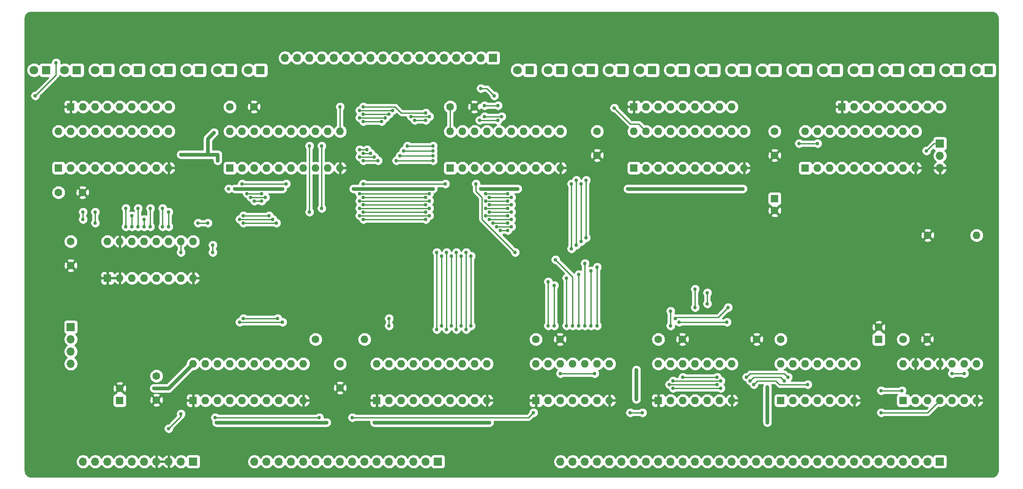
<source format=gbl>
G04 #@! TF.GenerationSoftware,KiCad,Pcbnew,(5.1.5)-3*
G04 #@! TF.CreationDate,2022-12-08T21:25:45-08:00*
G04 #@! TF.ProjectId,alu_res_flags,616c755f-7265-4735-9f66-6c6167732e6b,rev?*
G04 #@! TF.SameCoordinates,Original*
G04 #@! TF.FileFunction,Copper,L2,Bot*
G04 #@! TF.FilePolarity,Positive*
%FSLAX46Y46*%
G04 Gerber Fmt 4.6, Leading zero omitted, Abs format (unit mm)*
G04 Created by KiCad (PCBNEW (5.1.5)-3) date 2022-12-08 21:25:45*
%MOMM*%
%LPD*%
G04 APERTURE LIST*
%ADD10O,1.600000X1.600000*%
%ADD11C,1.600000*%
%ADD12O,1.700000X1.700000*%
%ADD13R,1.700000X1.700000*%
%ADD14C,1.800000*%
%ADD15R,1.800000X1.800000*%
%ADD16R,1.600000X1.600000*%
%ADD17C,0.762000*%
%ADD18C,0.762000*%
%ADD19C,0.254000*%
G04 APERTURE END LIST*
D10*
X121920000Y-124460000D03*
D11*
X111760000Y-124460000D03*
D12*
X241300000Y-88900000D03*
X241300000Y-86360000D03*
D13*
X241300000Y-83820000D03*
D10*
X248920000Y-102870000D03*
D11*
X238760000Y-102870000D03*
D13*
X241300000Y-149860000D03*
D12*
X238760000Y-149860000D03*
X236220000Y-149860000D03*
X233680000Y-149860000D03*
X231140000Y-149860000D03*
X228600000Y-149860000D03*
X226060000Y-149860000D03*
X223520000Y-149860000D03*
X220980000Y-149860000D03*
X218440000Y-149860000D03*
X215900000Y-149860000D03*
X213360000Y-149860000D03*
X210820000Y-149860000D03*
X208280000Y-149860000D03*
X205740000Y-149860000D03*
X203200000Y-149860000D03*
X200660000Y-149860000D03*
X198120000Y-149860000D03*
X195580000Y-149860000D03*
X193040000Y-149860000D03*
X190500000Y-149860000D03*
X187960000Y-149860000D03*
X185420000Y-149860000D03*
X182880000Y-149860000D03*
X180340000Y-149860000D03*
X177800000Y-149860000D03*
X175260000Y-149860000D03*
X172720000Y-149860000D03*
X170180000Y-149860000D03*
X167640000Y-149860000D03*
X165100000Y-149860000D03*
X162560000Y-149860000D03*
D13*
X137160000Y-149860000D03*
D12*
X134620000Y-149860000D03*
X132080000Y-149860000D03*
X129540000Y-149860000D03*
X127000000Y-149860000D03*
X124460000Y-149860000D03*
X121920000Y-149860000D03*
X119380000Y-149860000D03*
X116840000Y-149860000D03*
X114300000Y-149860000D03*
X111760000Y-149860000D03*
X109220000Y-149860000D03*
X106680000Y-149860000D03*
X104140000Y-149860000D03*
X101600000Y-149860000D03*
X99060000Y-149860000D03*
D13*
X86360000Y-149860000D03*
D12*
X83820000Y-149860000D03*
X81280000Y-149860000D03*
X78740000Y-149860000D03*
X76200000Y-149860000D03*
X73660000Y-149860000D03*
X71120000Y-149860000D03*
X68580000Y-149860000D03*
X66040000Y-149860000D03*
X63500000Y-149860000D03*
D14*
X72390000Y-68580000D03*
D15*
X74930000Y-68580000D03*
D14*
X66040000Y-68580000D03*
D15*
X68580000Y-68580000D03*
D14*
X59690000Y-68580000D03*
D15*
X62230000Y-68580000D03*
D14*
X53340000Y-68580000D03*
D15*
X55880000Y-68580000D03*
D14*
X97790000Y-68580000D03*
D15*
X100330000Y-68580000D03*
D14*
X91440000Y-68580000D03*
D15*
X93980000Y-68580000D03*
D14*
X85090000Y-68580000D03*
D15*
X87630000Y-68580000D03*
D14*
X78740000Y-68580000D03*
D15*
X81280000Y-68580000D03*
D14*
X153670000Y-68580000D03*
D15*
X156210000Y-68580000D03*
D14*
X160020000Y-68580000D03*
D15*
X162560000Y-68580000D03*
D14*
X166370000Y-68580000D03*
D15*
X168910000Y-68580000D03*
D14*
X172720000Y-68580000D03*
D15*
X175260000Y-68580000D03*
D14*
X179070000Y-68580000D03*
D15*
X181610000Y-68580000D03*
D14*
X185420000Y-68580000D03*
D15*
X187960000Y-68580000D03*
D14*
X191770000Y-68580000D03*
D15*
X194310000Y-68580000D03*
D14*
X198120000Y-68580000D03*
D15*
X200660000Y-68580000D03*
D14*
X204470000Y-68580000D03*
D15*
X207010000Y-68580000D03*
D14*
X210820000Y-68580000D03*
D15*
X213360000Y-68580000D03*
D14*
X217170000Y-68580000D03*
D15*
X219710000Y-68580000D03*
D14*
X223520000Y-68580000D03*
D15*
X226060000Y-68580000D03*
D14*
X229870000Y-68580000D03*
D15*
X232410000Y-68580000D03*
D14*
X236220000Y-68580000D03*
D15*
X238760000Y-68580000D03*
D14*
X242570000Y-68580000D03*
D15*
X245110000Y-68580000D03*
D14*
X248920000Y-68580000D03*
D15*
X251460000Y-68580000D03*
D11*
X228600000Y-121960000D03*
D16*
X228600000Y-124460000D03*
D11*
X207010000Y-97750000D03*
D16*
X207010000Y-95250000D03*
D11*
X71120000Y-134660000D03*
D16*
X71120000Y-137160000D03*
D12*
X105410000Y-66040000D03*
X107950000Y-66040000D03*
X110490000Y-66040000D03*
X113030000Y-66040000D03*
X115570000Y-66040000D03*
X118110000Y-66040000D03*
X120650000Y-66040000D03*
X123190000Y-66040000D03*
X125730000Y-66040000D03*
X128270000Y-66040000D03*
X130810000Y-66040000D03*
X133350000Y-66040000D03*
X135890000Y-66040000D03*
X138430000Y-66040000D03*
X140970000Y-66040000D03*
X143510000Y-66040000D03*
X146050000Y-66040000D03*
D13*
X148590000Y-66040000D03*
D10*
X208280000Y-129540000D03*
X223520000Y-137160000D03*
X210820000Y-129540000D03*
X220980000Y-137160000D03*
X213360000Y-129540000D03*
X218440000Y-137160000D03*
X215900000Y-129540000D03*
X215900000Y-137160000D03*
X218440000Y-129540000D03*
X213360000Y-137160000D03*
X220980000Y-129540000D03*
X210820000Y-137160000D03*
X223520000Y-129540000D03*
D16*
X208280000Y-137160000D03*
D10*
X58420000Y-81280000D03*
X81280000Y-88900000D03*
X60960000Y-81280000D03*
X78740000Y-88900000D03*
X63500000Y-81280000D03*
X76200000Y-88900000D03*
X66040000Y-81280000D03*
X73660000Y-88900000D03*
X68580000Y-81280000D03*
X71120000Y-88900000D03*
X71120000Y-81280000D03*
X68580000Y-88900000D03*
X73660000Y-81280000D03*
X66040000Y-88900000D03*
X76200000Y-81280000D03*
X63500000Y-88900000D03*
X78740000Y-81280000D03*
X60960000Y-88900000D03*
X81280000Y-81280000D03*
D16*
X58420000Y-88900000D03*
D10*
X68580000Y-104140000D03*
X86360000Y-111760000D03*
X71120000Y-104140000D03*
X83820000Y-111760000D03*
X73660000Y-104140000D03*
X81280000Y-111760000D03*
X76200000Y-104140000D03*
X78740000Y-111760000D03*
X78740000Y-104140000D03*
X76200000Y-111760000D03*
X81280000Y-104140000D03*
X73660000Y-111760000D03*
X83820000Y-104140000D03*
X71120000Y-111760000D03*
X86360000Y-104140000D03*
D16*
X68580000Y-111760000D03*
D10*
X213360000Y-81280000D03*
X236220000Y-88900000D03*
X215900000Y-81280000D03*
X233680000Y-88900000D03*
X218440000Y-81280000D03*
X231140000Y-88900000D03*
X220980000Y-81280000D03*
X228600000Y-88900000D03*
X223520000Y-81280000D03*
X226060000Y-88900000D03*
X226060000Y-81280000D03*
X223520000Y-88900000D03*
X228600000Y-81280000D03*
X220980000Y-88900000D03*
X231140000Y-81280000D03*
X218440000Y-88900000D03*
X233680000Y-81280000D03*
X215900000Y-88900000D03*
X236220000Y-81280000D03*
D16*
X213360000Y-88900000D03*
D10*
X177800000Y-81280000D03*
X200660000Y-88900000D03*
X180340000Y-81280000D03*
X198120000Y-88900000D03*
X182880000Y-81280000D03*
X195580000Y-88900000D03*
X185420000Y-81280000D03*
X193040000Y-88900000D03*
X187960000Y-81280000D03*
X190500000Y-88900000D03*
X190500000Y-81280000D03*
X187960000Y-88900000D03*
X193040000Y-81280000D03*
X185420000Y-88900000D03*
X195580000Y-81280000D03*
X182880000Y-88900000D03*
X198120000Y-81280000D03*
X180340000Y-88900000D03*
X200660000Y-81280000D03*
D16*
X177800000Y-88900000D03*
D10*
X157480000Y-129540000D03*
X172720000Y-137160000D03*
X160020000Y-129540000D03*
X170180000Y-137160000D03*
X162560000Y-129540000D03*
X167640000Y-137160000D03*
X165100000Y-129540000D03*
X165100000Y-137160000D03*
X167640000Y-129540000D03*
X162560000Y-137160000D03*
X170180000Y-129540000D03*
X160020000Y-137160000D03*
X172720000Y-129540000D03*
D16*
X157480000Y-137160000D03*
D10*
X182880000Y-129540000D03*
X198120000Y-137160000D03*
X185420000Y-129540000D03*
X195580000Y-137160000D03*
X187960000Y-129540000D03*
X193040000Y-137160000D03*
X190500000Y-129540000D03*
X190500000Y-137160000D03*
X193040000Y-129540000D03*
X187960000Y-137160000D03*
X195580000Y-129540000D03*
X185420000Y-137160000D03*
X198120000Y-129540000D03*
D16*
X182880000Y-137160000D03*
D10*
X124460000Y-129540000D03*
X147320000Y-137160000D03*
X127000000Y-129540000D03*
X144780000Y-137160000D03*
X129540000Y-129540000D03*
X142240000Y-137160000D03*
X132080000Y-129540000D03*
X139700000Y-137160000D03*
X134620000Y-129540000D03*
X137160000Y-137160000D03*
X137160000Y-129540000D03*
X134620000Y-137160000D03*
X139700000Y-129540000D03*
X132080000Y-137160000D03*
X142240000Y-129540000D03*
X129540000Y-137160000D03*
X144780000Y-129540000D03*
X127000000Y-137160000D03*
X147320000Y-129540000D03*
D16*
X124460000Y-137160000D03*
D10*
X86360000Y-129540000D03*
X109220000Y-137160000D03*
X88900000Y-129540000D03*
X106680000Y-137160000D03*
X91440000Y-129540000D03*
X104140000Y-137160000D03*
X93980000Y-129540000D03*
X101600000Y-137160000D03*
X96520000Y-129540000D03*
X99060000Y-137160000D03*
X99060000Y-129540000D03*
X96520000Y-137160000D03*
X101600000Y-129540000D03*
X93980000Y-137160000D03*
X104140000Y-129540000D03*
X91440000Y-137160000D03*
X106680000Y-129540000D03*
X88900000Y-137160000D03*
X109220000Y-129540000D03*
D16*
X86360000Y-137160000D03*
D10*
X93980000Y-81280000D03*
X116840000Y-88900000D03*
X96520000Y-81280000D03*
X114300000Y-88900000D03*
X99060000Y-81280000D03*
X111760000Y-88900000D03*
X101600000Y-81280000D03*
X109220000Y-88900000D03*
X104140000Y-81280000D03*
X106680000Y-88900000D03*
X106680000Y-81280000D03*
X104140000Y-88900000D03*
X109220000Y-81280000D03*
X101600000Y-88900000D03*
X111760000Y-81280000D03*
X99060000Y-88900000D03*
X114300000Y-81280000D03*
X96520000Y-88900000D03*
X116840000Y-81280000D03*
D16*
X93980000Y-88900000D03*
D10*
X139700000Y-81280000D03*
X162560000Y-88900000D03*
X142240000Y-81280000D03*
X160020000Y-88900000D03*
X144780000Y-81280000D03*
X157480000Y-88900000D03*
X147320000Y-81280000D03*
X154940000Y-88900000D03*
X149860000Y-81280000D03*
X152400000Y-88900000D03*
X152400000Y-81280000D03*
X149860000Y-88900000D03*
X154940000Y-81280000D03*
X147320000Y-88900000D03*
X157480000Y-81280000D03*
X144780000Y-88900000D03*
X160020000Y-81280000D03*
X142240000Y-88900000D03*
X162560000Y-81280000D03*
D16*
X139700000Y-88900000D03*
D10*
X233680000Y-129540000D03*
X248920000Y-137160000D03*
X236220000Y-129540000D03*
X246380000Y-137160000D03*
X238760000Y-129540000D03*
X243840000Y-137160000D03*
X241300000Y-129540000D03*
X241300000Y-137160000D03*
X243840000Y-129540000D03*
X238760000Y-137160000D03*
X246380000Y-129540000D03*
X236220000Y-137160000D03*
X248920000Y-129540000D03*
D16*
X233680000Y-137160000D03*
D10*
X81280000Y-76200000D03*
X78740000Y-76200000D03*
X76200000Y-76200000D03*
X73660000Y-76200000D03*
X71120000Y-76200000D03*
X68580000Y-76200000D03*
X66040000Y-76200000D03*
X63500000Y-76200000D03*
D16*
X60960000Y-76200000D03*
D10*
X241300000Y-76200000D03*
X238760000Y-76200000D03*
X236220000Y-76200000D03*
X233680000Y-76200000D03*
X231140000Y-76200000D03*
X228600000Y-76200000D03*
X226060000Y-76200000D03*
X223520000Y-76200000D03*
D16*
X220980000Y-76200000D03*
D10*
X198120000Y-76200000D03*
X195580000Y-76200000D03*
X193040000Y-76200000D03*
X190500000Y-76200000D03*
X187960000Y-76200000D03*
X185420000Y-76200000D03*
X182880000Y-76200000D03*
X180340000Y-76200000D03*
D16*
X177800000Y-76200000D03*
D12*
X60960000Y-129540000D03*
X60960000Y-127000000D03*
X60960000Y-124460000D03*
D13*
X60960000Y-121920000D03*
D11*
X203280000Y-124460000D03*
X208280000Y-124460000D03*
X162480000Y-124460000D03*
X157480000Y-124460000D03*
X187880000Y-124460000D03*
X182880000Y-124460000D03*
X238680000Y-124460000D03*
X233680000Y-124460000D03*
X63420000Y-93980000D03*
X58420000Y-93980000D03*
X60960000Y-109140000D03*
X60960000Y-104140000D03*
X207010000Y-86280000D03*
X207010000Y-81280000D03*
X170180000Y-86280000D03*
X170180000Y-81280000D03*
X116840000Y-134540000D03*
X116840000Y-129540000D03*
X78740000Y-137080000D03*
X78740000Y-132080000D03*
X98980000Y-76200000D03*
X93980000Y-76200000D03*
X144700000Y-76200000D03*
X139700000Y-76200000D03*
D17*
X146050000Y-93218000D03*
X103632000Y-93218000D03*
X120904012Y-93218000D03*
X205486000Y-141732000D03*
X205486000Y-135636000D03*
X178308000Y-132080000D03*
X178308000Y-135636000D03*
X146558000Y-141732000D03*
X125222000Y-141732000D03*
X152400000Y-93218000D03*
X177799990Y-93218000D03*
X78232000Y-134620000D03*
X205486000Y-134366000D03*
X205486000Y-140461980D03*
X178308000Y-136906000D03*
X178308000Y-130810000D03*
X147828000Y-141732000D03*
X123952000Y-141732000D03*
X79502000Y-134620000D03*
X104902000Y-93218000D03*
X119634000Y-93218000D03*
X134620000Y-93218000D03*
X136144012Y-93218000D03*
X147574000Y-93217996D03*
X153670000Y-93218000D03*
X176530000Y-93218000D03*
X199136000Y-93218000D03*
X200406000Y-93218000D03*
X91186000Y-141732000D03*
X92456002Y-141732000D03*
X114045998Y-141732000D03*
X112522000Y-141732000D03*
X238506004Y-85344000D03*
X94996000Y-93218000D03*
X93726000Y-93218000D03*
X85090000Y-86106000D03*
X83820000Y-86106000D03*
X90678000Y-81534000D03*
X89789000Y-82423000D03*
X91440000Y-86106000D03*
X91440000Y-87376000D03*
X73660000Y-101092000D03*
X73659990Y-98806000D03*
X76200000Y-99568000D03*
X76200000Y-101092000D03*
X63500000Y-99568000D03*
X63500000Y-98044000D03*
X123190000Y-85852000D03*
X121666000Y-85852000D03*
X185420000Y-118618000D03*
X185420000Y-121665996D03*
X120904000Y-86614000D03*
X123952000Y-86614000D03*
X121666000Y-87376000D03*
X124714000Y-87376000D03*
X121666000Y-79248000D03*
X125476000Y-79248000D03*
X120904000Y-78486000D03*
X126238000Y-78486000D03*
X121666000Y-77724000D03*
X127000000Y-77724000D03*
X193040000Y-114808000D03*
X193040000Y-117094028D03*
X120904000Y-76962000D03*
X127762000Y-76962000D03*
X190500000Y-114046000D03*
X190500000Y-117856000D03*
X161290000Y-113284000D03*
X161290000Y-121665994D03*
X136144000Y-87376000D03*
X128524000Y-87376000D03*
X160020000Y-112522000D03*
X160019990Y-121666000D03*
X136143990Y-86360000D03*
X129286000Y-86360000D03*
X163830000Y-111760000D03*
X163830000Y-121666000D03*
X136143996Y-85344000D03*
X130048000Y-85344018D03*
X166370000Y-110998000D03*
X166370000Y-121666000D03*
X136144000Y-84328000D03*
X130810000Y-84328000D03*
X150368000Y-78232000D03*
X131572000Y-78232000D03*
X135382000Y-78232000D03*
X168910000Y-110236000D03*
X168910000Y-121666000D03*
X146812000Y-78232000D03*
X145795958Y-78994000D03*
X149606000Y-78994000D03*
X132334000Y-78994000D03*
X134620000Y-78994000D03*
X170180000Y-109474000D03*
X170180000Y-121666000D03*
X148844000Y-73914000D03*
X167640000Y-108712000D03*
X167640004Y-121666000D03*
X146050000Y-72390006D03*
X161543992Y-107950000D03*
X165099988Y-121666000D03*
X134620000Y-77470000D03*
X121666000Y-76200000D03*
X116840000Y-76200000D03*
X90424000Y-104902000D03*
X90424014Y-106426000D03*
X83820000Y-139954000D03*
X81280000Y-143002000D03*
X146812000Y-75946000D03*
X149606000Y-75946000D03*
X243840000Y-131572000D03*
X246380000Y-131572000D03*
X80010000Y-101092000D03*
X80010000Y-97282000D03*
X77470000Y-101092000D03*
X77470000Y-97282000D03*
X74930000Y-101092000D03*
X74930000Y-97282000D03*
X72390000Y-101092000D03*
X72390000Y-97282000D03*
X197104000Y-120904000D03*
X187198000Y-120904000D03*
X96012000Y-120904000D03*
X81280000Y-101092000D03*
X81280000Y-98044000D03*
X104902000Y-120904000D03*
X233426000Y-135127988D03*
X229108000Y-135128000D03*
X229108000Y-139700000D03*
X177038000Y-139700000D03*
X179578000Y-139700000D03*
X156971994Y-139700000D03*
X119380000Y-140716000D03*
X83820000Y-106426000D03*
X112522000Y-140716000D03*
X90932000Y-140716000D03*
X153162000Y-106426000D03*
X121666000Y-92202000D03*
X105664000Y-92202000D03*
X96520000Y-92202000D03*
X145034000Y-92202000D03*
X138684000Y-92202000D03*
X186436000Y-120142000D03*
X127000000Y-121666000D03*
X127000000Y-120142000D03*
X96774000Y-120142000D03*
X103886016Y-120142000D03*
X197358000Y-117856000D03*
X164846000Y-92202000D03*
X164846000Y-105664000D03*
X144018000Y-107188000D03*
X144018000Y-121666000D03*
X139954008Y-107188000D03*
X139954000Y-121666000D03*
X165862000Y-91440000D03*
X165862000Y-104902000D03*
X143001994Y-106426000D03*
X143002000Y-122428000D03*
X150114000Y-101854000D03*
X151638000Y-101854000D03*
X138937992Y-106426000D03*
X138938008Y-122428000D03*
X166878000Y-92202000D03*
X166878000Y-104140000D03*
X141986000Y-107188000D03*
X141986000Y-121666000D03*
X149352000Y-101092000D03*
X152400000Y-101092000D03*
X137922000Y-107188000D03*
X137922000Y-121666000D03*
X167894000Y-91440000D03*
X167894000Y-103378000D03*
X140969990Y-106426000D03*
X140970000Y-122428000D03*
X148590000Y-100330000D03*
X151638000Y-100330000D03*
X136906000Y-106426000D03*
X136906000Y-122428000D03*
X147828000Y-99568000D03*
X134620000Y-99568000D03*
X121666000Y-99568000D03*
X102870000Y-99568000D03*
X96012000Y-99568000D03*
X152400000Y-99568000D03*
X147828000Y-96520000D03*
X134620000Y-96520000D03*
X121666000Y-96520000D03*
X152400000Y-96520000D03*
X147066000Y-98806000D03*
X135382000Y-98806000D03*
X120904000Y-98806000D03*
X96774000Y-98806000D03*
X102108000Y-98806000D03*
X151638000Y-98806000D03*
X147066000Y-95758000D03*
X135382000Y-95758000D03*
X120904000Y-95758000D03*
X99060000Y-95758000D03*
X100584000Y-95758000D03*
X151638000Y-95758000D03*
X147828000Y-98044000D03*
X134620000Y-98044000D03*
X121666000Y-98044000D03*
X110490000Y-84328000D03*
X110490000Y-98044000D03*
X152400000Y-98044000D03*
X147828000Y-94996000D03*
X134620000Y-94996000D03*
X121666000Y-94996000D03*
X98298000Y-94996000D03*
X101346000Y-94996000D03*
X152400000Y-94996000D03*
X147066000Y-97282000D03*
X135382000Y-97282000D03*
X120904000Y-97282000D03*
X113030000Y-84328000D03*
X113030000Y-97282000D03*
X151638000Y-97282000D03*
X147066000Y-94234000D03*
X135382000Y-94234000D03*
X120904000Y-94234000D03*
X97536000Y-94234000D03*
X100584000Y-94234000D03*
X151638000Y-94234000D03*
X195072000Y-132334000D03*
X187960000Y-132334000D03*
X213868000Y-133858000D03*
X202692000Y-133858000D03*
X195834000Y-134620006D03*
X185928000Y-134620000D03*
X169672000Y-131572000D03*
X162560000Y-131572012D03*
X209042000Y-133096000D03*
X201930000Y-133096000D03*
X195072000Y-133858000D03*
X185166000Y-133858000D03*
X201168000Y-132334000D03*
X185928000Y-133096000D03*
X195834000Y-133096000D03*
X209803998Y-132334000D03*
X120904000Y-85090000D03*
X122428000Y-85090000D03*
X103632000Y-100330000D03*
X96774000Y-100330000D03*
X66040000Y-100330000D03*
X66040000Y-98044000D03*
X89408000Y-100330000D03*
X87376000Y-100330000D03*
X215900000Y-83820000D03*
X212090000Y-83820000D03*
X53594000Y-73914000D03*
X57912000Y-67056000D03*
X173736000Y-76454000D03*
D18*
X146050000Y-93218000D02*
X153416000Y-93218000D01*
X152400000Y-93218000D02*
X153416000Y-93218000D01*
D19*
X139700000Y-76200000D02*
X139700000Y-77331370D01*
X139700000Y-77331370D02*
X139700000Y-81280000D01*
D18*
X205486000Y-135636000D02*
X205486000Y-134366000D01*
X205486000Y-135636000D02*
X205486000Y-140461980D01*
X205486000Y-141732000D02*
X205486000Y-140461980D01*
X178308000Y-136906000D02*
X178308000Y-130810000D01*
X147828000Y-141732000D02*
X123952000Y-141732000D01*
X78232000Y-134620000D02*
X79502000Y-134620000D01*
X86360000Y-129540000D02*
X81280000Y-134620000D01*
X81280000Y-134620000D02*
X79502000Y-134620000D01*
X119634000Y-93218000D02*
X136144012Y-93218000D01*
X153416000Y-93218000D02*
X153670000Y-93218000D01*
X176530000Y-93218000D02*
X200406000Y-93218000D01*
X91186000Y-141732000D02*
X114045998Y-141732000D01*
D19*
X240030004Y-83820000D02*
X238887003Y-84963001D01*
X238887003Y-84963001D02*
X238506004Y-85344000D01*
X241300000Y-83820000D02*
X240030004Y-83820000D01*
D18*
X94996000Y-93218000D02*
X104902000Y-93218000D01*
X89408000Y-86106000D02*
X89408000Y-82804000D01*
X89408000Y-86106000D02*
X91440000Y-86106000D01*
X83820000Y-86106000D02*
X89408000Y-86106000D01*
X89408000Y-82804000D02*
X89789000Y-82423000D01*
X90678000Y-81534000D02*
X90678000Y-81534000D01*
X91440000Y-86106000D02*
X91440000Y-86106000D01*
X91440000Y-86106000D02*
X91440000Y-87376000D01*
X89789000Y-82423000D02*
X90678000Y-81534000D01*
D19*
X73660000Y-101092000D02*
X73660000Y-98806010D01*
X73660000Y-98806010D02*
X73659990Y-98806000D01*
X76200000Y-99568000D02*
X76200000Y-101092000D01*
X63500000Y-99568000D02*
X63500000Y-98044000D01*
X123190000Y-85852000D02*
X121666000Y-85852000D01*
X185420000Y-118618000D02*
X185420000Y-121665996D01*
X120904000Y-86614000D02*
X123952000Y-86614000D01*
X121666000Y-87376000D02*
X124714000Y-87376000D01*
X121666000Y-79248000D02*
X125476000Y-79248000D01*
X120904000Y-78486000D02*
X126238000Y-78486000D01*
X121666000Y-77724000D02*
X127000000Y-77724000D01*
X193040000Y-114808000D02*
X193040000Y-117094028D01*
X120904000Y-76962000D02*
X127762000Y-76962000D01*
X190500000Y-114046000D02*
X190500000Y-117856000D01*
X161290000Y-113284000D02*
X161290000Y-121665994D01*
X135578315Y-87376000D02*
X128524000Y-87376000D01*
X136144000Y-87376000D02*
X135578315Y-87376000D01*
X160020000Y-112522000D02*
X160020000Y-121665990D01*
X160020000Y-121665990D02*
X160019990Y-121666000D01*
X135578305Y-86360000D02*
X129286000Y-86360000D01*
X136143990Y-86360000D02*
X135578305Y-86360000D01*
X163830000Y-111760000D02*
X163830000Y-121666000D01*
X136143996Y-85344000D02*
X130048018Y-85344000D01*
X130048018Y-85344000D02*
X130048000Y-85344018D01*
X166370000Y-110998000D02*
X166370000Y-121666000D01*
X135578315Y-84328000D02*
X130810000Y-84328000D01*
X136144000Y-84328000D02*
X135578315Y-84328000D01*
X135382000Y-78232000D02*
X131572000Y-78232000D01*
X168910000Y-110236000D02*
X168910000Y-121666000D01*
X150368000Y-78232000D02*
X146812000Y-78232000D01*
X145795958Y-78994000D02*
X149606000Y-78994000D01*
X134620000Y-78994000D02*
X132334000Y-78994000D01*
X170180000Y-109474000D02*
X170180000Y-120142000D01*
X170180000Y-120142000D02*
X170180000Y-121666000D01*
X167640000Y-121665996D02*
X167640004Y-121666000D01*
X167640000Y-108712000D02*
X167640000Y-121665996D01*
X148844000Y-73914000D02*
X147320000Y-72390000D01*
X146050006Y-72390000D02*
X146050000Y-72390006D01*
X147320000Y-72390000D02*
X146050006Y-72390000D01*
X165099988Y-111505996D02*
X165099988Y-121100315D01*
X165099988Y-121100315D02*
X165099988Y-121666000D01*
X161543992Y-107950000D02*
X165099988Y-111505996D01*
X116840000Y-76200000D02*
X116840000Y-81280000D01*
X90424000Y-104902000D02*
X90424000Y-106425986D01*
X90424000Y-106425986D02*
X90424014Y-106426000D01*
X128270000Y-76200000D02*
X121666000Y-76200000D01*
X134620000Y-77470000D02*
X129540000Y-77470000D01*
X129540000Y-77470000D02*
X128270000Y-76200000D01*
X83820000Y-140462000D02*
X81280000Y-143002000D01*
X83820000Y-139954000D02*
X83820000Y-140462000D01*
X146812000Y-75946000D02*
X149606000Y-75946000D01*
X243840000Y-131572000D02*
X246380000Y-131572000D01*
X80010000Y-101092000D02*
X80010000Y-97282000D01*
X77470000Y-101092000D02*
X77470000Y-97282000D01*
X74930000Y-101092000D02*
X74930000Y-97282000D01*
X72390000Y-101092000D02*
X72390000Y-97282000D01*
X187198000Y-120904000D02*
X187198000Y-120904000D01*
X197104000Y-120904000D02*
X187198000Y-120904000D01*
X81280000Y-101092000D02*
X81280000Y-98044000D01*
X96012000Y-120904000D02*
X104902000Y-120904000D01*
X229108012Y-135127988D02*
X229108000Y-135128000D01*
X233426000Y-135127988D02*
X229108012Y-135127988D01*
X241300000Y-137160000D02*
X238760000Y-139700000D01*
X236785685Y-139700000D02*
X236220000Y-139700000D01*
X238760000Y-139700000D02*
X236785685Y-139700000D01*
X235654315Y-139700000D02*
X236220000Y-139700000D01*
X229108000Y-139700000D02*
X232156000Y-139700000D01*
X232156000Y-139700000D02*
X235654315Y-139700000D01*
X177038000Y-139700000D02*
X179578000Y-139700000D01*
X156971994Y-139700000D02*
X155955994Y-140716000D01*
X155955994Y-140716000D02*
X119380000Y-140716000D01*
X83820000Y-106426000D02*
X83820000Y-104140000D01*
X112522000Y-140716000D02*
X90932000Y-140716000D01*
X105664000Y-92202000D02*
X96520000Y-92202000D01*
X145034000Y-92202000D02*
X145034000Y-93726000D01*
X146304000Y-99568000D02*
X153162000Y-106426000D01*
X145034000Y-93726000D02*
X146304000Y-94996000D01*
X146304000Y-94996000D02*
X146304000Y-99568000D01*
X134620000Y-92202000D02*
X138684000Y-92202000D01*
X121666000Y-92202000D02*
X134620000Y-92202000D01*
X127000000Y-121666000D02*
X127000000Y-120142000D01*
X96774000Y-120142000D02*
X103886016Y-120142000D01*
X195326000Y-119888000D02*
X197358000Y-117856000D01*
X186436000Y-120142000D02*
X186690000Y-119888000D01*
X186690000Y-119888000D02*
X195326000Y-119888000D01*
X164846000Y-92202000D02*
X164846000Y-105664000D01*
X144018000Y-107188000D02*
X144018000Y-121666000D01*
X139954008Y-107188000D02*
X139954008Y-121665992D01*
X139954008Y-121665992D02*
X139954000Y-121666000D01*
X165862000Y-91440000D02*
X165862000Y-104902000D01*
X143001994Y-106426000D02*
X143001994Y-122427994D01*
X143001994Y-122427994D02*
X143002000Y-122428000D01*
X150114000Y-101854000D02*
X151638000Y-101854000D01*
X138937992Y-122427984D02*
X138938008Y-122428000D01*
X138937992Y-106426000D02*
X138937992Y-122427984D01*
X166878000Y-92202000D02*
X166878000Y-104140000D01*
X141986000Y-107188000D02*
X141986000Y-121666000D01*
X149352000Y-101092000D02*
X152400000Y-101092000D01*
X137922000Y-107188000D02*
X137922000Y-121666000D01*
X167894000Y-91440000D02*
X167894000Y-103378000D01*
X140969990Y-122427990D02*
X140970000Y-122428000D01*
X140969990Y-106426000D02*
X140969990Y-122427990D01*
X148590000Y-100330000D02*
X151638000Y-100330000D01*
X136906000Y-106426000D02*
X136906000Y-122428000D01*
X134620000Y-99568000D02*
X121666000Y-99568000D01*
X102870000Y-99568000D02*
X96012000Y-99568000D01*
X147828000Y-99568000D02*
X152400000Y-99568000D01*
X134620000Y-96520000D02*
X121666000Y-96520000D01*
X147828000Y-96520000D02*
X152400000Y-96520000D01*
X135382000Y-98806000D02*
X120904000Y-98806000D01*
X96774000Y-98806000D02*
X102108000Y-98806000D01*
X102108000Y-98806000D02*
X102108000Y-98806000D01*
X147066000Y-98806000D02*
X151638000Y-98806000D01*
X135382000Y-95758000D02*
X120904000Y-95758000D01*
X99060000Y-95758000D02*
X100584000Y-95758000D01*
X147066000Y-95758000D02*
X151638000Y-95758000D01*
X134620000Y-98044000D02*
X121666000Y-98044000D01*
X110490000Y-92710000D02*
X110490000Y-98044000D01*
X110490000Y-84328000D02*
X110490000Y-92710000D01*
X147828000Y-98044000D02*
X152400000Y-98044000D01*
X134620000Y-94996000D02*
X121666000Y-94996000D01*
X98298000Y-94996000D02*
X101346000Y-94996000D01*
X147828000Y-94996000D02*
X152400000Y-94996000D01*
X135382000Y-97282000D02*
X120904000Y-97282000D01*
X113030000Y-93472000D02*
X113030000Y-92710028D01*
X113030000Y-97282000D02*
X113030000Y-93472000D01*
X113030000Y-84328000D02*
X113030000Y-92710000D01*
X147066000Y-97282000D02*
X151638000Y-97282000D01*
X135382000Y-94234000D02*
X120904000Y-94234000D01*
X97536000Y-94234000D02*
X100584000Y-94234000D01*
X147066000Y-94234000D02*
X151638000Y-94234000D01*
X195072000Y-132334000D02*
X187960000Y-132334000D01*
X195834000Y-134620006D02*
X185928006Y-134620006D01*
X185928006Y-134620006D02*
X185928000Y-134620000D01*
X203454000Y-133096000D02*
X202692000Y-133858000D01*
X207264000Y-133096000D02*
X203454000Y-133096000D01*
X213868000Y-133858000D02*
X208026000Y-133858000D01*
X208026000Y-133858000D02*
X207264000Y-133096000D01*
X169671988Y-131572012D02*
X169672000Y-131572000D01*
X162560000Y-131572012D02*
X169671988Y-131572012D01*
X195072000Y-133858000D02*
X185166000Y-133858000D01*
X202692000Y-132334000D02*
X201930000Y-133096000D01*
X209042000Y-133096000D02*
X208280000Y-132334000D01*
X208280000Y-132334000D02*
X202692000Y-132334000D01*
X185928000Y-133096000D02*
X195834000Y-133096000D01*
X209041998Y-131572000D02*
X209803998Y-132334000D01*
X201168000Y-132334000D02*
X201930000Y-131572000D01*
X201930000Y-131572000D02*
X209041998Y-131572000D01*
X120904000Y-85090000D02*
X122428000Y-85090000D01*
X103632000Y-100330000D02*
X96774000Y-100330000D01*
X66040000Y-100076000D02*
X66040000Y-98044000D01*
X89408000Y-100330000D02*
X87376000Y-100330000D01*
X215900000Y-83820000D02*
X212090000Y-83820000D01*
X53594000Y-73914000D02*
X57912000Y-69596000D01*
X57912000Y-69596000D02*
X57912000Y-67056000D01*
X178816000Y-79756000D02*
X180340000Y-81280000D01*
X173736000Y-76454000D02*
X177038000Y-79756000D01*
X177038000Y-79756000D02*
X178816000Y-79756000D01*
G36*
X252336204Y-56566815D02*
G01*
X252568226Y-56636867D01*
X252782222Y-56750650D01*
X252970041Y-56903832D01*
X253124530Y-57090577D01*
X253239801Y-57303769D01*
X253311472Y-57535300D01*
X253340000Y-57806725D01*
X253340001Y-151732712D01*
X253313185Y-152006205D01*
X253243133Y-152238226D01*
X253129350Y-152452222D01*
X252976169Y-152640039D01*
X252789424Y-152794529D01*
X252576231Y-152909802D01*
X252344701Y-152981472D01*
X252073276Y-153010000D01*
X52737277Y-153010000D01*
X52463795Y-152983185D01*
X52231774Y-152913133D01*
X52017778Y-152799350D01*
X51829961Y-152646169D01*
X51675471Y-152459424D01*
X51560198Y-152246231D01*
X51488528Y-152014701D01*
X51460000Y-151743276D01*
X51460000Y-149713740D01*
X62015000Y-149713740D01*
X62015000Y-150006260D01*
X62072068Y-150293158D01*
X62184010Y-150563411D01*
X62346525Y-150806632D01*
X62553368Y-151013475D01*
X62796589Y-151175990D01*
X63066842Y-151287932D01*
X63353740Y-151345000D01*
X63646260Y-151345000D01*
X63933158Y-151287932D01*
X64203411Y-151175990D01*
X64446632Y-151013475D01*
X64653475Y-150806632D01*
X64770000Y-150632240D01*
X64886525Y-150806632D01*
X65093368Y-151013475D01*
X65336589Y-151175990D01*
X65606842Y-151287932D01*
X65893740Y-151345000D01*
X66186260Y-151345000D01*
X66473158Y-151287932D01*
X66743411Y-151175990D01*
X66986632Y-151013475D01*
X67193475Y-150806632D01*
X67310000Y-150632240D01*
X67426525Y-150806632D01*
X67633368Y-151013475D01*
X67876589Y-151175990D01*
X68146842Y-151287932D01*
X68433740Y-151345000D01*
X68726260Y-151345000D01*
X69013158Y-151287932D01*
X69283411Y-151175990D01*
X69526632Y-151013475D01*
X69733475Y-150806632D01*
X69850000Y-150632240D01*
X69966525Y-150806632D01*
X70173368Y-151013475D01*
X70416589Y-151175990D01*
X70686842Y-151287932D01*
X70973740Y-151345000D01*
X71266260Y-151345000D01*
X71553158Y-151287932D01*
X71823411Y-151175990D01*
X72066632Y-151013475D01*
X72273475Y-150806632D01*
X72390000Y-150632240D01*
X72506525Y-150806632D01*
X72713368Y-151013475D01*
X72956589Y-151175990D01*
X73226842Y-151287932D01*
X73513740Y-151345000D01*
X73806260Y-151345000D01*
X74093158Y-151287932D01*
X74363411Y-151175990D01*
X74606632Y-151013475D01*
X74813475Y-150806632D01*
X74930000Y-150632240D01*
X75046525Y-150806632D01*
X75253368Y-151013475D01*
X75496589Y-151175990D01*
X75766842Y-151287932D01*
X76053740Y-151345000D01*
X76346260Y-151345000D01*
X76633158Y-151287932D01*
X76903411Y-151175990D01*
X77146632Y-151013475D01*
X77353475Y-150806632D01*
X77475195Y-150624466D01*
X77544822Y-150741355D01*
X77739731Y-150957588D01*
X77973080Y-151131641D01*
X78235901Y-151256825D01*
X78383110Y-151301476D01*
X78613000Y-151180155D01*
X78613000Y-149987000D01*
X78867000Y-149987000D01*
X78867000Y-151180155D01*
X79096890Y-151301476D01*
X79244099Y-151256825D01*
X79506920Y-151131641D01*
X79740269Y-150957588D01*
X79935178Y-150741355D01*
X80010000Y-150615745D01*
X80084822Y-150741355D01*
X80279731Y-150957588D01*
X80513080Y-151131641D01*
X80775901Y-151256825D01*
X80923110Y-151301476D01*
X81153000Y-151180155D01*
X81153000Y-149987000D01*
X78867000Y-149987000D01*
X78613000Y-149987000D01*
X78593000Y-149987000D01*
X78593000Y-149733000D01*
X78613000Y-149733000D01*
X78613000Y-148539845D01*
X78867000Y-148539845D01*
X78867000Y-149733000D01*
X81153000Y-149733000D01*
X81153000Y-148539845D01*
X81407000Y-148539845D01*
X81407000Y-149733000D01*
X81427000Y-149733000D01*
X81427000Y-149987000D01*
X81407000Y-149987000D01*
X81407000Y-151180155D01*
X81636890Y-151301476D01*
X81784099Y-151256825D01*
X82046920Y-151131641D01*
X82280269Y-150957588D01*
X82475178Y-150741355D01*
X82544805Y-150624466D01*
X82666525Y-150806632D01*
X82873368Y-151013475D01*
X83116589Y-151175990D01*
X83386842Y-151287932D01*
X83673740Y-151345000D01*
X83966260Y-151345000D01*
X84253158Y-151287932D01*
X84523411Y-151175990D01*
X84766632Y-151013475D01*
X84898487Y-150881620D01*
X84920498Y-150954180D01*
X84979463Y-151064494D01*
X85058815Y-151161185D01*
X85155506Y-151240537D01*
X85265820Y-151299502D01*
X85385518Y-151335812D01*
X85510000Y-151348072D01*
X87210000Y-151348072D01*
X87334482Y-151335812D01*
X87454180Y-151299502D01*
X87564494Y-151240537D01*
X87661185Y-151161185D01*
X87740537Y-151064494D01*
X87799502Y-150954180D01*
X87835812Y-150834482D01*
X87848072Y-150710000D01*
X87848072Y-149713740D01*
X97575000Y-149713740D01*
X97575000Y-150006260D01*
X97632068Y-150293158D01*
X97744010Y-150563411D01*
X97906525Y-150806632D01*
X98113368Y-151013475D01*
X98356589Y-151175990D01*
X98626842Y-151287932D01*
X98913740Y-151345000D01*
X99206260Y-151345000D01*
X99493158Y-151287932D01*
X99763411Y-151175990D01*
X100006632Y-151013475D01*
X100213475Y-150806632D01*
X100330000Y-150632240D01*
X100446525Y-150806632D01*
X100653368Y-151013475D01*
X100896589Y-151175990D01*
X101166842Y-151287932D01*
X101453740Y-151345000D01*
X101746260Y-151345000D01*
X102033158Y-151287932D01*
X102303411Y-151175990D01*
X102546632Y-151013475D01*
X102753475Y-150806632D01*
X102870000Y-150632240D01*
X102986525Y-150806632D01*
X103193368Y-151013475D01*
X103436589Y-151175990D01*
X103706842Y-151287932D01*
X103993740Y-151345000D01*
X104286260Y-151345000D01*
X104573158Y-151287932D01*
X104843411Y-151175990D01*
X105086632Y-151013475D01*
X105293475Y-150806632D01*
X105410000Y-150632240D01*
X105526525Y-150806632D01*
X105733368Y-151013475D01*
X105976589Y-151175990D01*
X106246842Y-151287932D01*
X106533740Y-151345000D01*
X106826260Y-151345000D01*
X107113158Y-151287932D01*
X107383411Y-151175990D01*
X107626632Y-151013475D01*
X107833475Y-150806632D01*
X107950000Y-150632240D01*
X108066525Y-150806632D01*
X108273368Y-151013475D01*
X108516589Y-151175990D01*
X108786842Y-151287932D01*
X109073740Y-151345000D01*
X109366260Y-151345000D01*
X109653158Y-151287932D01*
X109923411Y-151175990D01*
X110166632Y-151013475D01*
X110373475Y-150806632D01*
X110490000Y-150632240D01*
X110606525Y-150806632D01*
X110813368Y-151013475D01*
X111056589Y-151175990D01*
X111326842Y-151287932D01*
X111613740Y-151345000D01*
X111906260Y-151345000D01*
X112193158Y-151287932D01*
X112463411Y-151175990D01*
X112706632Y-151013475D01*
X112913475Y-150806632D01*
X113030000Y-150632240D01*
X113146525Y-150806632D01*
X113353368Y-151013475D01*
X113596589Y-151175990D01*
X113866842Y-151287932D01*
X114153740Y-151345000D01*
X114446260Y-151345000D01*
X114733158Y-151287932D01*
X115003411Y-151175990D01*
X115246632Y-151013475D01*
X115453475Y-150806632D01*
X115570000Y-150632240D01*
X115686525Y-150806632D01*
X115893368Y-151013475D01*
X116136589Y-151175990D01*
X116406842Y-151287932D01*
X116693740Y-151345000D01*
X116986260Y-151345000D01*
X117273158Y-151287932D01*
X117543411Y-151175990D01*
X117786632Y-151013475D01*
X117993475Y-150806632D01*
X118110000Y-150632240D01*
X118226525Y-150806632D01*
X118433368Y-151013475D01*
X118676589Y-151175990D01*
X118946842Y-151287932D01*
X119233740Y-151345000D01*
X119526260Y-151345000D01*
X119813158Y-151287932D01*
X120083411Y-151175990D01*
X120326632Y-151013475D01*
X120533475Y-150806632D01*
X120650000Y-150632240D01*
X120766525Y-150806632D01*
X120973368Y-151013475D01*
X121216589Y-151175990D01*
X121486842Y-151287932D01*
X121773740Y-151345000D01*
X122066260Y-151345000D01*
X122353158Y-151287932D01*
X122623411Y-151175990D01*
X122866632Y-151013475D01*
X123073475Y-150806632D01*
X123190000Y-150632240D01*
X123306525Y-150806632D01*
X123513368Y-151013475D01*
X123756589Y-151175990D01*
X124026842Y-151287932D01*
X124313740Y-151345000D01*
X124606260Y-151345000D01*
X124893158Y-151287932D01*
X125163411Y-151175990D01*
X125406632Y-151013475D01*
X125613475Y-150806632D01*
X125730000Y-150632240D01*
X125846525Y-150806632D01*
X126053368Y-151013475D01*
X126296589Y-151175990D01*
X126566842Y-151287932D01*
X126853740Y-151345000D01*
X127146260Y-151345000D01*
X127433158Y-151287932D01*
X127703411Y-151175990D01*
X127946632Y-151013475D01*
X128153475Y-150806632D01*
X128270000Y-150632240D01*
X128386525Y-150806632D01*
X128593368Y-151013475D01*
X128836589Y-151175990D01*
X129106842Y-151287932D01*
X129393740Y-151345000D01*
X129686260Y-151345000D01*
X129973158Y-151287932D01*
X130243411Y-151175990D01*
X130486632Y-151013475D01*
X130693475Y-150806632D01*
X130810000Y-150632240D01*
X130926525Y-150806632D01*
X131133368Y-151013475D01*
X131376589Y-151175990D01*
X131646842Y-151287932D01*
X131933740Y-151345000D01*
X132226260Y-151345000D01*
X132513158Y-151287932D01*
X132783411Y-151175990D01*
X133026632Y-151013475D01*
X133233475Y-150806632D01*
X133350000Y-150632240D01*
X133466525Y-150806632D01*
X133673368Y-151013475D01*
X133916589Y-151175990D01*
X134186842Y-151287932D01*
X134473740Y-151345000D01*
X134766260Y-151345000D01*
X135053158Y-151287932D01*
X135323411Y-151175990D01*
X135566632Y-151013475D01*
X135698487Y-150881620D01*
X135720498Y-150954180D01*
X135779463Y-151064494D01*
X135858815Y-151161185D01*
X135955506Y-151240537D01*
X136065820Y-151299502D01*
X136185518Y-151335812D01*
X136310000Y-151348072D01*
X138010000Y-151348072D01*
X138134482Y-151335812D01*
X138254180Y-151299502D01*
X138364494Y-151240537D01*
X138461185Y-151161185D01*
X138540537Y-151064494D01*
X138599502Y-150954180D01*
X138635812Y-150834482D01*
X138648072Y-150710000D01*
X138648072Y-149713740D01*
X161075000Y-149713740D01*
X161075000Y-150006260D01*
X161132068Y-150293158D01*
X161244010Y-150563411D01*
X161406525Y-150806632D01*
X161613368Y-151013475D01*
X161856589Y-151175990D01*
X162126842Y-151287932D01*
X162413740Y-151345000D01*
X162706260Y-151345000D01*
X162993158Y-151287932D01*
X163263411Y-151175990D01*
X163506632Y-151013475D01*
X163713475Y-150806632D01*
X163830000Y-150632240D01*
X163946525Y-150806632D01*
X164153368Y-151013475D01*
X164396589Y-151175990D01*
X164666842Y-151287932D01*
X164953740Y-151345000D01*
X165246260Y-151345000D01*
X165533158Y-151287932D01*
X165803411Y-151175990D01*
X166046632Y-151013475D01*
X166253475Y-150806632D01*
X166370000Y-150632240D01*
X166486525Y-150806632D01*
X166693368Y-151013475D01*
X166936589Y-151175990D01*
X167206842Y-151287932D01*
X167493740Y-151345000D01*
X167786260Y-151345000D01*
X168073158Y-151287932D01*
X168343411Y-151175990D01*
X168586632Y-151013475D01*
X168793475Y-150806632D01*
X168910000Y-150632240D01*
X169026525Y-150806632D01*
X169233368Y-151013475D01*
X169476589Y-151175990D01*
X169746842Y-151287932D01*
X170033740Y-151345000D01*
X170326260Y-151345000D01*
X170613158Y-151287932D01*
X170883411Y-151175990D01*
X171126632Y-151013475D01*
X171333475Y-150806632D01*
X171450000Y-150632240D01*
X171566525Y-150806632D01*
X171773368Y-151013475D01*
X172016589Y-151175990D01*
X172286842Y-151287932D01*
X172573740Y-151345000D01*
X172866260Y-151345000D01*
X173153158Y-151287932D01*
X173423411Y-151175990D01*
X173666632Y-151013475D01*
X173873475Y-150806632D01*
X173990000Y-150632240D01*
X174106525Y-150806632D01*
X174313368Y-151013475D01*
X174556589Y-151175990D01*
X174826842Y-151287932D01*
X175113740Y-151345000D01*
X175406260Y-151345000D01*
X175693158Y-151287932D01*
X175963411Y-151175990D01*
X176206632Y-151013475D01*
X176413475Y-150806632D01*
X176530000Y-150632240D01*
X176646525Y-150806632D01*
X176853368Y-151013475D01*
X177096589Y-151175990D01*
X177366842Y-151287932D01*
X177653740Y-151345000D01*
X177946260Y-151345000D01*
X178233158Y-151287932D01*
X178503411Y-151175990D01*
X178746632Y-151013475D01*
X178953475Y-150806632D01*
X179070000Y-150632240D01*
X179186525Y-150806632D01*
X179393368Y-151013475D01*
X179636589Y-151175990D01*
X179906842Y-151287932D01*
X180193740Y-151345000D01*
X180486260Y-151345000D01*
X180773158Y-151287932D01*
X181043411Y-151175990D01*
X181286632Y-151013475D01*
X181493475Y-150806632D01*
X181610000Y-150632240D01*
X181726525Y-150806632D01*
X181933368Y-151013475D01*
X182176589Y-151175990D01*
X182446842Y-151287932D01*
X182733740Y-151345000D01*
X183026260Y-151345000D01*
X183313158Y-151287932D01*
X183583411Y-151175990D01*
X183826632Y-151013475D01*
X184033475Y-150806632D01*
X184150000Y-150632240D01*
X184266525Y-150806632D01*
X184473368Y-151013475D01*
X184716589Y-151175990D01*
X184986842Y-151287932D01*
X185273740Y-151345000D01*
X185566260Y-151345000D01*
X185853158Y-151287932D01*
X186123411Y-151175990D01*
X186366632Y-151013475D01*
X186573475Y-150806632D01*
X186690000Y-150632240D01*
X186806525Y-150806632D01*
X187013368Y-151013475D01*
X187256589Y-151175990D01*
X187526842Y-151287932D01*
X187813740Y-151345000D01*
X188106260Y-151345000D01*
X188393158Y-151287932D01*
X188663411Y-151175990D01*
X188906632Y-151013475D01*
X189113475Y-150806632D01*
X189230000Y-150632240D01*
X189346525Y-150806632D01*
X189553368Y-151013475D01*
X189796589Y-151175990D01*
X190066842Y-151287932D01*
X190353740Y-151345000D01*
X190646260Y-151345000D01*
X190933158Y-151287932D01*
X191203411Y-151175990D01*
X191446632Y-151013475D01*
X191653475Y-150806632D01*
X191770000Y-150632240D01*
X191886525Y-150806632D01*
X192093368Y-151013475D01*
X192336589Y-151175990D01*
X192606842Y-151287932D01*
X192893740Y-151345000D01*
X193186260Y-151345000D01*
X193473158Y-151287932D01*
X193743411Y-151175990D01*
X193986632Y-151013475D01*
X194193475Y-150806632D01*
X194310000Y-150632240D01*
X194426525Y-150806632D01*
X194633368Y-151013475D01*
X194876589Y-151175990D01*
X195146842Y-151287932D01*
X195433740Y-151345000D01*
X195726260Y-151345000D01*
X196013158Y-151287932D01*
X196283411Y-151175990D01*
X196526632Y-151013475D01*
X196733475Y-150806632D01*
X196850000Y-150632240D01*
X196966525Y-150806632D01*
X197173368Y-151013475D01*
X197416589Y-151175990D01*
X197686842Y-151287932D01*
X197973740Y-151345000D01*
X198266260Y-151345000D01*
X198553158Y-151287932D01*
X198823411Y-151175990D01*
X199066632Y-151013475D01*
X199273475Y-150806632D01*
X199390000Y-150632240D01*
X199506525Y-150806632D01*
X199713368Y-151013475D01*
X199956589Y-151175990D01*
X200226842Y-151287932D01*
X200513740Y-151345000D01*
X200806260Y-151345000D01*
X201093158Y-151287932D01*
X201363411Y-151175990D01*
X201606632Y-151013475D01*
X201813475Y-150806632D01*
X201930000Y-150632240D01*
X202046525Y-150806632D01*
X202253368Y-151013475D01*
X202496589Y-151175990D01*
X202766842Y-151287932D01*
X203053740Y-151345000D01*
X203346260Y-151345000D01*
X203633158Y-151287932D01*
X203903411Y-151175990D01*
X204146632Y-151013475D01*
X204353475Y-150806632D01*
X204470000Y-150632240D01*
X204586525Y-150806632D01*
X204793368Y-151013475D01*
X205036589Y-151175990D01*
X205306842Y-151287932D01*
X205593740Y-151345000D01*
X205886260Y-151345000D01*
X206173158Y-151287932D01*
X206443411Y-151175990D01*
X206686632Y-151013475D01*
X206893475Y-150806632D01*
X207010000Y-150632240D01*
X207126525Y-150806632D01*
X207333368Y-151013475D01*
X207576589Y-151175990D01*
X207846842Y-151287932D01*
X208133740Y-151345000D01*
X208426260Y-151345000D01*
X208713158Y-151287932D01*
X208983411Y-151175990D01*
X209226632Y-151013475D01*
X209433475Y-150806632D01*
X209550000Y-150632240D01*
X209666525Y-150806632D01*
X209873368Y-151013475D01*
X210116589Y-151175990D01*
X210386842Y-151287932D01*
X210673740Y-151345000D01*
X210966260Y-151345000D01*
X211253158Y-151287932D01*
X211523411Y-151175990D01*
X211766632Y-151013475D01*
X211973475Y-150806632D01*
X212090000Y-150632240D01*
X212206525Y-150806632D01*
X212413368Y-151013475D01*
X212656589Y-151175990D01*
X212926842Y-151287932D01*
X213213740Y-151345000D01*
X213506260Y-151345000D01*
X213793158Y-151287932D01*
X214063411Y-151175990D01*
X214306632Y-151013475D01*
X214513475Y-150806632D01*
X214630000Y-150632240D01*
X214746525Y-150806632D01*
X214953368Y-151013475D01*
X215196589Y-151175990D01*
X215466842Y-151287932D01*
X215753740Y-151345000D01*
X216046260Y-151345000D01*
X216333158Y-151287932D01*
X216603411Y-151175990D01*
X216846632Y-151013475D01*
X217053475Y-150806632D01*
X217170000Y-150632240D01*
X217286525Y-150806632D01*
X217493368Y-151013475D01*
X217736589Y-151175990D01*
X218006842Y-151287932D01*
X218293740Y-151345000D01*
X218586260Y-151345000D01*
X218873158Y-151287932D01*
X219143411Y-151175990D01*
X219386632Y-151013475D01*
X219593475Y-150806632D01*
X219710000Y-150632240D01*
X219826525Y-150806632D01*
X220033368Y-151013475D01*
X220276589Y-151175990D01*
X220546842Y-151287932D01*
X220833740Y-151345000D01*
X221126260Y-151345000D01*
X221413158Y-151287932D01*
X221683411Y-151175990D01*
X221926632Y-151013475D01*
X222133475Y-150806632D01*
X222250000Y-150632240D01*
X222366525Y-150806632D01*
X222573368Y-151013475D01*
X222816589Y-151175990D01*
X223086842Y-151287932D01*
X223373740Y-151345000D01*
X223666260Y-151345000D01*
X223953158Y-151287932D01*
X224223411Y-151175990D01*
X224466632Y-151013475D01*
X224673475Y-150806632D01*
X224790000Y-150632240D01*
X224906525Y-150806632D01*
X225113368Y-151013475D01*
X225356589Y-151175990D01*
X225626842Y-151287932D01*
X225913740Y-151345000D01*
X226206260Y-151345000D01*
X226493158Y-151287932D01*
X226763411Y-151175990D01*
X227006632Y-151013475D01*
X227213475Y-150806632D01*
X227330000Y-150632240D01*
X227446525Y-150806632D01*
X227653368Y-151013475D01*
X227896589Y-151175990D01*
X228166842Y-151287932D01*
X228453740Y-151345000D01*
X228746260Y-151345000D01*
X229033158Y-151287932D01*
X229303411Y-151175990D01*
X229546632Y-151013475D01*
X229753475Y-150806632D01*
X229870000Y-150632240D01*
X229986525Y-150806632D01*
X230193368Y-151013475D01*
X230436589Y-151175990D01*
X230706842Y-151287932D01*
X230993740Y-151345000D01*
X231286260Y-151345000D01*
X231573158Y-151287932D01*
X231843411Y-151175990D01*
X232086632Y-151013475D01*
X232293475Y-150806632D01*
X232410000Y-150632240D01*
X232526525Y-150806632D01*
X232733368Y-151013475D01*
X232976589Y-151175990D01*
X233246842Y-151287932D01*
X233533740Y-151345000D01*
X233826260Y-151345000D01*
X234113158Y-151287932D01*
X234383411Y-151175990D01*
X234626632Y-151013475D01*
X234833475Y-150806632D01*
X234950000Y-150632240D01*
X235066525Y-150806632D01*
X235273368Y-151013475D01*
X235516589Y-151175990D01*
X235786842Y-151287932D01*
X236073740Y-151345000D01*
X236366260Y-151345000D01*
X236653158Y-151287932D01*
X236923411Y-151175990D01*
X237166632Y-151013475D01*
X237373475Y-150806632D01*
X237490000Y-150632240D01*
X237606525Y-150806632D01*
X237813368Y-151013475D01*
X238056589Y-151175990D01*
X238326842Y-151287932D01*
X238613740Y-151345000D01*
X238906260Y-151345000D01*
X239193158Y-151287932D01*
X239463411Y-151175990D01*
X239706632Y-151013475D01*
X239838487Y-150881620D01*
X239860498Y-150954180D01*
X239919463Y-151064494D01*
X239998815Y-151161185D01*
X240095506Y-151240537D01*
X240205820Y-151299502D01*
X240325518Y-151335812D01*
X240450000Y-151348072D01*
X242150000Y-151348072D01*
X242274482Y-151335812D01*
X242394180Y-151299502D01*
X242504494Y-151240537D01*
X242601185Y-151161185D01*
X242680537Y-151064494D01*
X242739502Y-150954180D01*
X242775812Y-150834482D01*
X242788072Y-150710000D01*
X242788072Y-149010000D01*
X242775812Y-148885518D01*
X242739502Y-148765820D01*
X242680537Y-148655506D01*
X242601185Y-148558815D01*
X242504494Y-148479463D01*
X242394180Y-148420498D01*
X242274482Y-148384188D01*
X242150000Y-148371928D01*
X240450000Y-148371928D01*
X240325518Y-148384188D01*
X240205820Y-148420498D01*
X240095506Y-148479463D01*
X239998815Y-148558815D01*
X239919463Y-148655506D01*
X239860498Y-148765820D01*
X239838487Y-148838380D01*
X239706632Y-148706525D01*
X239463411Y-148544010D01*
X239193158Y-148432068D01*
X238906260Y-148375000D01*
X238613740Y-148375000D01*
X238326842Y-148432068D01*
X238056589Y-148544010D01*
X237813368Y-148706525D01*
X237606525Y-148913368D01*
X237490000Y-149087760D01*
X237373475Y-148913368D01*
X237166632Y-148706525D01*
X236923411Y-148544010D01*
X236653158Y-148432068D01*
X236366260Y-148375000D01*
X236073740Y-148375000D01*
X235786842Y-148432068D01*
X235516589Y-148544010D01*
X235273368Y-148706525D01*
X235066525Y-148913368D01*
X234950000Y-149087760D01*
X234833475Y-148913368D01*
X234626632Y-148706525D01*
X234383411Y-148544010D01*
X234113158Y-148432068D01*
X233826260Y-148375000D01*
X233533740Y-148375000D01*
X233246842Y-148432068D01*
X232976589Y-148544010D01*
X232733368Y-148706525D01*
X232526525Y-148913368D01*
X232410000Y-149087760D01*
X232293475Y-148913368D01*
X232086632Y-148706525D01*
X231843411Y-148544010D01*
X231573158Y-148432068D01*
X231286260Y-148375000D01*
X230993740Y-148375000D01*
X230706842Y-148432068D01*
X230436589Y-148544010D01*
X230193368Y-148706525D01*
X229986525Y-148913368D01*
X229870000Y-149087760D01*
X229753475Y-148913368D01*
X229546632Y-148706525D01*
X229303411Y-148544010D01*
X229033158Y-148432068D01*
X228746260Y-148375000D01*
X228453740Y-148375000D01*
X228166842Y-148432068D01*
X227896589Y-148544010D01*
X227653368Y-148706525D01*
X227446525Y-148913368D01*
X227330000Y-149087760D01*
X227213475Y-148913368D01*
X227006632Y-148706525D01*
X226763411Y-148544010D01*
X226493158Y-148432068D01*
X226206260Y-148375000D01*
X225913740Y-148375000D01*
X225626842Y-148432068D01*
X225356589Y-148544010D01*
X225113368Y-148706525D01*
X224906525Y-148913368D01*
X224790000Y-149087760D01*
X224673475Y-148913368D01*
X224466632Y-148706525D01*
X224223411Y-148544010D01*
X223953158Y-148432068D01*
X223666260Y-148375000D01*
X223373740Y-148375000D01*
X223086842Y-148432068D01*
X222816589Y-148544010D01*
X222573368Y-148706525D01*
X222366525Y-148913368D01*
X222250000Y-149087760D01*
X222133475Y-148913368D01*
X221926632Y-148706525D01*
X221683411Y-148544010D01*
X221413158Y-148432068D01*
X221126260Y-148375000D01*
X220833740Y-148375000D01*
X220546842Y-148432068D01*
X220276589Y-148544010D01*
X220033368Y-148706525D01*
X219826525Y-148913368D01*
X219710000Y-149087760D01*
X219593475Y-148913368D01*
X219386632Y-148706525D01*
X219143411Y-148544010D01*
X218873158Y-148432068D01*
X218586260Y-148375000D01*
X218293740Y-148375000D01*
X218006842Y-148432068D01*
X217736589Y-148544010D01*
X217493368Y-148706525D01*
X217286525Y-148913368D01*
X217170000Y-149087760D01*
X217053475Y-148913368D01*
X216846632Y-148706525D01*
X216603411Y-148544010D01*
X216333158Y-148432068D01*
X216046260Y-148375000D01*
X215753740Y-148375000D01*
X215466842Y-148432068D01*
X215196589Y-148544010D01*
X214953368Y-148706525D01*
X214746525Y-148913368D01*
X214630000Y-149087760D01*
X214513475Y-148913368D01*
X214306632Y-148706525D01*
X214063411Y-148544010D01*
X213793158Y-148432068D01*
X213506260Y-148375000D01*
X213213740Y-148375000D01*
X212926842Y-148432068D01*
X212656589Y-148544010D01*
X212413368Y-148706525D01*
X212206525Y-148913368D01*
X212090000Y-149087760D01*
X211973475Y-148913368D01*
X211766632Y-148706525D01*
X211523411Y-148544010D01*
X211253158Y-148432068D01*
X210966260Y-148375000D01*
X210673740Y-148375000D01*
X210386842Y-148432068D01*
X210116589Y-148544010D01*
X209873368Y-148706525D01*
X209666525Y-148913368D01*
X209550000Y-149087760D01*
X209433475Y-148913368D01*
X209226632Y-148706525D01*
X208983411Y-148544010D01*
X208713158Y-148432068D01*
X208426260Y-148375000D01*
X208133740Y-148375000D01*
X207846842Y-148432068D01*
X207576589Y-148544010D01*
X207333368Y-148706525D01*
X207126525Y-148913368D01*
X207010000Y-149087760D01*
X206893475Y-148913368D01*
X206686632Y-148706525D01*
X206443411Y-148544010D01*
X206173158Y-148432068D01*
X205886260Y-148375000D01*
X205593740Y-148375000D01*
X205306842Y-148432068D01*
X205036589Y-148544010D01*
X204793368Y-148706525D01*
X204586525Y-148913368D01*
X204470000Y-149087760D01*
X204353475Y-148913368D01*
X204146632Y-148706525D01*
X203903411Y-148544010D01*
X203633158Y-148432068D01*
X203346260Y-148375000D01*
X203053740Y-148375000D01*
X202766842Y-148432068D01*
X202496589Y-148544010D01*
X202253368Y-148706525D01*
X202046525Y-148913368D01*
X201930000Y-149087760D01*
X201813475Y-148913368D01*
X201606632Y-148706525D01*
X201363411Y-148544010D01*
X201093158Y-148432068D01*
X200806260Y-148375000D01*
X200513740Y-148375000D01*
X200226842Y-148432068D01*
X199956589Y-148544010D01*
X199713368Y-148706525D01*
X199506525Y-148913368D01*
X199390000Y-149087760D01*
X199273475Y-148913368D01*
X199066632Y-148706525D01*
X198823411Y-148544010D01*
X198553158Y-148432068D01*
X198266260Y-148375000D01*
X197973740Y-148375000D01*
X197686842Y-148432068D01*
X197416589Y-148544010D01*
X197173368Y-148706525D01*
X196966525Y-148913368D01*
X196850000Y-149087760D01*
X196733475Y-148913368D01*
X196526632Y-148706525D01*
X196283411Y-148544010D01*
X196013158Y-148432068D01*
X195726260Y-148375000D01*
X195433740Y-148375000D01*
X195146842Y-148432068D01*
X194876589Y-148544010D01*
X194633368Y-148706525D01*
X194426525Y-148913368D01*
X194310000Y-149087760D01*
X194193475Y-148913368D01*
X193986632Y-148706525D01*
X193743411Y-148544010D01*
X193473158Y-148432068D01*
X193186260Y-148375000D01*
X192893740Y-148375000D01*
X192606842Y-148432068D01*
X192336589Y-148544010D01*
X192093368Y-148706525D01*
X191886525Y-148913368D01*
X191770000Y-149087760D01*
X191653475Y-148913368D01*
X191446632Y-148706525D01*
X191203411Y-148544010D01*
X190933158Y-148432068D01*
X190646260Y-148375000D01*
X190353740Y-148375000D01*
X190066842Y-148432068D01*
X189796589Y-148544010D01*
X189553368Y-148706525D01*
X189346525Y-148913368D01*
X189230000Y-149087760D01*
X189113475Y-148913368D01*
X188906632Y-148706525D01*
X188663411Y-148544010D01*
X188393158Y-148432068D01*
X188106260Y-148375000D01*
X187813740Y-148375000D01*
X187526842Y-148432068D01*
X187256589Y-148544010D01*
X187013368Y-148706525D01*
X186806525Y-148913368D01*
X186690000Y-149087760D01*
X186573475Y-148913368D01*
X186366632Y-148706525D01*
X186123411Y-148544010D01*
X185853158Y-148432068D01*
X185566260Y-148375000D01*
X185273740Y-148375000D01*
X184986842Y-148432068D01*
X184716589Y-148544010D01*
X184473368Y-148706525D01*
X184266525Y-148913368D01*
X184150000Y-149087760D01*
X184033475Y-148913368D01*
X183826632Y-148706525D01*
X183583411Y-148544010D01*
X183313158Y-148432068D01*
X183026260Y-148375000D01*
X182733740Y-148375000D01*
X182446842Y-148432068D01*
X182176589Y-148544010D01*
X181933368Y-148706525D01*
X181726525Y-148913368D01*
X181610000Y-149087760D01*
X181493475Y-148913368D01*
X181286632Y-148706525D01*
X181043411Y-148544010D01*
X180773158Y-148432068D01*
X180486260Y-148375000D01*
X180193740Y-148375000D01*
X179906842Y-148432068D01*
X179636589Y-148544010D01*
X179393368Y-148706525D01*
X179186525Y-148913368D01*
X179070000Y-149087760D01*
X178953475Y-148913368D01*
X178746632Y-148706525D01*
X178503411Y-148544010D01*
X178233158Y-148432068D01*
X177946260Y-148375000D01*
X177653740Y-148375000D01*
X177366842Y-148432068D01*
X177096589Y-148544010D01*
X176853368Y-148706525D01*
X176646525Y-148913368D01*
X176530000Y-149087760D01*
X176413475Y-148913368D01*
X176206632Y-148706525D01*
X175963411Y-148544010D01*
X175693158Y-148432068D01*
X175406260Y-148375000D01*
X175113740Y-148375000D01*
X174826842Y-148432068D01*
X174556589Y-148544010D01*
X174313368Y-148706525D01*
X174106525Y-148913368D01*
X173990000Y-149087760D01*
X173873475Y-148913368D01*
X173666632Y-148706525D01*
X173423411Y-148544010D01*
X173153158Y-148432068D01*
X172866260Y-148375000D01*
X172573740Y-148375000D01*
X172286842Y-148432068D01*
X172016589Y-148544010D01*
X171773368Y-148706525D01*
X171566525Y-148913368D01*
X171450000Y-149087760D01*
X171333475Y-148913368D01*
X171126632Y-148706525D01*
X170883411Y-148544010D01*
X170613158Y-148432068D01*
X170326260Y-148375000D01*
X170033740Y-148375000D01*
X169746842Y-148432068D01*
X169476589Y-148544010D01*
X169233368Y-148706525D01*
X169026525Y-148913368D01*
X168910000Y-149087760D01*
X168793475Y-148913368D01*
X168586632Y-148706525D01*
X168343411Y-148544010D01*
X168073158Y-148432068D01*
X167786260Y-148375000D01*
X167493740Y-148375000D01*
X167206842Y-148432068D01*
X166936589Y-148544010D01*
X166693368Y-148706525D01*
X166486525Y-148913368D01*
X166370000Y-149087760D01*
X166253475Y-148913368D01*
X166046632Y-148706525D01*
X165803411Y-148544010D01*
X165533158Y-148432068D01*
X165246260Y-148375000D01*
X164953740Y-148375000D01*
X164666842Y-148432068D01*
X164396589Y-148544010D01*
X164153368Y-148706525D01*
X163946525Y-148913368D01*
X163830000Y-149087760D01*
X163713475Y-148913368D01*
X163506632Y-148706525D01*
X163263411Y-148544010D01*
X162993158Y-148432068D01*
X162706260Y-148375000D01*
X162413740Y-148375000D01*
X162126842Y-148432068D01*
X161856589Y-148544010D01*
X161613368Y-148706525D01*
X161406525Y-148913368D01*
X161244010Y-149156589D01*
X161132068Y-149426842D01*
X161075000Y-149713740D01*
X138648072Y-149713740D01*
X138648072Y-149010000D01*
X138635812Y-148885518D01*
X138599502Y-148765820D01*
X138540537Y-148655506D01*
X138461185Y-148558815D01*
X138364494Y-148479463D01*
X138254180Y-148420498D01*
X138134482Y-148384188D01*
X138010000Y-148371928D01*
X136310000Y-148371928D01*
X136185518Y-148384188D01*
X136065820Y-148420498D01*
X135955506Y-148479463D01*
X135858815Y-148558815D01*
X135779463Y-148655506D01*
X135720498Y-148765820D01*
X135698487Y-148838380D01*
X135566632Y-148706525D01*
X135323411Y-148544010D01*
X135053158Y-148432068D01*
X134766260Y-148375000D01*
X134473740Y-148375000D01*
X134186842Y-148432068D01*
X133916589Y-148544010D01*
X133673368Y-148706525D01*
X133466525Y-148913368D01*
X133350000Y-149087760D01*
X133233475Y-148913368D01*
X133026632Y-148706525D01*
X132783411Y-148544010D01*
X132513158Y-148432068D01*
X132226260Y-148375000D01*
X131933740Y-148375000D01*
X131646842Y-148432068D01*
X131376589Y-148544010D01*
X131133368Y-148706525D01*
X130926525Y-148913368D01*
X130810000Y-149087760D01*
X130693475Y-148913368D01*
X130486632Y-148706525D01*
X130243411Y-148544010D01*
X129973158Y-148432068D01*
X129686260Y-148375000D01*
X129393740Y-148375000D01*
X129106842Y-148432068D01*
X128836589Y-148544010D01*
X128593368Y-148706525D01*
X128386525Y-148913368D01*
X128270000Y-149087760D01*
X128153475Y-148913368D01*
X127946632Y-148706525D01*
X127703411Y-148544010D01*
X127433158Y-148432068D01*
X127146260Y-148375000D01*
X126853740Y-148375000D01*
X126566842Y-148432068D01*
X126296589Y-148544010D01*
X126053368Y-148706525D01*
X125846525Y-148913368D01*
X125730000Y-149087760D01*
X125613475Y-148913368D01*
X125406632Y-148706525D01*
X125163411Y-148544010D01*
X124893158Y-148432068D01*
X124606260Y-148375000D01*
X124313740Y-148375000D01*
X124026842Y-148432068D01*
X123756589Y-148544010D01*
X123513368Y-148706525D01*
X123306525Y-148913368D01*
X123190000Y-149087760D01*
X123073475Y-148913368D01*
X122866632Y-148706525D01*
X122623411Y-148544010D01*
X122353158Y-148432068D01*
X122066260Y-148375000D01*
X121773740Y-148375000D01*
X121486842Y-148432068D01*
X121216589Y-148544010D01*
X120973368Y-148706525D01*
X120766525Y-148913368D01*
X120650000Y-149087760D01*
X120533475Y-148913368D01*
X120326632Y-148706525D01*
X120083411Y-148544010D01*
X119813158Y-148432068D01*
X119526260Y-148375000D01*
X119233740Y-148375000D01*
X118946842Y-148432068D01*
X118676589Y-148544010D01*
X118433368Y-148706525D01*
X118226525Y-148913368D01*
X118110000Y-149087760D01*
X117993475Y-148913368D01*
X117786632Y-148706525D01*
X117543411Y-148544010D01*
X117273158Y-148432068D01*
X116986260Y-148375000D01*
X116693740Y-148375000D01*
X116406842Y-148432068D01*
X116136589Y-148544010D01*
X115893368Y-148706525D01*
X115686525Y-148913368D01*
X115570000Y-149087760D01*
X115453475Y-148913368D01*
X115246632Y-148706525D01*
X115003411Y-148544010D01*
X114733158Y-148432068D01*
X114446260Y-148375000D01*
X114153740Y-148375000D01*
X113866842Y-148432068D01*
X113596589Y-148544010D01*
X113353368Y-148706525D01*
X113146525Y-148913368D01*
X113030000Y-149087760D01*
X112913475Y-148913368D01*
X112706632Y-148706525D01*
X112463411Y-148544010D01*
X112193158Y-148432068D01*
X111906260Y-148375000D01*
X111613740Y-148375000D01*
X111326842Y-148432068D01*
X111056589Y-148544010D01*
X110813368Y-148706525D01*
X110606525Y-148913368D01*
X110490000Y-149087760D01*
X110373475Y-148913368D01*
X110166632Y-148706525D01*
X109923411Y-148544010D01*
X109653158Y-148432068D01*
X109366260Y-148375000D01*
X109073740Y-148375000D01*
X108786842Y-148432068D01*
X108516589Y-148544010D01*
X108273368Y-148706525D01*
X108066525Y-148913368D01*
X107950000Y-149087760D01*
X107833475Y-148913368D01*
X107626632Y-148706525D01*
X107383411Y-148544010D01*
X107113158Y-148432068D01*
X106826260Y-148375000D01*
X106533740Y-148375000D01*
X106246842Y-148432068D01*
X105976589Y-148544010D01*
X105733368Y-148706525D01*
X105526525Y-148913368D01*
X105410000Y-149087760D01*
X105293475Y-148913368D01*
X105086632Y-148706525D01*
X104843411Y-148544010D01*
X104573158Y-148432068D01*
X104286260Y-148375000D01*
X103993740Y-148375000D01*
X103706842Y-148432068D01*
X103436589Y-148544010D01*
X103193368Y-148706525D01*
X102986525Y-148913368D01*
X102870000Y-149087760D01*
X102753475Y-148913368D01*
X102546632Y-148706525D01*
X102303411Y-148544010D01*
X102033158Y-148432068D01*
X101746260Y-148375000D01*
X101453740Y-148375000D01*
X101166842Y-148432068D01*
X100896589Y-148544010D01*
X100653368Y-148706525D01*
X100446525Y-148913368D01*
X100330000Y-149087760D01*
X100213475Y-148913368D01*
X100006632Y-148706525D01*
X99763411Y-148544010D01*
X99493158Y-148432068D01*
X99206260Y-148375000D01*
X98913740Y-148375000D01*
X98626842Y-148432068D01*
X98356589Y-148544010D01*
X98113368Y-148706525D01*
X97906525Y-148913368D01*
X97744010Y-149156589D01*
X97632068Y-149426842D01*
X97575000Y-149713740D01*
X87848072Y-149713740D01*
X87848072Y-149010000D01*
X87835812Y-148885518D01*
X87799502Y-148765820D01*
X87740537Y-148655506D01*
X87661185Y-148558815D01*
X87564494Y-148479463D01*
X87454180Y-148420498D01*
X87334482Y-148384188D01*
X87210000Y-148371928D01*
X85510000Y-148371928D01*
X85385518Y-148384188D01*
X85265820Y-148420498D01*
X85155506Y-148479463D01*
X85058815Y-148558815D01*
X84979463Y-148655506D01*
X84920498Y-148765820D01*
X84898487Y-148838380D01*
X84766632Y-148706525D01*
X84523411Y-148544010D01*
X84253158Y-148432068D01*
X83966260Y-148375000D01*
X83673740Y-148375000D01*
X83386842Y-148432068D01*
X83116589Y-148544010D01*
X82873368Y-148706525D01*
X82666525Y-148913368D01*
X82544805Y-149095534D01*
X82475178Y-148978645D01*
X82280269Y-148762412D01*
X82046920Y-148588359D01*
X81784099Y-148463175D01*
X81636890Y-148418524D01*
X81407000Y-148539845D01*
X81153000Y-148539845D01*
X80923110Y-148418524D01*
X80775901Y-148463175D01*
X80513080Y-148588359D01*
X80279731Y-148762412D01*
X80084822Y-148978645D01*
X80010000Y-149104255D01*
X79935178Y-148978645D01*
X79740269Y-148762412D01*
X79506920Y-148588359D01*
X79244099Y-148463175D01*
X79096890Y-148418524D01*
X78867000Y-148539845D01*
X78613000Y-148539845D01*
X78383110Y-148418524D01*
X78235901Y-148463175D01*
X77973080Y-148588359D01*
X77739731Y-148762412D01*
X77544822Y-148978645D01*
X77475195Y-149095534D01*
X77353475Y-148913368D01*
X77146632Y-148706525D01*
X76903411Y-148544010D01*
X76633158Y-148432068D01*
X76346260Y-148375000D01*
X76053740Y-148375000D01*
X75766842Y-148432068D01*
X75496589Y-148544010D01*
X75253368Y-148706525D01*
X75046525Y-148913368D01*
X74930000Y-149087760D01*
X74813475Y-148913368D01*
X74606632Y-148706525D01*
X74363411Y-148544010D01*
X74093158Y-148432068D01*
X73806260Y-148375000D01*
X73513740Y-148375000D01*
X73226842Y-148432068D01*
X72956589Y-148544010D01*
X72713368Y-148706525D01*
X72506525Y-148913368D01*
X72390000Y-149087760D01*
X72273475Y-148913368D01*
X72066632Y-148706525D01*
X71823411Y-148544010D01*
X71553158Y-148432068D01*
X71266260Y-148375000D01*
X70973740Y-148375000D01*
X70686842Y-148432068D01*
X70416589Y-148544010D01*
X70173368Y-148706525D01*
X69966525Y-148913368D01*
X69850000Y-149087760D01*
X69733475Y-148913368D01*
X69526632Y-148706525D01*
X69283411Y-148544010D01*
X69013158Y-148432068D01*
X68726260Y-148375000D01*
X68433740Y-148375000D01*
X68146842Y-148432068D01*
X67876589Y-148544010D01*
X67633368Y-148706525D01*
X67426525Y-148913368D01*
X67310000Y-149087760D01*
X67193475Y-148913368D01*
X66986632Y-148706525D01*
X66743411Y-148544010D01*
X66473158Y-148432068D01*
X66186260Y-148375000D01*
X65893740Y-148375000D01*
X65606842Y-148432068D01*
X65336589Y-148544010D01*
X65093368Y-148706525D01*
X64886525Y-148913368D01*
X64770000Y-149087760D01*
X64653475Y-148913368D01*
X64446632Y-148706525D01*
X64203411Y-148544010D01*
X63933158Y-148432068D01*
X63646260Y-148375000D01*
X63353740Y-148375000D01*
X63066842Y-148432068D01*
X62796589Y-148544010D01*
X62553368Y-148706525D01*
X62346525Y-148913368D01*
X62184010Y-149156589D01*
X62072068Y-149426842D01*
X62015000Y-149713740D01*
X51460000Y-149713740D01*
X51460000Y-142901933D01*
X80264000Y-142901933D01*
X80264000Y-143102067D01*
X80303044Y-143298356D01*
X80379632Y-143483256D01*
X80490821Y-143649662D01*
X80632338Y-143791179D01*
X80798744Y-143902368D01*
X80983644Y-143978956D01*
X81179933Y-144018000D01*
X81380067Y-144018000D01*
X81576356Y-143978956D01*
X81761256Y-143902368D01*
X81927662Y-143791179D01*
X82069179Y-143649662D01*
X82180368Y-143483256D01*
X82256956Y-143298356D01*
X82296000Y-143102067D01*
X82296000Y-143063630D01*
X84332352Y-141027279D01*
X84361422Y-141003422D01*
X84456645Y-140887392D01*
X84525627Y-140758336D01*
X84527401Y-140755017D01*
X84539237Y-140716000D01*
X84558569Y-140652272D01*
X84594908Y-140615933D01*
X89916000Y-140615933D01*
X89916000Y-140816067D01*
X89955044Y-141012356D01*
X90031632Y-141197256D01*
X90142821Y-141363662D01*
X90210731Y-141431572D01*
X90209044Y-141435644D01*
X90199257Y-141484849D01*
X90184702Y-141532829D01*
X90179787Y-141582729D01*
X90170000Y-141631933D01*
X90170000Y-141682098D01*
X90165085Y-141732000D01*
X90170000Y-141781901D01*
X90170000Y-141832067D01*
X90179787Y-141881271D01*
X90184702Y-141931171D01*
X90199257Y-141979151D01*
X90209044Y-142028356D01*
X90228244Y-142074709D01*
X90242798Y-142122687D01*
X90266433Y-142166905D01*
X90285632Y-142213256D01*
X90313503Y-142254968D01*
X90337140Y-142299190D01*
X90368952Y-142337953D01*
X90396821Y-142379662D01*
X90432292Y-142415133D01*
X90464104Y-142453896D01*
X90502867Y-142485708D01*
X90538338Y-142521179D01*
X90580047Y-142549048D01*
X90618810Y-142580860D01*
X90663032Y-142604497D01*
X90704744Y-142632368D01*
X90751095Y-142651567D01*
X90795313Y-142675202D01*
X90843291Y-142689756D01*
X90889644Y-142708956D01*
X90938849Y-142718743D01*
X90986829Y-142733298D01*
X91036729Y-142738213D01*
X91085933Y-142748000D01*
X114146065Y-142748000D01*
X114195269Y-142738213D01*
X114245169Y-142733298D01*
X114293149Y-142718743D01*
X114342354Y-142708956D01*
X114388707Y-142689756D01*
X114436685Y-142675202D01*
X114480903Y-142651567D01*
X114527254Y-142632368D01*
X114568966Y-142604497D01*
X114613188Y-142580860D01*
X114651951Y-142549048D01*
X114693660Y-142521179D01*
X114729131Y-142485708D01*
X114767894Y-142453896D01*
X114799706Y-142415133D01*
X114835177Y-142379662D01*
X114863046Y-142337953D01*
X114894858Y-142299190D01*
X114918495Y-142254968D01*
X114946366Y-142213256D01*
X114965565Y-142166905D01*
X114989200Y-142122687D01*
X115003754Y-142074709D01*
X115022954Y-142028356D01*
X115032741Y-141979151D01*
X115047296Y-141931171D01*
X115052211Y-141881271D01*
X115061998Y-141832067D01*
X115061998Y-141781901D01*
X115066913Y-141732000D01*
X115061998Y-141682098D01*
X115061998Y-141631933D01*
X115052211Y-141582729D01*
X115047296Y-141532829D01*
X115032741Y-141484849D01*
X115022954Y-141435644D01*
X115003754Y-141389291D01*
X114989200Y-141341313D01*
X114965565Y-141297095D01*
X114946366Y-141250744D01*
X114918495Y-141209032D01*
X114894858Y-141164810D01*
X114863046Y-141126047D01*
X114835177Y-141084338D01*
X114799706Y-141048867D01*
X114767894Y-141010104D01*
X114729131Y-140978292D01*
X114693660Y-140942821D01*
X114651951Y-140914952D01*
X114613188Y-140883140D01*
X114568966Y-140859503D01*
X114527254Y-140831632D01*
X114480903Y-140812433D01*
X114436685Y-140788798D01*
X114388707Y-140774244D01*
X114342354Y-140755044D01*
X114293149Y-140745257D01*
X114245169Y-140730702D01*
X114195269Y-140725787D01*
X114146065Y-140716000D01*
X113538000Y-140716000D01*
X113538000Y-140615933D01*
X118364000Y-140615933D01*
X118364000Y-140816067D01*
X118403044Y-141012356D01*
X118479632Y-141197256D01*
X118590821Y-141363662D01*
X118732338Y-141505179D01*
X118898744Y-141616368D01*
X119083644Y-141692956D01*
X119279933Y-141732000D01*
X119480067Y-141732000D01*
X119676356Y-141692956D01*
X119861256Y-141616368D01*
X120027662Y-141505179D01*
X120054841Y-141478000D01*
X122966619Y-141478000D01*
X122965257Y-141484849D01*
X122950702Y-141532829D01*
X122945787Y-141582729D01*
X122936000Y-141631933D01*
X122936000Y-141682098D01*
X122931085Y-141732000D01*
X122936000Y-141781901D01*
X122936000Y-141832067D01*
X122945787Y-141881271D01*
X122950702Y-141931171D01*
X122965257Y-141979151D01*
X122975044Y-142028356D01*
X122994244Y-142074709D01*
X123008798Y-142122687D01*
X123032433Y-142166905D01*
X123051632Y-142213256D01*
X123079503Y-142254968D01*
X123103140Y-142299190D01*
X123134952Y-142337953D01*
X123162821Y-142379662D01*
X123198292Y-142415133D01*
X123230104Y-142453896D01*
X123268867Y-142485708D01*
X123304338Y-142521179D01*
X123346047Y-142549048D01*
X123384810Y-142580860D01*
X123429032Y-142604497D01*
X123470744Y-142632368D01*
X123517095Y-142651567D01*
X123561313Y-142675202D01*
X123609291Y-142689756D01*
X123655644Y-142708956D01*
X123704849Y-142718743D01*
X123752829Y-142733298D01*
X123802729Y-142738213D01*
X123851933Y-142748000D01*
X147928067Y-142748000D01*
X147977271Y-142738213D01*
X148027171Y-142733298D01*
X148075151Y-142718743D01*
X148124356Y-142708956D01*
X148170709Y-142689756D01*
X148218687Y-142675202D01*
X148262905Y-142651567D01*
X148309256Y-142632368D01*
X148350968Y-142604497D01*
X148395190Y-142580860D01*
X148433953Y-142549048D01*
X148475662Y-142521179D01*
X148511133Y-142485708D01*
X148549896Y-142453896D01*
X148581708Y-142415133D01*
X148617179Y-142379662D01*
X148645048Y-142337953D01*
X148676860Y-142299190D01*
X148700497Y-142254968D01*
X148728368Y-142213256D01*
X148747567Y-142166905D01*
X148771202Y-142122687D01*
X148785756Y-142074709D01*
X148804956Y-142028356D01*
X148814743Y-141979151D01*
X148829298Y-141931171D01*
X148834213Y-141881271D01*
X148844000Y-141832067D01*
X148844000Y-141781901D01*
X148848915Y-141732000D01*
X148844000Y-141682098D01*
X148844000Y-141631933D01*
X148834213Y-141582729D01*
X148829298Y-141532829D01*
X148814743Y-141484849D01*
X148813381Y-141478000D01*
X155918571Y-141478000D01*
X155955994Y-141481686D01*
X155993417Y-141478000D01*
X155993420Y-141478000D01*
X156105372Y-141466974D01*
X156249009Y-141423402D01*
X156381386Y-141352645D01*
X156497416Y-141257422D01*
X156521278Y-141228346D01*
X157033625Y-140716000D01*
X157072061Y-140716000D01*
X157268350Y-140676956D01*
X157453250Y-140600368D01*
X157619656Y-140489179D01*
X157761173Y-140347662D01*
X157872362Y-140181256D01*
X157948950Y-139996356D01*
X157987994Y-139800067D01*
X157987994Y-139599933D01*
X176022000Y-139599933D01*
X176022000Y-139800067D01*
X176061044Y-139996356D01*
X176137632Y-140181256D01*
X176248821Y-140347662D01*
X176390338Y-140489179D01*
X176556744Y-140600368D01*
X176741644Y-140676956D01*
X176937933Y-140716000D01*
X177138067Y-140716000D01*
X177334356Y-140676956D01*
X177519256Y-140600368D01*
X177685662Y-140489179D01*
X177712841Y-140462000D01*
X178903159Y-140462000D01*
X178930338Y-140489179D01*
X179096744Y-140600368D01*
X179281644Y-140676956D01*
X179477933Y-140716000D01*
X179678067Y-140716000D01*
X179874356Y-140676956D01*
X180059256Y-140600368D01*
X180225662Y-140489179D01*
X180367179Y-140347662D01*
X180478368Y-140181256D01*
X180554956Y-139996356D01*
X180594000Y-139800067D01*
X180594000Y-139599933D01*
X180554956Y-139403644D01*
X180478368Y-139218744D01*
X180367179Y-139052338D01*
X180225662Y-138910821D01*
X180059256Y-138799632D01*
X179874356Y-138723044D01*
X179678067Y-138684000D01*
X179477933Y-138684000D01*
X179281644Y-138723044D01*
X179096744Y-138799632D01*
X178930338Y-138910821D01*
X178903159Y-138938000D01*
X177712841Y-138938000D01*
X177685662Y-138910821D01*
X177519256Y-138799632D01*
X177334356Y-138723044D01*
X177138067Y-138684000D01*
X176937933Y-138684000D01*
X176741644Y-138723044D01*
X176556744Y-138799632D01*
X176390338Y-138910821D01*
X176248821Y-139052338D01*
X176137632Y-139218744D01*
X176061044Y-139403644D01*
X176022000Y-139599933D01*
X157987994Y-139599933D01*
X157948950Y-139403644D01*
X157872362Y-139218744D01*
X157761173Y-139052338D01*
X157619656Y-138910821D01*
X157453250Y-138799632D01*
X157268350Y-138723044D01*
X157072061Y-138684000D01*
X156871927Y-138684000D01*
X156675638Y-138723044D01*
X156490738Y-138799632D01*
X156324332Y-138910821D01*
X156182815Y-139052338D01*
X156071626Y-139218744D01*
X155995038Y-139403644D01*
X155955994Y-139599933D01*
X155955994Y-139638369D01*
X155640364Y-139954000D01*
X120054841Y-139954000D01*
X120027662Y-139926821D01*
X119861256Y-139815632D01*
X119676356Y-139739044D01*
X119480067Y-139700000D01*
X119279933Y-139700000D01*
X119083644Y-139739044D01*
X118898744Y-139815632D01*
X118732338Y-139926821D01*
X118590821Y-140068338D01*
X118479632Y-140234744D01*
X118403044Y-140419644D01*
X118364000Y-140615933D01*
X113538000Y-140615933D01*
X113498956Y-140419644D01*
X113422368Y-140234744D01*
X113311179Y-140068338D01*
X113169662Y-139926821D01*
X113003256Y-139815632D01*
X112818356Y-139739044D01*
X112622067Y-139700000D01*
X112421933Y-139700000D01*
X112225644Y-139739044D01*
X112040744Y-139815632D01*
X111874338Y-139926821D01*
X111847159Y-139954000D01*
X91606841Y-139954000D01*
X91579662Y-139926821D01*
X91413256Y-139815632D01*
X91228356Y-139739044D01*
X91032067Y-139700000D01*
X90831933Y-139700000D01*
X90635644Y-139739044D01*
X90450744Y-139815632D01*
X90284338Y-139926821D01*
X90142821Y-140068338D01*
X90031632Y-140234744D01*
X89955044Y-140419644D01*
X89916000Y-140615933D01*
X84594908Y-140615933D01*
X84609179Y-140601662D01*
X84720368Y-140435256D01*
X84796956Y-140250356D01*
X84836000Y-140054067D01*
X84836000Y-139853933D01*
X84796956Y-139657644D01*
X84720368Y-139472744D01*
X84609179Y-139306338D01*
X84467662Y-139164821D01*
X84301256Y-139053632D01*
X84116356Y-138977044D01*
X83920067Y-138938000D01*
X83719933Y-138938000D01*
X83523644Y-138977044D01*
X83338744Y-139053632D01*
X83172338Y-139164821D01*
X83030821Y-139306338D01*
X82919632Y-139472744D01*
X82843044Y-139657644D01*
X82804000Y-139853933D01*
X82804000Y-140054067D01*
X82843044Y-140250356D01*
X82875546Y-140328823D01*
X81218370Y-141986000D01*
X81179933Y-141986000D01*
X80983644Y-142025044D01*
X80798744Y-142101632D01*
X80632338Y-142212821D01*
X80490821Y-142354338D01*
X80379632Y-142520744D01*
X80303044Y-142705644D01*
X80264000Y-142901933D01*
X51460000Y-142901933D01*
X51460000Y-136360000D01*
X69681928Y-136360000D01*
X69681928Y-137960000D01*
X69694188Y-138084482D01*
X69730498Y-138204180D01*
X69789463Y-138314494D01*
X69868815Y-138411185D01*
X69965506Y-138490537D01*
X70075820Y-138549502D01*
X70195518Y-138585812D01*
X70320000Y-138598072D01*
X71920000Y-138598072D01*
X72044482Y-138585812D01*
X72164180Y-138549502D01*
X72274494Y-138490537D01*
X72371185Y-138411185D01*
X72450537Y-138314494D01*
X72509502Y-138204180D01*
X72545812Y-138084482D01*
X72546972Y-138072702D01*
X77926903Y-138072702D01*
X77998486Y-138316671D01*
X78253996Y-138437571D01*
X78528184Y-138506300D01*
X78810512Y-138520217D01*
X79090130Y-138478787D01*
X79356292Y-138383603D01*
X79481514Y-138316671D01*
X79553097Y-138072702D01*
X79440395Y-137960000D01*
X84921928Y-137960000D01*
X84934188Y-138084482D01*
X84970498Y-138204180D01*
X85029463Y-138314494D01*
X85108815Y-138411185D01*
X85205506Y-138490537D01*
X85315820Y-138549502D01*
X85435518Y-138585812D01*
X85560000Y-138598072D01*
X86074250Y-138595000D01*
X86233000Y-138436250D01*
X86233000Y-137287000D01*
X85083750Y-137287000D01*
X84925000Y-137445750D01*
X84921928Y-137960000D01*
X79440395Y-137960000D01*
X78740000Y-137259605D01*
X77926903Y-138072702D01*
X72546972Y-138072702D01*
X72558072Y-137960000D01*
X72558072Y-137150512D01*
X77299783Y-137150512D01*
X77341213Y-137430130D01*
X77436397Y-137696292D01*
X77503329Y-137821514D01*
X77747298Y-137893097D01*
X78560395Y-137080000D01*
X78919605Y-137080000D01*
X79732702Y-137893097D01*
X79976671Y-137821514D01*
X80097571Y-137566004D01*
X80166300Y-137291816D01*
X80180217Y-137009488D01*
X80138787Y-136729870D01*
X80043603Y-136463708D01*
X79988171Y-136360000D01*
X84921928Y-136360000D01*
X84925000Y-136874250D01*
X85083750Y-137033000D01*
X86233000Y-137033000D01*
X86233000Y-135883750D01*
X86487000Y-135883750D01*
X86487000Y-137033000D01*
X86507000Y-137033000D01*
X86507000Y-137287000D01*
X86487000Y-137287000D01*
X86487000Y-138436250D01*
X86645750Y-138595000D01*
X87160000Y-138598072D01*
X87284482Y-138585812D01*
X87404180Y-138549502D01*
X87514494Y-138490537D01*
X87611185Y-138411185D01*
X87690537Y-138314494D01*
X87749502Y-138204180D01*
X87785812Y-138084482D01*
X87786643Y-138076039D01*
X87985241Y-138274637D01*
X88220273Y-138431680D01*
X88481426Y-138539853D01*
X88758665Y-138595000D01*
X89041335Y-138595000D01*
X89318574Y-138539853D01*
X89579727Y-138431680D01*
X89814759Y-138274637D01*
X90014637Y-138074759D01*
X90170000Y-137842241D01*
X90325363Y-138074759D01*
X90525241Y-138274637D01*
X90760273Y-138431680D01*
X91021426Y-138539853D01*
X91298665Y-138595000D01*
X91581335Y-138595000D01*
X91858574Y-138539853D01*
X92119727Y-138431680D01*
X92354759Y-138274637D01*
X92554637Y-138074759D01*
X92710000Y-137842241D01*
X92865363Y-138074759D01*
X93065241Y-138274637D01*
X93300273Y-138431680D01*
X93561426Y-138539853D01*
X93838665Y-138595000D01*
X94121335Y-138595000D01*
X94398574Y-138539853D01*
X94659727Y-138431680D01*
X94894759Y-138274637D01*
X95094637Y-138074759D01*
X95250000Y-137842241D01*
X95405363Y-138074759D01*
X95605241Y-138274637D01*
X95840273Y-138431680D01*
X96101426Y-138539853D01*
X96378665Y-138595000D01*
X96661335Y-138595000D01*
X96938574Y-138539853D01*
X97199727Y-138431680D01*
X97434759Y-138274637D01*
X97634637Y-138074759D01*
X97790000Y-137842241D01*
X97945363Y-138074759D01*
X98145241Y-138274637D01*
X98380273Y-138431680D01*
X98641426Y-138539853D01*
X98918665Y-138595000D01*
X99201335Y-138595000D01*
X99478574Y-138539853D01*
X99739727Y-138431680D01*
X99974759Y-138274637D01*
X100174637Y-138074759D01*
X100330000Y-137842241D01*
X100485363Y-138074759D01*
X100685241Y-138274637D01*
X100920273Y-138431680D01*
X101181426Y-138539853D01*
X101458665Y-138595000D01*
X101741335Y-138595000D01*
X102018574Y-138539853D01*
X102279727Y-138431680D01*
X102514759Y-138274637D01*
X102714637Y-138074759D01*
X102870000Y-137842241D01*
X103025363Y-138074759D01*
X103225241Y-138274637D01*
X103460273Y-138431680D01*
X103721426Y-138539853D01*
X103998665Y-138595000D01*
X104281335Y-138595000D01*
X104558574Y-138539853D01*
X104819727Y-138431680D01*
X105054759Y-138274637D01*
X105254637Y-138074759D01*
X105410000Y-137842241D01*
X105565363Y-138074759D01*
X105765241Y-138274637D01*
X106000273Y-138431680D01*
X106261426Y-138539853D01*
X106538665Y-138595000D01*
X106821335Y-138595000D01*
X107098574Y-138539853D01*
X107359727Y-138431680D01*
X107594759Y-138274637D01*
X107794637Y-138074759D01*
X107951680Y-137839727D01*
X107956067Y-137829135D01*
X108067615Y-138015131D01*
X108256586Y-138223519D01*
X108482580Y-138391037D01*
X108736913Y-138511246D01*
X108870961Y-138551904D01*
X109093000Y-138429915D01*
X109093000Y-137287000D01*
X109347000Y-137287000D01*
X109347000Y-138429915D01*
X109569039Y-138551904D01*
X109703087Y-138511246D01*
X109957420Y-138391037D01*
X110183414Y-138223519D01*
X110372385Y-138015131D01*
X110405448Y-137960000D01*
X123021928Y-137960000D01*
X123034188Y-138084482D01*
X123070498Y-138204180D01*
X123129463Y-138314494D01*
X123208815Y-138411185D01*
X123305506Y-138490537D01*
X123415820Y-138549502D01*
X123535518Y-138585812D01*
X123660000Y-138598072D01*
X124174250Y-138595000D01*
X124333000Y-138436250D01*
X124333000Y-137287000D01*
X123183750Y-137287000D01*
X123025000Y-137445750D01*
X123021928Y-137960000D01*
X110405448Y-137960000D01*
X110517070Y-137773881D01*
X110611909Y-137509040D01*
X110490624Y-137287000D01*
X109347000Y-137287000D01*
X109093000Y-137287000D01*
X109073000Y-137287000D01*
X109073000Y-137033000D01*
X109093000Y-137033000D01*
X109093000Y-135890085D01*
X109347000Y-135890085D01*
X109347000Y-137033000D01*
X110490624Y-137033000D01*
X110611909Y-136810960D01*
X110517070Y-136546119D01*
X110405449Y-136360000D01*
X123021928Y-136360000D01*
X123025000Y-136874250D01*
X123183750Y-137033000D01*
X124333000Y-137033000D01*
X124333000Y-135883750D01*
X124587000Y-135883750D01*
X124587000Y-137033000D01*
X124607000Y-137033000D01*
X124607000Y-137287000D01*
X124587000Y-137287000D01*
X124587000Y-138436250D01*
X124745750Y-138595000D01*
X125260000Y-138598072D01*
X125384482Y-138585812D01*
X125504180Y-138549502D01*
X125614494Y-138490537D01*
X125711185Y-138411185D01*
X125790537Y-138314494D01*
X125849502Y-138204180D01*
X125885812Y-138084482D01*
X125886643Y-138076039D01*
X126085241Y-138274637D01*
X126320273Y-138431680D01*
X126581426Y-138539853D01*
X126858665Y-138595000D01*
X127141335Y-138595000D01*
X127418574Y-138539853D01*
X127679727Y-138431680D01*
X127914759Y-138274637D01*
X128114637Y-138074759D01*
X128270000Y-137842241D01*
X128425363Y-138074759D01*
X128625241Y-138274637D01*
X128860273Y-138431680D01*
X129121426Y-138539853D01*
X129398665Y-138595000D01*
X129681335Y-138595000D01*
X129958574Y-138539853D01*
X130219727Y-138431680D01*
X130454759Y-138274637D01*
X130654637Y-138074759D01*
X130810000Y-137842241D01*
X130965363Y-138074759D01*
X131165241Y-138274637D01*
X131400273Y-138431680D01*
X131661426Y-138539853D01*
X131938665Y-138595000D01*
X132221335Y-138595000D01*
X132498574Y-138539853D01*
X132759727Y-138431680D01*
X132994759Y-138274637D01*
X133194637Y-138074759D01*
X133350000Y-137842241D01*
X133505363Y-138074759D01*
X133705241Y-138274637D01*
X133940273Y-138431680D01*
X134201426Y-138539853D01*
X134478665Y-138595000D01*
X134761335Y-138595000D01*
X135038574Y-138539853D01*
X135299727Y-138431680D01*
X135534759Y-138274637D01*
X135734637Y-138074759D01*
X135890000Y-137842241D01*
X136045363Y-138074759D01*
X136245241Y-138274637D01*
X136480273Y-138431680D01*
X136741426Y-138539853D01*
X137018665Y-138595000D01*
X137301335Y-138595000D01*
X137578574Y-138539853D01*
X137839727Y-138431680D01*
X138074759Y-138274637D01*
X138274637Y-138074759D01*
X138430000Y-137842241D01*
X138585363Y-138074759D01*
X138785241Y-138274637D01*
X139020273Y-138431680D01*
X139281426Y-138539853D01*
X139558665Y-138595000D01*
X139841335Y-138595000D01*
X140118574Y-138539853D01*
X140379727Y-138431680D01*
X140614759Y-138274637D01*
X140814637Y-138074759D01*
X140970000Y-137842241D01*
X141125363Y-138074759D01*
X141325241Y-138274637D01*
X141560273Y-138431680D01*
X141821426Y-138539853D01*
X142098665Y-138595000D01*
X142381335Y-138595000D01*
X142658574Y-138539853D01*
X142919727Y-138431680D01*
X143154759Y-138274637D01*
X143354637Y-138074759D01*
X143510000Y-137842241D01*
X143665363Y-138074759D01*
X143865241Y-138274637D01*
X144100273Y-138431680D01*
X144361426Y-138539853D01*
X144638665Y-138595000D01*
X144921335Y-138595000D01*
X145198574Y-138539853D01*
X145459727Y-138431680D01*
X145694759Y-138274637D01*
X145894637Y-138074759D01*
X146051680Y-137839727D01*
X146056067Y-137829135D01*
X146167615Y-138015131D01*
X146356586Y-138223519D01*
X146582580Y-138391037D01*
X146836913Y-138511246D01*
X146970961Y-138551904D01*
X147193000Y-138429915D01*
X147193000Y-137287000D01*
X147447000Y-137287000D01*
X147447000Y-138429915D01*
X147669039Y-138551904D01*
X147803087Y-138511246D01*
X148057420Y-138391037D01*
X148283414Y-138223519D01*
X148472385Y-138015131D01*
X148505448Y-137960000D01*
X156041928Y-137960000D01*
X156054188Y-138084482D01*
X156090498Y-138204180D01*
X156149463Y-138314494D01*
X156228815Y-138411185D01*
X156325506Y-138490537D01*
X156435820Y-138549502D01*
X156555518Y-138585812D01*
X156680000Y-138598072D01*
X157194250Y-138595000D01*
X157353000Y-138436250D01*
X157353000Y-137287000D01*
X156203750Y-137287000D01*
X156045000Y-137445750D01*
X156041928Y-137960000D01*
X148505448Y-137960000D01*
X148617070Y-137773881D01*
X148711909Y-137509040D01*
X148590624Y-137287000D01*
X147447000Y-137287000D01*
X147193000Y-137287000D01*
X147173000Y-137287000D01*
X147173000Y-137033000D01*
X147193000Y-137033000D01*
X147193000Y-135890085D01*
X147447000Y-135890085D01*
X147447000Y-137033000D01*
X148590624Y-137033000D01*
X148711909Y-136810960D01*
X148617070Y-136546119D01*
X148505449Y-136360000D01*
X156041928Y-136360000D01*
X156045000Y-136874250D01*
X156203750Y-137033000D01*
X157353000Y-137033000D01*
X157353000Y-135883750D01*
X157607000Y-135883750D01*
X157607000Y-137033000D01*
X157627000Y-137033000D01*
X157627000Y-137287000D01*
X157607000Y-137287000D01*
X157607000Y-138436250D01*
X157765750Y-138595000D01*
X158280000Y-138598072D01*
X158404482Y-138585812D01*
X158524180Y-138549502D01*
X158634494Y-138490537D01*
X158731185Y-138411185D01*
X158810537Y-138314494D01*
X158869502Y-138204180D01*
X158905812Y-138084482D01*
X158906643Y-138076039D01*
X159105241Y-138274637D01*
X159340273Y-138431680D01*
X159601426Y-138539853D01*
X159878665Y-138595000D01*
X160161335Y-138595000D01*
X160438574Y-138539853D01*
X160699727Y-138431680D01*
X160934759Y-138274637D01*
X161134637Y-138074759D01*
X161290000Y-137842241D01*
X161445363Y-138074759D01*
X161645241Y-138274637D01*
X161880273Y-138431680D01*
X162141426Y-138539853D01*
X162418665Y-138595000D01*
X162701335Y-138595000D01*
X162978574Y-138539853D01*
X163239727Y-138431680D01*
X163474759Y-138274637D01*
X163674637Y-138074759D01*
X163830000Y-137842241D01*
X163985363Y-138074759D01*
X164185241Y-138274637D01*
X164420273Y-138431680D01*
X164681426Y-138539853D01*
X164958665Y-138595000D01*
X165241335Y-138595000D01*
X165518574Y-138539853D01*
X165779727Y-138431680D01*
X166014759Y-138274637D01*
X166214637Y-138074759D01*
X166370000Y-137842241D01*
X166525363Y-138074759D01*
X166725241Y-138274637D01*
X166960273Y-138431680D01*
X167221426Y-138539853D01*
X167498665Y-138595000D01*
X167781335Y-138595000D01*
X168058574Y-138539853D01*
X168319727Y-138431680D01*
X168554759Y-138274637D01*
X168754637Y-138074759D01*
X168910000Y-137842241D01*
X169065363Y-138074759D01*
X169265241Y-138274637D01*
X169500273Y-138431680D01*
X169761426Y-138539853D01*
X170038665Y-138595000D01*
X170321335Y-138595000D01*
X170598574Y-138539853D01*
X170859727Y-138431680D01*
X171094759Y-138274637D01*
X171294637Y-138074759D01*
X171451680Y-137839727D01*
X171456067Y-137829135D01*
X171567615Y-138015131D01*
X171756586Y-138223519D01*
X171982580Y-138391037D01*
X172236913Y-138511246D01*
X172370961Y-138551904D01*
X172593000Y-138429915D01*
X172593000Y-137287000D01*
X172847000Y-137287000D01*
X172847000Y-138429915D01*
X173069039Y-138551904D01*
X173203087Y-138511246D01*
X173457420Y-138391037D01*
X173683414Y-138223519D01*
X173872385Y-138015131D01*
X173905448Y-137960000D01*
X181441928Y-137960000D01*
X181454188Y-138084482D01*
X181490498Y-138204180D01*
X181549463Y-138314494D01*
X181628815Y-138411185D01*
X181725506Y-138490537D01*
X181835820Y-138549502D01*
X181955518Y-138585812D01*
X182080000Y-138598072D01*
X182594250Y-138595000D01*
X182753000Y-138436250D01*
X182753000Y-137287000D01*
X181603750Y-137287000D01*
X181445000Y-137445750D01*
X181441928Y-137960000D01*
X173905448Y-137960000D01*
X174017070Y-137773881D01*
X174111909Y-137509040D01*
X173990624Y-137287000D01*
X172847000Y-137287000D01*
X172593000Y-137287000D01*
X172573000Y-137287000D01*
X172573000Y-137033000D01*
X172593000Y-137033000D01*
X172593000Y-135890085D01*
X172847000Y-135890085D01*
X172847000Y-137033000D01*
X173990624Y-137033000D01*
X174111909Y-136810960D01*
X174017070Y-136546119D01*
X173872385Y-136304869D01*
X173683414Y-136096481D01*
X173457420Y-135928963D01*
X173203087Y-135808754D01*
X173069039Y-135768096D01*
X172847000Y-135890085D01*
X172593000Y-135890085D01*
X172370961Y-135768096D01*
X172236913Y-135808754D01*
X171982580Y-135928963D01*
X171756586Y-136096481D01*
X171567615Y-136304869D01*
X171456067Y-136490865D01*
X171451680Y-136480273D01*
X171294637Y-136245241D01*
X171094759Y-136045363D01*
X170859727Y-135888320D01*
X170598574Y-135780147D01*
X170321335Y-135725000D01*
X170038665Y-135725000D01*
X169761426Y-135780147D01*
X169500273Y-135888320D01*
X169265241Y-136045363D01*
X169065363Y-136245241D01*
X168910000Y-136477759D01*
X168754637Y-136245241D01*
X168554759Y-136045363D01*
X168319727Y-135888320D01*
X168058574Y-135780147D01*
X167781335Y-135725000D01*
X167498665Y-135725000D01*
X167221426Y-135780147D01*
X166960273Y-135888320D01*
X166725241Y-136045363D01*
X166525363Y-136245241D01*
X166370000Y-136477759D01*
X166214637Y-136245241D01*
X166014759Y-136045363D01*
X165779727Y-135888320D01*
X165518574Y-135780147D01*
X165241335Y-135725000D01*
X164958665Y-135725000D01*
X164681426Y-135780147D01*
X164420273Y-135888320D01*
X164185241Y-136045363D01*
X163985363Y-136245241D01*
X163830000Y-136477759D01*
X163674637Y-136245241D01*
X163474759Y-136045363D01*
X163239727Y-135888320D01*
X162978574Y-135780147D01*
X162701335Y-135725000D01*
X162418665Y-135725000D01*
X162141426Y-135780147D01*
X161880273Y-135888320D01*
X161645241Y-136045363D01*
X161445363Y-136245241D01*
X161290000Y-136477759D01*
X161134637Y-136245241D01*
X160934759Y-136045363D01*
X160699727Y-135888320D01*
X160438574Y-135780147D01*
X160161335Y-135725000D01*
X159878665Y-135725000D01*
X159601426Y-135780147D01*
X159340273Y-135888320D01*
X159105241Y-136045363D01*
X158906643Y-136243961D01*
X158905812Y-136235518D01*
X158869502Y-136115820D01*
X158810537Y-136005506D01*
X158731185Y-135908815D01*
X158634494Y-135829463D01*
X158524180Y-135770498D01*
X158404482Y-135734188D01*
X158280000Y-135721928D01*
X157765750Y-135725000D01*
X157607000Y-135883750D01*
X157353000Y-135883750D01*
X157194250Y-135725000D01*
X156680000Y-135721928D01*
X156555518Y-135734188D01*
X156435820Y-135770498D01*
X156325506Y-135829463D01*
X156228815Y-135908815D01*
X156149463Y-136005506D01*
X156090498Y-136115820D01*
X156054188Y-136235518D01*
X156041928Y-136360000D01*
X148505449Y-136360000D01*
X148472385Y-136304869D01*
X148283414Y-136096481D01*
X148057420Y-135928963D01*
X147803087Y-135808754D01*
X147669039Y-135768096D01*
X147447000Y-135890085D01*
X147193000Y-135890085D01*
X146970961Y-135768096D01*
X146836913Y-135808754D01*
X146582580Y-135928963D01*
X146356586Y-136096481D01*
X146167615Y-136304869D01*
X146056067Y-136490865D01*
X146051680Y-136480273D01*
X145894637Y-136245241D01*
X145694759Y-136045363D01*
X145459727Y-135888320D01*
X145198574Y-135780147D01*
X144921335Y-135725000D01*
X144638665Y-135725000D01*
X144361426Y-135780147D01*
X144100273Y-135888320D01*
X143865241Y-136045363D01*
X143665363Y-136245241D01*
X143510000Y-136477759D01*
X143354637Y-136245241D01*
X143154759Y-136045363D01*
X142919727Y-135888320D01*
X142658574Y-135780147D01*
X142381335Y-135725000D01*
X142098665Y-135725000D01*
X141821426Y-135780147D01*
X141560273Y-135888320D01*
X141325241Y-136045363D01*
X141125363Y-136245241D01*
X140970000Y-136477759D01*
X140814637Y-136245241D01*
X140614759Y-136045363D01*
X140379727Y-135888320D01*
X140118574Y-135780147D01*
X139841335Y-135725000D01*
X139558665Y-135725000D01*
X139281426Y-135780147D01*
X139020273Y-135888320D01*
X138785241Y-136045363D01*
X138585363Y-136245241D01*
X138430000Y-136477759D01*
X138274637Y-136245241D01*
X138074759Y-136045363D01*
X137839727Y-135888320D01*
X137578574Y-135780147D01*
X137301335Y-135725000D01*
X137018665Y-135725000D01*
X136741426Y-135780147D01*
X136480273Y-135888320D01*
X136245241Y-136045363D01*
X136045363Y-136245241D01*
X135890000Y-136477759D01*
X135734637Y-136245241D01*
X135534759Y-136045363D01*
X135299727Y-135888320D01*
X135038574Y-135780147D01*
X134761335Y-135725000D01*
X134478665Y-135725000D01*
X134201426Y-135780147D01*
X133940273Y-135888320D01*
X133705241Y-136045363D01*
X133505363Y-136245241D01*
X133350000Y-136477759D01*
X133194637Y-136245241D01*
X132994759Y-136045363D01*
X132759727Y-135888320D01*
X132498574Y-135780147D01*
X132221335Y-135725000D01*
X131938665Y-135725000D01*
X131661426Y-135780147D01*
X131400273Y-135888320D01*
X131165241Y-136045363D01*
X130965363Y-136245241D01*
X130810000Y-136477759D01*
X130654637Y-136245241D01*
X130454759Y-136045363D01*
X130219727Y-135888320D01*
X129958574Y-135780147D01*
X129681335Y-135725000D01*
X129398665Y-135725000D01*
X129121426Y-135780147D01*
X128860273Y-135888320D01*
X128625241Y-136045363D01*
X128425363Y-136245241D01*
X128270000Y-136477759D01*
X128114637Y-136245241D01*
X127914759Y-136045363D01*
X127679727Y-135888320D01*
X127418574Y-135780147D01*
X127141335Y-135725000D01*
X126858665Y-135725000D01*
X126581426Y-135780147D01*
X126320273Y-135888320D01*
X126085241Y-136045363D01*
X125886643Y-136243961D01*
X125885812Y-136235518D01*
X125849502Y-136115820D01*
X125790537Y-136005506D01*
X125711185Y-135908815D01*
X125614494Y-135829463D01*
X125504180Y-135770498D01*
X125384482Y-135734188D01*
X125260000Y-135721928D01*
X124745750Y-135725000D01*
X124587000Y-135883750D01*
X124333000Y-135883750D01*
X124174250Y-135725000D01*
X123660000Y-135721928D01*
X123535518Y-135734188D01*
X123415820Y-135770498D01*
X123305506Y-135829463D01*
X123208815Y-135908815D01*
X123129463Y-136005506D01*
X123070498Y-136115820D01*
X123034188Y-136235518D01*
X123021928Y-136360000D01*
X110405449Y-136360000D01*
X110372385Y-136304869D01*
X110183414Y-136096481D01*
X109957420Y-135928963D01*
X109703087Y-135808754D01*
X109569039Y-135768096D01*
X109347000Y-135890085D01*
X109093000Y-135890085D01*
X108870961Y-135768096D01*
X108736913Y-135808754D01*
X108482580Y-135928963D01*
X108256586Y-136096481D01*
X108067615Y-136304869D01*
X107956067Y-136490865D01*
X107951680Y-136480273D01*
X107794637Y-136245241D01*
X107594759Y-136045363D01*
X107359727Y-135888320D01*
X107098574Y-135780147D01*
X106821335Y-135725000D01*
X106538665Y-135725000D01*
X106261426Y-135780147D01*
X106000273Y-135888320D01*
X105765241Y-136045363D01*
X105565363Y-136245241D01*
X105410000Y-136477759D01*
X105254637Y-136245241D01*
X105054759Y-136045363D01*
X104819727Y-135888320D01*
X104558574Y-135780147D01*
X104281335Y-135725000D01*
X103998665Y-135725000D01*
X103721426Y-135780147D01*
X103460273Y-135888320D01*
X103225241Y-136045363D01*
X103025363Y-136245241D01*
X102870000Y-136477759D01*
X102714637Y-136245241D01*
X102514759Y-136045363D01*
X102279727Y-135888320D01*
X102018574Y-135780147D01*
X101741335Y-135725000D01*
X101458665Y-135725000D01*
X101181426Y-135780147D01*
X100920273Y-135888320D01*
X100685241Y-136045363D01*
X100485363Y-136245241D01*
X100330000Y-136477759D01*
X100174637Y-136245241D01*
X99974759Y-136045363D01*
X99739727Y-135888320D01*
X99478574Y-135780147D01*
X99201335Y-135725000D01*
X98918665Y-135725000D01*
X98641426Y-135780147D01*
X98380273Y-135888320D01*
X98145241Y-136045363D01*
X97945363Y-136245241D01*
X97790000Y-136477759D01*
X97634637Y-136245241D01*
X97434759Y-136045363D01*
X97199727Y-135888320D01*
X96938574Y-135780147D01*
X96661335Y-135725000D01*
X96378665Y-135725000D01*
X96101426Y-135780147D01*
X95840273Y-135888320D01*
X95605241Y-136045363D01*
X95405363Y-136245241D01*
X95250000Y-136477759D01*
X95094637Y-136245241D01*
X94894759Y-136045363D01*
X94659727Y-135888320D01*
X94398574Y-135780147D01*
X94121335Y-135725000D01*
X93838665Y-135725000D01*
X93561426Y-135780147D01*
X93300273Y-135888320D01*
X93065241Y-136045363D01*
X92865363Y-136245241D01*
X92710000Y-136477759D01*
X92554637Y-136245241D01*
X92354759Y-136045363D01*
X92119727Y-135888320D01*
X91858574Y-135780147D01*
X91581335Y-135725000D01*
X91298665Y-135725000D01*
X91021426Y-135780147D01*
X90760273Y-135888320D01*
X90525241Y-136045363D01*
X90325363Y-136245241D01*
X90170000Y-136477759D01*
X90014637Y-136245241D01*
X89814759Y-136045363D01*
X89579727Y-135888320D01*
X89318574Y-135780147D01*
X89041335Y-135725000D01*
X88758665Y-135725000D01*
X88481426Y-135780147D01*
X88220273Y-135888320D01*
X87985241Y-136045363D01*
X87786643Y-136243961D01*
X87785812Y-136235518D01*
X87749502Y-136115820D01*
X87690537Y-136005506D01*
X87611185Y-135908815D01*
X87514494Y-135829463D01*
X87404180Y-135770498D01*
X87284482Y-135734188D01*
X87160000Y-135721928D01*
X86645750Y-135725000D01*
X86487000Y-135883750D01*
X86233000Y-135883750D01*
X86074250Y-135725000D01*
X85560000Y-135721928D01*
X85435518Y-135734188D01*
X85315820Y-135770498D01*
X85205506Y-135829463D01*
X85108815Y-135908815D01*
X85029463Y-136005506D01*
X84970498Y-136115820D01*
X84934188Y-136235518D01*
X84921928Y-136360000D01*
X79988171Y-136360000D01*
X79976671Y-136338486D01*
X79732702Y-136266903D01*
X78919605Y-137080000D01*
X78560395Y-137080000D01*
X77747298Y-136266903D01*
X77503329Y-136338486D01*
X77382429Y-136593996D01*
X77313700Y-136868184D01*
X77299783Y-137150512D01*
X72558072Y-137150512D01*
X72558072Y-136360000D01*
X72545812Y-136235518D01*
X72509502Y-136115820D01*
X72494257Y-136087298D01*
X77926903Y-136087298D01*
X78740000Y-136900395D01*
X79553097Y-136087298D01*
X79481514Y-135843329D01*
X79226004Y-135722429D01*
X78951816Y-135653700D01*
X78669488Y-135639783D01*
X78389870Y-135681213D01*
X78123708Y-135776397D01*
X77998486Y-135843329D01*
X77926903Y-136087298D01*
X72494257Y-136087298D01*
X72450537Y-136005506D01*
X72371185Y-135908815D01*
X72274494Y-135829463D01*
X72164180Y-135770498D01*
X72044482Y-135734188D01*
X71920000Y-135721928D01*
X71912785Y-135721928D01*
X71933097Y-135652702D01*
X71120000Y-134839605D01*
X70306903Y-135652702D01*
X70327215Y-135721928D01*
X70320000Y-135721928D01*
X70195518Y-135734188D01*
X70075820Y-135770498D01*
X69965506Y-135829463D01*
X69868815Y-135908815D01*
X69789463Y-136005506D01*
X69730498Y-136115820D01*
X69694188Y-136235518D01*
X69681928Y-136360000D01*
X51460000Y-136360000D01*
X51460000Y-134730512D01*
X69679783Y-134730512D01*
X69721213Y-135010130D01*
X69816397Y-135276292D01*
X69883329Y-135401514D01*
X70127298Y-135473097D01*
X70940395Y-134660000D01*
X71299605Y-134660000D01*
X72112702Y-135473097D01*
X72356671Y-135401514D01*
X72477571Y-135146004D01*
X72546300Y-134871816D01*
X72558712Y-134620000D01*
X77211085Y-134620000D01*
X77216000Y-134669902D01*
X77216000Y-134720067D01*
X77225787Y-134769271D01*
X77230702Y-134819171D01*
X77245257Y-134867151D01*
X77255044Y-134916356D01*
X77274244Y-134962709D01*
X77288798Y-135010687D01*
X77312433Y-135054905D01*
X77331632Y-135101256D01*
X77359503Y-135142968D01*
X77383140Y-135187190D01*
X77414952Y-135225953D01*
X77442821Y-135267662D01*
X77478292Y-135303133D01*
X77510104Y-135341896D01*
X77548865Y-135373706D01*
X77584338Y-135409179D01*
X77626047Y-135437048D01*
X77664810Y-135468860D01*
X77709032Y-135492497D01*
X77750744Y-135520368D01*
X77797095Y-135539567D01*
X77841313Y-135563202D01*
X77889291Y-135577756D01*
X77935644Y-135596956D01*
X77984849Y-135606743D01*
X78032829Y-135621298D01*
X78082729Y-135626213D01*
X78131933Y-135636000D01*
X81230098Y-135636000D01*
X81280000Y-135640915D01*
X81329902Y-135636000D01*
X81479171Y-135621298D01*
X81670687Y-135563202D01*
X81727748Y-135532702D01*
X116026903Y-135532702D01*
X116098486Y-135776671D01*
X116353996Y-135897571D01*
X116628184Y-135966300D01*
X116910512Y-135980217D01*
X117190130Y-135938787D01*
X117456292Y-135843603D01*
X117581514Y-135776671D01*
X117653097Y-135532702D01*
X116840000Y-134719605D01*
X116026903Y-135532702D01*
X81727748Y-135532702D01*
X81847190Y-135468860D01*
X82001896Y-135341896D01*
X82033712Y-135303128D01*
X82726328Y-134610512D01*
X115399783Y-134610512D01*
X115441213Y-134890130D01*
X115536397Y-135156292D01*
X115603329Y-135281514D01*
X115847298Y-135353097D01*
X116660395Y-134540000D01*
X117019605Y-134540000D01*
X117832702Y-135353097D01*
X118076671Y-135281514D01*
X118197571Y-135026004D01*
X118266300Y-134751816D01*
X118280217Y-134469488D01*
X118238787Y-134189870D01*
X118143603Y-133923708D01*
X118076671Y-133798486D01*
X117832702Y-133726903D01*
X117019605Y-134540000D01*
X116660395Y-134540000D01*
X115847298Y-133726903D01*
X115603329Y-133798486D01*
X115482429Y-134053996D01*
X115413700Y-134328184D01*
X115399783Y-134610512D01*
X82726328Y-134610512D01*
X83789542Y-133547298D01*
X116026903Y-133547298D01*
X116840000Y-134360395D01*
X117653097Y-133547298D01*
X117581514Y-133303329D01*
X117326004Y-133182429D01*
X117051816Y-133113700D01*
X116769488Y-133099783D01*
X116489870Y-133141213D01*
X116223708Y-133236397D01*
X116098486Y-133303329D01*
X116026903Y-133547298D01*
X83789542Y-133547298D01*
X86361841Y-130975000D01*
X86501335Y-130975000D01*
X86778574Y-130919853D01*
X87039727Y-130811680D01*
X87274759Y-130654637D01*
X87474637Y-130454759D01*
X87630000Y-130222241D01*
X87785363Y-130454759D01*
X87985241Y-130654637D01*
X88220273Y-130811680D01*
X88481426Y-130919853D01*
X88758665Y-130975000D01*
X89041335Y-130975000D01*
X89318574Y-130919853D01*
X89579727Y-130811680D01*
X89814759Y-130654637D01*
X90014637Y-130454759D01*
X90170000Y-130222241D01*
X90325363Y-130454759D01*
X90525241Y-130654637D01*
X90760273Y-130811680D01*
X91021426Y-130919853D01*
X91298665Y-130975000D01*
X91581335Y-130975000D01*
X91858574Y-130919853D01*
X92119727Y-130811680D01*
X92354759Y-130654637D01*
X92554637Y-130454759D01*
X92710000Y-130222241D01*
X92865363Y-130454759D01*
X93065241Y-130654637D01*
X93300273Y-130811680D01*
X93561426Y-130919853D01*
X93838665Y-130975000D01*
X94121335Y-130975000D01*
X94398574Y-130919853D01*
X94659727Y-130811680D01*
X94894759Y-130654637D01*
X95094637Y-130454759D01*
X95250000Y-130222241D01*
X95405363Y-130454759D01*
X95605241Y-130654637D01*
X95840273Y-130811680D01*
X96101426Y-130919853D01*
X96378665Y-130975000D01*
X96661335Y-130975000D01*
X96938574Y-130919853D01*
X97199727Y-130811680D01*
X97434759Y-130654637D01*
X97634637Y-130454759D01*
X97790000Y-130222241D01*
X97945363Y-130454759D01*
X98145241Y-130654637D01*
X98380273Y-130811680D01*
X98641426Y-130919853D01*
X98918665Y-130975000D01*
X99201335Y-130975000D01*
X99478574Y-130919853D01*
X99739727Y-130811680D01*
X99974759Y-130654637D01*
X100174637Y-130454759D01*
X100330000Y-130222241D01*
X100485363Y-130454759D01*
X100685241Y-130654637D01*
X100920273Y-130811680D01*
X101181426Y-130919853D01*
X101458665Y-130975000D01*
X101741335Y-130975000D01*
X102018574Y-130919853D01*
X102279727Y-130811680D01*
X102514759Y-130654637D01*
X102714637Y-130454759D01*
X102870000Y-130222241D01*
X103025363Y-130454759D01*
X103225241Y-130654637D01*
X103460273Y-130811680D01*
X103721426Y-130919853D01*
X103998665Y-130975000D01*
X104281335Y-130975000D01*
X104558574Y-130919853D01*
X104819727Y-130811680D01*
X105054759Y-130654637D01*
X105254637Y-130454759D01*
X105410000Y-130222241D01*
X105565363Y-130454759D01*
X105765241Y-130654637D01*
X106000273Y-130811680D01*
X106261426Y-130919853D01*
X106538665Y-130975000D01*
X106821335Y-130975000D01*
X107098574Y-130919853D01*
X107359727Y-130811680D01*
X107594759Y-130654637D01*
X107794637Y-130454759D01*
X107950000Y-130222241D01*
X108105363Y-130454759D01*
X108305241Y-130654637D01*
X108540273Y-130811680D01*
X108801426Y-130919853D01*
X109078665Y-130975000D01*
X109361335Y-130975000D01*
X109638574Y-130919853D01*
X109899727Y-130811680D01*
X110134759Y-130654637D01*
X110334637Y-130454759D01*
X110491680Y-130219727D01*
X110599853Y-129958574D01*
X110655000Y-129681335D01*
X110655000Y-129398665D01*
X115405000Y-129398665D01*
X115405000Y-129681335D01*
X115460147Y-129958574D01*
X115568320Y-130219727D01*
X115725363Y-130454759D01*
X115925241Y-130654637D01*
X116160273Y-130811680D01*
X116421426Y-130919853D01*
X116698665Y-130975000D01*
X116981335Y-130975000D01*
X117258574Y-130919853D01*
X117519727Y-130811680D01*
X117754759Y-130654637D01*
X117954637Y-130454759D01*
X118111680Y-130219727D01*
X118219853Y-129958574D01*
X118275000Y-129681335D01*
X118275000Y-129398665D01*
X123025000Y-129398665D01*
X123025000Y-129681335D01*
X123080147Y-129958574D01*
X123188320Y-130219727D01*
X123345363Y-130454759D01*
X123545241Y-130654637D01*
X123780273Y-130811680D01*
X124041426Y-130919853D01*
X124318665Y-130975000D01*
X124601335Y-130975000D01*
X124878574Y-130919853D01*
X125139727Y-130811680D01*
X125374759Y-130654637D01*
X125574637Y-130454759D01*
X125730000Y-130222241D01*
X125885363Y-130454759D01*
X126085241Y-130654637D01*
X126320273Y-130811680D01*
X126581426Y-130919853D01*
X126858665Y-130975000D01*
X127141335Y-130975000D01*
X127418574Y-130919853D01*
X127679727Y-130811680D01*
X127914759Y-130654637D01*
X128114637Y-130454759D01*
X128270000Y-130222241D01*
X128425363Y-130454759D01*
X128625241Y-130654637D01*
X128860273Y-130811680D01*
X129121426Y-130919853D01*
X129398665Y-130975000D01*
X129681335Y-130975000D01*
X129958574Y-130919853D01*
X130219727Y-130811680D01*
X130454759Y-130654637D01*
X130654637Y-130454759D01*
X130810000Y-130222241D01*
X130965363Y-130454759D01*
X131165241Y-130654637D01*
X131400273Y-130811680D01*
X131661426Y-130919853D01*
X131938665Y-130975000D01*
X132221335Y-130975000D01*
X132498574Y-130919853D01*
X132759727Y-130811680D01*
X132994759Y-130654637D01*
X133194637Y-130454759D01*
X133350000Y-130222241D01*
X133505363Y-130454759D01*
X133705241Y-130654637D01*
X133940273Y-130811680D01*
X134201426Y-130919853D01*
X134478665Y-130975000D01*
X134761335Y-130975000D01*
X135038574Y-130919853D01*
X135299727Y-130811680D01*
X135534759Y-130654637D01*
X135734637Y-130454759D01*
X135890000Y-130222241D01*
X136045363Y-130454759D01*
X136245241Y-130654637D01*
X136480273Y-130811680D01*
X136741426Y-130919853D01*
X137018665Y-130975000D01*
X137301335Y-130975000D01*
X137578574Y-130919853D01*
X137839727Y-130811680D01*
X138074759Y-130654637D01*
X138274637Y-130454759D01*
X138430000Y-130222241D01*
X138585363Y-130454759D01*
X138785241Y-130654637D01*
X139020273Y-130811680D01*
X139281426Y-130919853D01*
X139558665Y-130975000D01*
X139841335Y-130975000D01*
X140118574Y-130919853D01*
X140379727Y-130811680D01*
X140614759Y-130654637D01*
X140814637Y-130454759D01*
X140970000Y-130222241D01*
X141125363Y-130454759D01*
X141325241Y-130654637D01*
X141560273Y-130811680D01*
X141821426Y-130919853D01*
X142098665Y-130975000D01*
X142381335Y-130975000D01*
X142658574Y-130919853D01*
X142919727Y-130811680D01*
X143154759Y-130654637D01*
X143354637Y-130454759D01*
X143510000Y-130222241D01*
X143665363Y-130454759D01*
X143865241Y-130654637D01*
X144100273Y-130811680D01*
X144361426Y-130919853D01*
X144638665Y-130975000D01*
X144921335Y-130975000D01*
X145198574Y-130919853D01*
X145459727Y-130811680D01*
X145694759Y-130654637D01*
X145894637Y-130454759D01*
X146050000Y-130222241D01*
X146205363Y-130454759D01*
X146405241Y-130654637D01*
X146640273Y-130811680D01*
X146901426Y-130919853D01*
X147178665Y-130975000D01*
X147461335Y-130975000D01*
X147738574Y-130919853D01*
X147999727Y-130811680D01*
X148234759Y-130654637D01*
X148434637Y-130454759D01*
X148591680Y-130219727D01*
X148699853Y-129958574D01*
X148755000Y-129681335D01*
X148755000Y-129398665D01*
X156045000Y-129398665D01*
X156045000Y-129681335D01*
X156100147Y-129958574D01*
X156208320Y-130219727D01*
X156365363Y-130454759D01*
X156565241Y-130654637D01*
X156800273Y-130811680D01*
X157061426Y-130919853D01*
X157338665Y-130975000D01*
X157621335Y-130975000D01*
X157898574Y-130919853D01*
X158159727Y-130811680D01*
X158394759Y-130654637D01*
X158594637Y-130454759D01*
X158750000Y-130222241D01*
X158905363Y-130454759D01*
X159105241Y-130654637D01*
X159340273Y-130811680D01*
X159601426Y-130919853D01*
X159878665Y-130975000D01*
X160161335Y-130975000D01*
X160438574Y-130919853D01*
X160699727Y-130811680D01*
X160934759Y-130654637D01*
X161134637Y-130454759D01*
X161290000Y-130222241D01*
X161445363Y-130454759D01*
X161645241Y-130654637D01*
X161880273Y-130811680D01*
X161882548Y-130812623D01*
X161770821Y-130924350D01*
X161659632Y-131090756D01*
X161583044Y-131275656D01*
X161544000Y-131471945D01*
X161544000Y-131672079D01*
X161583044Y-131868368D01*
X161659632Y-132053268D01*
X161770821Y-132219674D01*
X161912338Y-132361191D01*
X162078744Y-132472380D01*
X162263644Y-132548968D01*
X162459933Y-132588012D01*
X162660067Y-132588012D01*
X162856356Y-132548968D01*
X163041256Y-132472380D01*
X163207662Y-132361191D01*
X163234841Y-132334012D01*
X168997171Y-132334012D01*
X169024338Y-132361179D01*
X169190744Y-132472368D01*
X169375644Y-132548956D01*
X169571933Y-132588000D01*
X169772067Y-132588000D01*
X169968356Y-132548956D01*
X170153256Y-132472368D01*
X170319662Y-132361179D01*
X170461179Y-132219662D01*
X170572368Y-132053256D01*
X170648956Y-131868356D01*
X170688000Y-131672067D01*
X170688000Y-131471933D01*
X170648956Y-131275644D01*
X170572368Y-131090744D01*
X170474653Y-130944503D01*
X170598574Y-130919853D01*
X170859727Y-130811680D01*
X171094759Y-130654637D01*
X171294637Y-130454759D01*
X171450000Y-130222241D01*
X171605363Y-130454759D01*
X171805241Y-130654637D01*
X172040273Y-130811680D01*
X172301426Y-130919853D01*
X172578665Y-130975000D01*
X172861335Y-130975000D01*
X173138574Y-130919853D01*
X173399727Y-130811680D01*
X173552002Y-130709933D01*
X177292000Y-130709933D01*
X177292000Y-130910067D01*
X177292001Y-130910072D01*
X177292001Y-131979929D01*
X177292000Y-131979933D01*
X177292000Y-132180067D01*
X177292001Y-132180071D01*
X177292000Y-136805933D01*
X177292000Y-137006067D01*
X177301787Y-137055272D01*
X177306702Y-137105170D01*
X177321256Y-137153148D01*
X177331044Y-137202356D01*
X177350245Y-137248711D01*
X177364798Y-137296686D01*
X177388431Y-137340902D01*
X177407632Y-137387256D01*
X177435504Y-137428969D01*
X177459140Y-137473190D01*
X177490952Y-137511953D01*
X177518821Y-137553662D01*
X177554292Y-137589133D01*
X177586104Y-137627896D01*
X177624867Y-137659708D01*
X177660338Y-137695179D01*
X177702047Y-137723048D01*
X177740810Y-137754860D01*
X177785032Y-137778497D01*
X177826744Y-137806368D01*
X177873095Y-137825567D01*
X177917313Y-137849202D01*
X177965291Y-137863756D01*
X178011644Y-137882956D01*
X178060849Y-137892743D01*
X178108829Y-137907298D01*
X178158729Y-137912213D01*
X178207933Y-137922000D01*
X178258098Y-137922000D01*
X178308000Y-137926915D01*
X178357902Y-137922000D01*
X178408067Y-137922000D01*
X178457272Y-137912213D01*
X178507170Y-137907298D01*
X178555148Y-137892744D01*
X178604356Y-137882956D01*
X178650711Y-137863755D01*
X178698686Y-137849202D01*
X178742902Y-137825569D01*
X178789256Y-137806368D01*
X178830969Y-137778496D01*
X178875190Y-137754860D01*
X178913953Y-137723048D01*
X178955662Y-137695179D01*
X178991133Y-137659708D01*
X179029896Y-137627896D01*
X179061708Y-137589133D01*
X179097179Y-137553662D01*
X179125048Y-137511953D01*
X179156860Y-137473190D01*
X179180497Y-137428968D01*
X179208368Y-137387256D01*
X179227567Y-137340905D01*
X179251202Y-137296687D01*
X179265756Y-137248709D01*
X179284956Y-137202356D01*
X179294743Y-137153151D01*
X179309298Y-137105171D01*
X179314213Y-137055271D01*
X179324000Y-137006067D01*
X179324000Y-136360000D01*
X181441928Y-136360000D01*
X181445000Y-136874250D01*
X181603750Y-137033000D01*
X182753000Y-137033000D01*
X182753000Y-135883750D01*
X183007000Y-135883750D01*
X183007000Y-137033000D01*
X183027000Y-137033000D01*
X183027000Y-137287000D01*
X183007000Y-137287000D01*
X183007000Y-138436250D01*
X183165750Y-138595000D01*
X183680000Y-138598072D01*
X183804482Y-138585812D01*
X183924180Y-138549502D01*
X184034494Y-138490537D01*
X184131185Y-138411185D01*
X184210537Y-138314494D01*
X184269502Y-138204180D01*
X184305812Y-138084482D01*
X184306643Y-138076039D01*
X184505241Y-138274637D01*
X184740273Y-138431680D01*
X185001426Y-138539853D01*
X185278665Y-138595000D01*
X185561335Y-138595000D01*
X185838574Y-138539853D01*
X186099727Y-138431680D01*
X186334759Y-138274637D01*
X186534637Y-138074759D01*
X186690000Y-137842241D01*
X186845363Y-138074759D01*
X187045241Y-138274637D01*
X187280273Y-138431680D01*
X187541426Y-138539853D01*
X187818665Y-138595000D01*
X188101335Y-138595000D01*
X188378574Y-138539853D01*
X188639727Y-138431680D01*
X188874759Y-138274637D01*
X189074637Y-138074759D01*
X189230000Y-137842241D01*
X189385363Y-138074759D01*
X189585241Y-138274637D01*
X189820273Y-138431680D01*
X190081426Y-138539853D01*
X190358665Y-138595000D01*
X190641335Y-138595000D01*
X190918574Y-138539853D01*
X191179727Y-138431680D01*
X191414759Y-138274637D01*
X191614637Y-138074759D01*
X191770000Y-137842241D01*
X191925363Y-138074759D01*
X192125241Y-138274637D01*
X192360273Y-138431680D01*
X192621426Y-138539853D01*
X192898665Y-138595000D01*
X193181335Y-138595000D01*
X193458574Y-138539853D01*
X193719727Y-138431680D01*
X193954759Y-138274637D01*
X194154637Y-138074759D01*
X194310000Y-137842241D01*
X194465363Y-138074759D01*
X194665241Y-138274637D01*
X194900273Y-138431680D01*
X195161426Y-138539853D01*
X195438665Y-138595000D01*
X195721335Y-138595000D01*
X195998574Y-138539853D01*
X196259727Y-138431680D01*
X196494759Y-138274637D01*
X196694637Y-138074759D01*
X196851680Y-137839727D01*
X196856067Y-137829135D01*
X196967615Y-138015131D01*
X197156586Y-138223519D01*
X197382580Y-138391037D01*
X197636913Y-138511246D01*
X197770961Y-138551904D01*
X197993000Y-138429915D01*
X197993000Y-137287000D01*
X198247000Y-137287000D01*
X198247000Y-138429915D01*
X198469039Y-138551904D01*
X198603087Y-138511246D01*
X198857420Y-138391037D01*
X199083414Y-138223519D01*
X199272385Y-138015131D01*
X199417070Y-137773881D01*
X199511909Y-137509040D01*
X199390624Y-137287000D01*
X198247000Y-137287000D01*
X197993000Y-137287000D01*
X197973000Y-137287000D01*
X197973000Y-137033000D01*
X197993000Y-137033000D01*
X197993000Y-135890085D01*
X198247000Y-135890085D01*
X198247000Y-137033000D01*
X199390624Y-137033000D01*
X199511909Y-136810960D01*
X199417070Y-136546119D01*
X199272385Y-136304869D01*
X199083414Y-136096481D01*
X198857420Y-135928963D01*
X198603087Y-135808754D01*
X198469039Y-135768096D01*
X198247000Y-135890085D01*
X197993000Y-135890085D01*
X197770961Y-135768096D01*
X197636913Y-135808754D01*
X197382580Y-135928963D01*
X197156586Y-136096481D01*
X196967615Y-136304869D01*
X196856067Y-136490865D01*
X196851680Y-136480273D01*
X196694637Y-136245241D01*
X196494759Y-136045363D01*
X196259727Y-135888320D01*
X195998574Y-135780147D01*
X195721335Y-135725000D01*
X195438665Y-135725000D01*
X195161426Y-135780147D01*
X194900273Y-135888320D01*
X194665241Y-136045363D01*
X194465363Y-136245241D01*
X194310000Y-136477759D01*
X194154637Y-136245241D01*
X193954759Y-136045363D01*
X193719727Y-135888320D01*
X193458574Y-135780147D01*
X193181335Y-135725000D01*
X192898665Y-135725000D01*
X192621426Y-135780147D01*
X192360273Y-135888320D01*
X192125241Y-136045363D01*
X191925363Y-136245241D01*
X191770000Y-136477759D01*
X191614637Y-136245241D01*
X191414759Y-136045363D01*
X191179727Y-135888320D01*
X190918574Y-135780147D01*
X190641335Y-135725000D01*
X190358665Y-135725000D01*
X190081426Y-135780147D01*
X189820273Y-135888320D01*
X189585241Y-136045363D01*
X189385363Y-136245241D01*
X189230000Y-136477759D01*
X189074637Y-136245241D01*
X188874759Y-136045363D01*
X188639727Y-135888320D01*
X188378574Y-135780147D01*
X188101335Y-135725000D01*
X187818665Y-135725000D01*
X187541426Y-135780147D01*
X187280273Y-135888320D01*
X187045241Y-136045363D01*
X186845363Y-136245241D01*
X186690000Y-136477759D01*
X186534637Y-136245241D01*
X186334759Y-136045363D01*
X186099727Y-135888320D01*
X185838574Y-135780147D01*
X185561335Y-135725000D01*
X185278665Y-135725000D01*
X185001426Y-135780147D01*
X184740273Y-135888320D01*
X184505241Y-136045363D01*
X184306643Y-136243961D01*
X184305812Y-136235518D01*
X184269502Y-136115820D01*
X184210537Y-136005506D01*
X184131185Y-135908815D01*
X184034494Y-135829463D01*
X183924180Y-135770498D01*
X183804482Y-135734188D01*
X183680000Y-135721928D01*
X183165750Y-135725000D01*
X183007000Y-135883750D01*
X182753000Y-135883750D01*
X182594250Y-135725000D01*
X182080000Y-135721928D01*
X181955518Y-135734188D01*
X181835820Y-135770498D01*
X181725506Y-135829463D01*
X181628815Y-135908815D01*
X181549463Y-136005506D01*
X181490498Y-136115820D01*
X181454188Y-136235518D01*
X181441928Y-136360000D01*
X179324000Y-136360000D01*
X179324000Y-133757933D01*
X184150000Y-133757933D01*
X184150000Y-133958067D01*
X184189044Y-134154356D01*
X184265632Y-134339256D01*
X184376821Y-134505662D01*
X184518338Y-134647179D01*
X184684744Y-134758368D01*
X184869644Y-134834956D01*
X184937539Y-134848461D01*
X184951044Y-134916356D01*
X185027632Y-135101256D01*
X185138821Y-135267662D01*
X185280338Y-135409179D01*
X185446744Y-135520368D01*
X185631644Y-135596956D01*
X185827933Y-135636000D01*
X186028067Y-135636000D01*
X186224356Y-135596956D01*
X186409256Y-135520368D01*
X186575662Y-135409179D01*
X186602835Y-135382006D01*
X195159159Y-135382006D01*
X195186338Y-135409185D01*
X195352744Y-135520374D01*
X195537644Y-135596962D01*
X195733933Y-135636006D01*
X195934067Y-135636006D01*
X196130356Y-135596962D01*
X196315256Y-135520374D01*
X196481662Y-135409185D01*
X196623179Y-135267668D01*
X196734368Y-135101262D01*
X196810956Y-134916362D01*
X196850000Y-134720073D01*
X196850000Y-134519939D01*
X196810956Y-134323650D01*
X196734368Y-134138750D01*
X196623179Y-133972344D01*
X196508838Y-133858003D01*
X196623179Y-133743662D01*
X196734368Y-133577256D01*
X196810956Y-133392356D01*
X196850000Y-133196067D01*
X196850000Y-132995933D01*
X196810956Y-132799644D01*
X196734368Y-132614744D01*
X196623179Y-132448338D01*
X196481662Y-132306821D01*
X196372578Y-132233933D01*
X200152000Y-132233933D01*
X200152000Y-132434067D01*
X200191044Y-132630356D01*
X200267632Y-132815256D01*
X200378821Y-132981662D01*
X200520338Y-133123179D01*
X200686744Y-133234368D01*
X200871644Y-133310956D01*
X200939539Y-133324461D01*
X200953044Y-133392356D01*
X201029632Y-133577256D01*
X201140821Y-133743662D01*
X201282338Y-133885179D01*
X201448744Y-133996368D01*
X201633644Y-134072956D01*
X201701539Y-134086461D01*
X201715044Y-134154356D01*
X201791632Y-134339256D01*
X201902821Y-134505662D01*
X202044338Y-134647179D01*
X202210744Y-134758368D01*
X202395644Y-134834956D01*
X202591933Y-134874000D01*
X202792067Y-134874000D01*
X202988356Y-134834956D01*
X203173256Y-134758368D01*
X203339662Y-134647179D01*
X203481179Y-134505662D01*
X203592368Y-134339256D01*
X203668956Y-134154356D01*
X203708000Y-133958067D01*
X203708000Y-133919631D01*
X203769631Y-133858000D01*
X204603502Y-133858000D01*
X204585632Y-133884744D01*
X204566429Y-133931103D01*
X204542799Y-133975313D01*
X204528248Y-134023282D01*
X204509044Y-134069644D01*
X204499255Y-134118859D01*
X204484703Y-134166829D01*
X204479789Y-134216719D01*
X204470000Y-134265933D01*
X204470000Y-134466067D01*
X204470001Y-134466071D01*
X204470000Y-135535932D01*
X204470000Y-135586099D01*
X204470001Y-140361908D01*
X204470000Y-140361913D01*
X204470000Y-140562047D01*
X204470001Y-140562051D01*
X204470000Y-141631932D01*
X204470000Y-141832067D01*
X204479787Y-141881272D01*
X204484702Y-141931170D01*
X204499256Y-141979148D01*
X204509044Y-142028356D01*
X204528245Y-142074711D01*
X204542798Y-142122686D01*
X204566431Y-142166902D01*
X204585632Y-142213256D01*
X204613504Y-142254969D01*
X204637140Y-142299190D01*
X204668952Y-142337953D01*
X204696821Y-142379662D01*
X204732292Y-142415133D01*
X204764104Y-142453896D01*
X204802867Y-142485708D01*
X204838338Y-142521179D01*
X204880047Y-142549048D01*
X204918810Y-142580860D01*
X204963032Y-142604497D01*
X205004744Y-142632368D01*
X205051095Y-142651567D01*
X205095313Y-142675202D01*
X205143291Y-142689756D01*
X205189644Y-142708956D01*
X205238849Y-142718743D01*
X205286829Y-142733298D01*
X205336729Y-142738213D01*
X205385933Y-142748000D01*
X205436098Y-142748000D01*
X205486000Y-142752915D01*
X205535902Y-142748000D01*
X205586067Y-142748000D01*
X205635272Y-142738213D01*
X205685170Y-142733298D01*
X205733148Y-142718744D01*
X205782356Y-142708956D01*
X205828711Y-142689755D01*
X205876686Y-142675202D01*
X205920902Y-142651569D01*
X205967256Y-142632368D01*
X206008969Y-142604496D01*
X206053190Y-142580860D01*
X206091953Y-142549048D01*
X206133662Y-142521179D01*
X206169133Y-142485708D01*
X206207896Y-142453896D01*
X206239708Y-142415133D01*
X206275179Y-142379662D01*
X206303048Y-142337953D01*
X206334860Y-142299190D01*
X206358497Y-142254968D01*
X206386368Y-142213256D01*
X206405567Y-142166905D01*
X206429202Y-142122687D01*
X206443756Y-142074709D01*
X206462956Y-142028356D01*
X206472743Y-141979151D01*
X206487298Y-141931171D01*
X206492213Y-141881271D01*
X206502000Y-141832067D01*
X206502000Y-136360000D01*
X206841928Y-136360000D01*
X206841928Y-137960000D01*
X206854188Y-138084482D01*
X206890498Y-138204180D01*
X206949463Y-138314494D01*
X207028815Y-138411185D01*
X207125506Y-138490537D01*
X207235820Y-138549502D01*
X207355518Y-138585812D01*
X207480000Y-138598072D01*
X209080000Y-138598072D01*
X209204482Y-138585812D01*
X209324180Y-138549502D01*
X209434494Y-138490537D01*
X209531185Y-138411185D01*
X209610537Y-138314494D01*
X209669502Y-138204180D01*
X209705812Y-138084482D01*
X209706643Y-138076039D01*
X209905241Y-138274637D01*
X210140273Y-138431680D01*
X210401426Y-138539853D01*
X210678665Y-138595000D01*
X210961335Y-138595000D01*
X211238574Y-138539853D01*
X211499727Y-138431680D01*
X211734759Y-138274637D01*
X211934637Y-138074759D01*
X212090000Y-137842241D01*
X212245363Y-138074759D01*
X212445241Y-138274637D01*
X212680273Y-138431680D01*
X212941426Y-138539853D01*
X213218665Y-138595000D01*
X213501335Y-138595000D01*
X213778574Y-138539853D01*
X214039727Y-138431680D01*
X214274759Y-138274637D01*
X214474637Y-138074759D01*
X214630000Y-137842241D01*
X214785363Y-138074759D01*
X214985241Y-138274637D01*
X215220273Y-138431680D01*
X215481426Y-138539853D01*
X215758665Y-138595000D01*
X216041335Y-138595000D01*
X216318574Y-138539853D01*
X216579727Y-138431680D01*
X216814759Y-138274637D01*
X217014637Y-138074759D01*
X217170000Y-137842241D01*
X217325363Y-138074759D01*
X217525241Y-138274637D01*
X217760273Y-138431680D01*
X218021426Y-138539853D01*
X218298665Y-138595000D01*
X218581335Y-138595000D01*
X218858574Y-138539853D01*
X219119727Y-138431680D01*
X219354759Y-138274637D01*
X219554637Y-138074759D01*
X219710000Y-137842241D01*
X219865363Y-138074759D01*
X220065241Y-138274637D01*
X220300273Y-138431680D01*
X220561426Y-138539853D01*
X220838665Y-138595000D01*
X221121335Y-138595000D01*
X221398574Y-138539853D01*
X221659727Y-138431680D01*
X221894759Y-138274637D01*
X222094637Y-138074759D01*
X222251680Y-137839727D01*
X222256067Y-137829135D01*
X222367615Y-138015131D01*
X222556586Y-138223519D01*
X222782580Y-138391037D01*
X223036913Y-138511246D01*
X223170961Y-138551904D01*
X223393000Y-138429915D01*
X223393000Y-137287000D01*
X223647000Y-137287000D01*
X223647000Y-138429915D01*
X223869039Y-138551904D01*
X224003087Y-138511246D01*
X224257420Y-138391037D01*
X224483414Y-138223519D01*
X224672385Y-138015131D01*
X224817070Y-137773881D01*
X224911909Y-137509040D01*
X224790624Y-137287000D01*
X223647000Y-137287000D01*
X223393000Y-137287000D01*
X223373000Y-137287000D01*
X223373000Y-137033000D01*
X223393000Y-137033000D01*
X223393000Y-135890085D01*
X223647000Y-135890085D01*
X223647000Y-137033000D01*
X224790624Y-137033000D01*
X224911909Y-136810960D01*
X224817070Y-136546119D01*
X224672385Y-136304869D01*
X224483414Y-136096481D01*
X224257420Y-135928963D01*
X224003087Y-135808754D01*
X223869039Y-135768096D01*
X223647000Y-135890085D01*
X223393000Y-135890085D01*
X223170961Y-135768096D01*
X223036913Y-135808754D01*
X222782580Y-135928963D01*
X222556586Y-136096481D01*
X222367615Y-136304869D01*
X222256067Y-136490865D01*
X222251680Y-136480273D01*
X222094637Y-136245241D01*
X221894759Y-136045363D01*
X221659727Y-135888320D01*
X221398574Y-135780147D01*
X221121335Y-135725000D01*
X220838665Y-135725000D01*
X220561426Y-135780147D01*
X220300273Y-135888320D01*
X220065241Y-136045363D01*
X219865363Y-136245241D01*
X219710000Y-136477759D01*
X219554637Y-136245241D01*
X219354759Y-136045363D01*
X219119727Y-135888320D01*
X218858574Y-135780147D01*
X218581335Y-135725000D01*
X218298665Y-135725000D01*
X218021426Y-135780147D01*
X217760273Y-135888320D01*
X217525241Y-136045363D01*
X217325363Y-136245241D01*
X217170000Y-136477759D01*
X217014637Y-136245241D01*
X216814759Y-136045363D01*
X216579727Y-135888320D01*
X216318574Y-135780147D01*
X216041335Y-135725000D01*
X215758665Y-135725000D01*
X215481426Y-135780147D01*
X215220273Y-135888320D01*
X214985241Y-136045363D01*
X214785363Y-136245241D01*
X214630000Y-136477759D01*
X214474637Y-136245241D01*
X214274759Y-136045363D01*
X214039727Y-135888320D01*
X213778574Y-135780147D01*
X213501335Y-135725000D01*
X213218665Y-135725000D01*
X212941426Y-135780147D01*
X212680273Y-135888320D01*
X212445241Y-136045363D01*
X212245363Y-136245241D01*
X212090000Y-136477759D01*
X211934637Y-136245241D01*
X211734759Y-136045363D01*
X211499727Y-135888320D01*
X211238574Y-135780147D01*
X210961335Y-135725000D01*
X210678665Y-135725000D01*
X210401426Y-135780147D01*
X210140273Y-135888320D01*
X209905241Y-136045363D01*
X209706643Y-136243961D01*
X209705812Y-136235518D01*
X209669502Y-136115820D01*
X209610537Y-136005506D01*
X209531185Y-135908815D01*
X209434494Y-135829463D01*
X209324180Y-135770498D01*
X209204482Y-135734188D01*
X209080000Y-135721928D01*
X207480000Y-135721928D01*
X207355518Y-135734188D01*
X207235820Y-135770498D01*
X207125506Y-135829463D01*
X207028815Y-135908815D01*
X206949463Y-136005506D01*
X206890498Y-136115820D01*
X206854188Y-136235518D01*
X206841928Y-136360000D01*
X206502000Y-136360000D01*
X206502000Y-135027933D01*
X228092000Y-135027933D01*
X228092000Y-135228067D01*
X228131044Y-135424356D01*
X228207632Y-135609256D01*
X228318821Y-135775662D01*
X228460338Y-135917179D01*
X228626744Y-136028368D01*
X228811644Y-136104956D01*
X229007933Y-136144000D01*
X229208067Y-136144000D01*
X229404356Y-136104956D01*
X229589256Y-136028368D01*
X229755662Y-135917179D01*
X229782853Y-135889988D01*
X232451756Y-135889988D01*
X232428815Y-135908815D01*
X232349463Y-136005506D01*
X232290498Y-136115820D01*
X232254188Y-136235518D01*
X232241928Y-136360000D01*
X232241928Y-137960000D01*
X232254188Y-138084482D01*
X232290498Y-138204180D01*
X232349463Y-138314494D01*
X232428815Y-138411185D01*
X232525506Y-138490537D01*
X232635820Y-138549502D01*
X232755518Y-138585812D01*
X232880000Y-138598072D01*
X234480000Y-138598072D01*
X234604482Y-138585812D01*
X234724180Y-138549502D01*
X234834494Y-138490537D01*
X234931185Y-138411185D01*
X235010537Y-138314494D01*
X235069502Y-138204180D01*
X235105812Y-138084482D01*
X235106643Y-138076039D01*
X235305241Y-138274637D01*
X235540273Y-138431680D01*
X235801426Y-138539853D01*
X236078665Y-138595000D01*
X236361335Y-138595000D01*
X236638574Y-138539853D01*
X236899727Y-138431680D01*
X237134759Y-138274637D01*
X237334637Y-138074759D01*
X237490000Y-137842241D01*
X237645363Y-138074759D01*
X237845241Y-138274637D01*
X238080273Y-138431680D01*
X238341426Y-138539853D01*
X238618665Y-138595000D01*
X238787370Y-138595000D01*
X238444370Y-138938000D01*
X229782841Y-138938000D01*
X229755662Y-138910821D01*
X229589256Y-138799632D01*
X229404356Y-138723044D01*
X229208067Y-138684000D01*
X229007933Y-138684000D01*
X228811644Y-138723044D01*
X228626744Y-138799632D01*
X228460338Y-138910821D01*
X228318821Y-139052338D01*
X228207632Y-139218744D01*
X228131044Y-139403644D01*
X228092000Y-139599933D01*
X228092000Y-139800067D01*
X228131044Y-139996356D01*
X228207632Y-140181256D01*
X228318821Y-140347662D01*
X228460338Y-140489179D01*
X228626744Y-140600368D01*
X228811644Y-140676956D01*
X229007933Y-140716000D01*
X229208067Y-140716000D01*
X229404356Y-140676956D01*
X229589256Y-140600368D01*
X229755662Y-140489179D01*
X229782841Y-140462000D01*
X238722577Y-140462000D01*
X238760000Y-140465686D01*
X238797423Y-140462000D01*
X238797426Y-140462000D01*
X238909378Y-140450974D01*
X239053015Y-140407402D01*
X239185392Y-140336645D01*
X239301422Y-140241422D01*
X239325284Y-140212346D01*
X240978473Y-138559157D01*
X241158665Y-138595000D01*
X241441335Y-138595000D01*
X241718574Y-138539853D01*
X241979727Y-138431680D01*
X242214759Y-138274637D01*
X242414637Y-138074759D01*
X242570000Y-137842241D01*
X242725363Y-138074759D01*
X242925241Y-138274637D01*
X243160273Y-138431680D01*
X243421426Y-138539853D01*
X243698665Y-138595000D01*
X243981335Y-138595000D01*
X244258574Y-138539853D01*
X244519727Y-138431680D01*
X244754759Y-138274637D01*
X244954637Y-138074759D01*
X245110000Y-137842241D01*
X245265363Y-138074759D01*
X245465241Y-138274637D01*
X245700273Y-138431680D01*
X245961426Y-138539853D01*
X246238665Y-138595000D01*
X246521335Y-138595000D01*
X246798574Y-138539853D01*
X247059727Y-138431680D01*
X247294759Y-138274637D01*
X247494637Y-138074759D01*
X247651680Y-137839727D01*
X247656067Y-137829135D01*
X247767615Y-138015131D01*
X247956586Y-138223519D01*
X248182580Y-138391037D01*
X248436913Y-138511246D01*
X248570961Y-138551904D01*
X248793000Y-138429915D01*
X248793000Y-137287000D01*
X249047000Y-137287000D01*
X249047000Y-138429915D01*
X249269039Y-138551904D01*
X249403087Y-138511246D01*
X249657420Y-138391037D01*
X249883414Y-138223519D01*
X250072385Y-138015131D01*
X250217070Y-137773881D01*
X250311909Y-137509040D01*
X250190624Y-137287000D01*
X249047000Y-137287000D01*
X248793000Y-137287000D01*
X248773000Y-137287000D01*
X248773000Y-137033000D01*
X248793000Y-137033000D01*
X248793000Y-135890085D01*
X249047000Y-135890085D01*
X249047000Y-137033000D01*
X250190624Y-137033000D01*
X250311909Y-136810960D01*
X250217070Y-136546119D01*
X250072385Y-136304869D01*
X249883414Y-136096481D01*
X249657420Y-135928963D01*
X249403087Y-135808754D01*
X249269039Y-135768096D01*
X249047000Y-135890085D01*
X248793000Y-135890085D01*
X248570961Y-135768096D01*
X248436913Y-135808754D01*
X248182580Y-135928963D01*
X247956586Y-136096481D01*
X247767615Y-136304869D01*
X247656067Y-136490865D01*
X247651680Y-136480273D01*
X247494637Y-136245241D01*
X247294759Y-136045363D01*
X247059727Y-135888320D01*
X246798574Y-135780147D01*
X246521335Y-135725000D01*
X246238665Y-135725000D01*
X245961426Y-135780147D01*
X245700273Y-135888320D01*
X245465241Y-136045363D01*
X245265363Y-136245241D01*
X245110000Y-136477759D01*
X244954637Y-136245241D01*
X244754759Y-136045363D01*
X244519727Y-135888320D01*
X244258574Y-135780147D01*
X243981335Y-135725000D01*
X243698665Y-135725000D01*
X243421426Y-135780147D01*
X243160273Y-135888320D01*
X242925241Y-136045363D01*
X242725363Y-136245241D01*
X242570000Y-136477759D01*
X242414637Y-136245241D01*
X242214759Y-136045363D01*
X241979727Y-135888320D01*
X241718574Y-135780147D01*
X241441335Y-135725000D01*
X241158665Y-135725000D01*
X240881426Y-135780147D01*
X240620273Y-135888320D01*
X240385241Y-136045363D01*
X240185363Y-136245241D01*
X240030000Y-136477759D01*
X239874637Y-136245241D01*
X239674759Y-136045363D01*
X239439727Y-135888320D01*
X239178574Y-135780147D01*
X238901335Y-135725000D01*
X238618665Y-135725000D01*
X238341426Y-135780147D01*
X238080273Y-135888320D01*
X237845241Y-136045363D01*
X237645363Y-136245241D01*
X237490000Y-136477759D01*
X237334637Y-136245241D01*
X237134759Y-136045363D01*
X236899727Y-135888320D01*
X236638574Y-135780147D01*
X236361335Y-135725000D01*
X236078665Y-135725000D01*
X235801426Y-135780147D01*
X235540273Y-135888320D01*
X235305241Y-136045363D01*
X235106643Y-136243961D01*
X235105812Y-136235518D01*
X235069502Y-136115820D01*
X235010537Y-136005506D01*
X234931185Y-135908815D01*
X234834494Y-135829463D01*
X234724180Y-135770498D01*
X234604482Y-135734188D01*
X234480000Y-135721928D01*
X234251075Y-135721928D01*
X234326368Y-135609244D01*
X234402956Y-135424344D01*
X234442000Y-135228055D01*
X234442000Y-135027921D01*
X234402956Y-134831632D01*
X234326368Y-134646732D01*
X234215179Y-134480326D01*
X234073662Y-134338809D01*
X233907256Y-134227620D01*
X233722356Y-134151032D01*
X233526067Y-134111988D01*
X233325933Y-134111988D01*
X233129644Y-134151032D01*
X232944744Y-134227620D01*
X232778338Y-134338809D01*
X232751159Y-134365988D01*
X229782829Y-134365988D01*
X229755662Y-134338821D01*
X229589256Y-134227632D01*
X229404356Y-134151044D01*
X229208067Y-134112000D01*
X229007933Y-134112000D01*
X228811644Y-134151044D01*
X228626744Y-134227632D01*
X228460338Y-134338821D01*
X228318821Y-134480338D01*
X228207632Y-134646744D01*
X228131044Y-134831644D01*
X228092000Y-135027933D01*
X206502000Y-135027933D01*
X206502000Y-134265933D01*
X206492213Y-134216729D01*
X206487298Y-134166829D01*
X206472743Y-134118849D01*
X206462956Y-134069644D01*
X206443756Y-134023291D01*
X206429202Y-133975313D01*
X206405567Y-133931095D01*
X206386368Y-133884744D01*
X206368498Y-133858000D01*
X206948370Y-133858000D01*
X207460720Y-134370351D01*
X207484578Y-134399422D01*
X207513648Y-134423279D01*
X207600607Y-134494645D01*
X207671364Y-134532465D01*
X207732985Y-134565402D01*
X207876622Y-134608974D01*
X207988574Y-134620000D01*
X207988577Y-134620000D01*
X208026000Y-134623686D01*
X208063423Y-134620000D01*
X213193159Y-134620000D01*
X213220338Y-134647179D01*
X213386744Y-134758368D01*
X213571644Y-134834956D01*
X213767933Y-134874000D01*
X213968067Y-134874000D01*
X214164356Y-134834956D01*
X214349256Y-134758368D01*
X214515662Y-134647179D01*
X214657179Y-134505662D01*
X214768368Y-134339256D01*
X214844956Y-134154356D01*
X214884000Y-133958067D01*
X214884000Y-133757933D01*
X214844956Y-133561644D01*
X214768368Y-133376744D01*
X214657179Y-133210338D01*
X214515662Y-133068821D01*
X214349256Y-132957632D01*
X214164356Y-132881044D01*
X213968067Y-132842000D01*
X213767933Y-132842000D01*
X213571644Y-132881044D01*
X213386744Y-132957632D01*
X213220338Y-133068821D01*
X213193159Y-133096000D01*
X210478839Y-133096000D01*
X210593177Y-132981662D01*
X210704366Y-132815256D01*
X210780954Y-132630356D01*
X210819998Y-132434067D01*
X210819998Y-132233933D01*
X210780954Y-132037644D01*
X210704366Y-131852744D01*
X210593177Y-131686338D01*
X210451660Y-131544821D01*
X210285254Y-131433632D01*
X210100354Y-131357044D01*
X209904065Y-131318000D01*
X209865628Y-131318000D01*
X209607282Y-131059653D01*
X209583420Y-131030578D01*
X209467390Y-130935355D01*
X209335013Y-130864598D01*
X209191376Y-130821026D01*
X209079424Y-130810000D01*
X209079421Y-130810000D01*
X209041998Y-130806314D01*
X209004575Y-130810000D01*
X208962241Y-130810000D01*
X209194759Y-130654637D01*
X209394637Y-130454759D01*
X209550000Y-130222241D01*
X209705363Y-130454759D01*
X209905241Y-130654637D01*
X210140273Y-130811680D01*
X210401426Y-130919853D01*
X210678665Y-130975000D01*
X210961335Y-130975000D01*
X211238574Y-130919853D01*
X211499727Y-130811680D01*
X211734759Y-130654637D01*
X211934637Y-130454759D01*
X212090000Y-130222241D01*
X212245363Y-130454759D01*
X212445241Y-130654637D01*
X212680273Y-130811680D01*
X212941426Y-130919853D01*
X213218665Y-130975000D01*
X213501335Y-130975000D01*
X213778574Y-130919853D01*
X214039727Y-130811680D01*
X214274759Y-130654637D01*
X214474637Y-130454759D01*
X214630000Y-130222241D01*
X214785363Y-130454759D01*
X214985241Y-130654637D01*
X215220273Y-130811680D01*
X215481426Y-130919853D01*
X215758665Y-130975000D01*
X216041335Y-130975000D01*
X216318574Y-130919853D01*
X216579727Y-130811680D01*
X216814759Y-130654637D01*
X217014637Y-130454759D01*
X217170000Y-130222241D01*
X217325363Y-130454759D01*
X217525241Y-130654637D01*
X217760273Y-130811680D01*
X218021426Y-130919853D01*
X218298665Y-130975000D01*
X218581335Y-130975000D01*
X218858574Y-130919853D01*
X219119727Y-130811680D01*
X219354759Y-130654637D01*
X219554637Y-130454759D01*
X219710000Y-130222241D01*
X219865363Y-130454759D01*
X220065241Y-130654637D01*
X220300273Y-130811680D01*
X220561426Y-130919853D01*
X220838665Y-130975000D01*
X221121335Y-130975000D01*
X221398574Y-130919853D01*
X221659727Y-130811680D01*
X221894759Y-130654637D01*
X222094637Y-130454759D01*
X222250000Y-130222241D01*
X222405363Y-130454759D01*
X222605241Y-130654637D01*
X222840273Y-130811680D01*
X223101426Y-130919853D01*
X223378665Y-130975000D01*
X223661335Y-130975000D01*
X223938574Y-130919853D01*
X224199727Y-130811680D01*
X224434759Y-130654637D01*
X224634637Y-130454759D01*
X224791680Y-130219727D01*
X224899853Y-129958574D01*
X224955000Y-129681335D01*
X224955000Y-129398665D01*
X232245000Y-129398665D01*
X232245000Y-129681335D01*
X232300147Y-129958574D01*
X232408320Y-130219727D01*
X232565363Y-130454759D01*
X232765241Y-130654637D01*
X233000273Y-130811680D01*
X233261426Y-130919853D01*
X233538665Y-130975000D01*
X233821335Y-130975000D01*
X234098574Y-130919853D01*
X234359727Y-130811680D01*
X234594759Y-130654637D01*
X234794637Y-130454759D01*
X234951680Y-130219727D01*
X234956067Y-130209135D01*
X235067615Y-130395131D01*
X235256586Y-130603519D01*
X235482580Y-130771037D01*
X235736913Y-130891246D01*
X235870961Y-130931904D01*
X236093000Y-130809915D01*
X236093000Y-129667000D01*
X236073000Y-129667000D01*
X236073000Y-129413000D01*
X236093000Y-129413000D01*
X236093000Y-128270085D01*
X236347000Y-128270085D01*
X236347000Y-129413000D01*
X236367000Y-129413000D01*
X236367000Y-129667000D01*
X236347000Y-129667000D01*
X236347000Y-130809915D01*
X236569039Y-130931904D01*
X236703087Y-130891246D01*
X236957420Y-130771037D01*
X237183414Y-130603519D01*
X237372385Y-130395131D01*
X237483933Y-130209135D01*
X237488320Y-130219727D01*
X237645363Y-130454759D01*
X237845241Y-130654637D01*
X238080273Y-130811680D01*
X238341426Y-130919853D01*
X238618665Y-130975000D01*
X238901335Y-130975000D01*
X239178574Y-130919853D01*
X239439727Y-130811680D01*
X239674759Y-130654637D01*
X239874637Y-130454759D01*
X240031680Y-130219727D01*
X240036067Y-130209135D01*
X240147615Y-130395131D01*
X240336586Y-130603519D01*
X240562580Y-130771037D01*
X240816913Y-130891246D01*
X240950961Y-130931904D01*
X241173000Y-130809915D01*
X241173000Y-129667000D01*
X241153000Y-129667000D01*
X241153000Y-129413000D01*
X241173000Y-129413000D01*
X241173000Y-128270085D01*
X241427000Y-128270085D01*
X241427000Y-129413000D01*
X241447000Y-129413000D01*
X241447000Y-129667000D01*
X241427000Y-129667000D01*
X241427000Y-130809915D01*
X241649039Y-130931904D01*
X241783087Y-130891246D01*
X242037420Y-130771037D01*
X242263414Y-130603519D01*
X242452385Y-130395131D01*
X242563933Y-130209135D01*
X242568320Y-130219727D01*
X242725363Y-130454759D01*
X242925241Y-130654637D01*
X243160273Y-130811680D01*
X243162540Y-130812619D01*
X243050821Y-130924338D01*
X242939632Y-131090744D01*
X242863044Y-131275644D01*
X242824000Y-131471933D01*
X242824000Y-131672067D01*
X242863044Y-131868356D01*
X242939632Y-132053256D01*
X243050821Y-132219662D01*
X243192338Y-132361179D01*
X243358744Y-132472368D01*
X243543644Y-132548956D01*
X243739933Y-132588000D01*
X243940067Y-132588000D01*
X244136356Y-132548956D01*
X244321256Y-132472368D01*
X244487662Y-132361179D01*
X244514841Y-132334000D01*
X245705159Y-132334000D01*
X245732338Y-132361179D01*
X245898744Y-132472368D01*
X246083644Y-132548956D01*
X246279933Y-132588000D01*
X246480067Y-132588000D01*
X246676356Y-132548956D01*
X246861256Y-132472368D01*
X247027662Y-132361179D01*
X247169179Y-132219662D01*
X247280368Y-132053256D01*
X247356956Y-131868356D01*
X247396000Y-131672067D01*
X247396000Y-131471933D01*
X247356956Y-131275644D01*
X247280368Y-131090744D01*
X247169179Y-130924338D01*
X247057460Y-130812619D01*
X247059727Y-130811680D01*
X247294759Y-130654637D01*
X247494637Y-130454759D01*
X247650000Y-130222241D01*
X247805363Y-130454759D01*
X248005241Y-130654637D01*
X248240273Y-130811680D01*
X248501426Y-130919853D01*
X248778665Y-130975000D01*
X249061335Y-130975000D01*
X249338574Y-130919853D01*
X249599727Y-130811680D01*
X249834759Y-130654637D01*
X250034637Y-130454759D01*
X250191680Y-130219727D01*
X250299853Y-129958574D01*
X250355000Y-129681335D01*
X250355000Y-129398665D01*
X250299853Y-129121426D01*
X250191680Y-128860273D01*
X250034637Y-128625241D01*
X249834759Y-128425363D01*
X249599727Y-128268320D01*
X249338574Y-128160147D01*
X249061335Y-128105000D01*
X248778665Y-128105000D01*
X248501426Y-128160147D01*
X248240273Y-128268320D01*
X248005241Y-128425363D01*
X247805363Y-128625241D01*
X247650000Y-128857759D01*
X247494637Y-128625241D01*
X247294759Y-128425363D01*
X247059727Y-128268320D01*
X246798574Y-128160147D01*
X246521335Y-128105000D01*
X246238665Y-128105000D01*
X245961426Y-128160147D01*
X245700273Y-128268320D01*
X245465241Y-128425363D01*
X245265363Y-128625241D01*
X245110000Y-128857759D01*
X244954637Y-128625241D01*
X244754759Y-128425363D01*
X244519727Y-128268320D01*
X244258574Y-128160147D01*
X243981335Y-128105000D01*
X243698665Y-128105000D01*
X243421426Y-128160147D01*
X243160273Y-128268320D01*
X242925241Y-128425363D01*
X242725363Y-128625241D01*
X242568320Y-128860273D01*
X242563933Y-128870865D01*
X242452385Y-128684869D01*
X242263414Y-128476481D01*
X242037420Y-128308963D01*
X241783087Y-128188754D01*
X241649039Y-128148096D01*
X241427000Y-128270085D01*
X241173000Y-128270085D01*
X240950961Y-128148096D01*
X240816913Y-128188754D01*
X240562580Y-128308963D01*
X240336586Y-128476481D01*
X240147615Y-128684869D01*
X240036067Y-128870865D01*
X240031680Y-128860273D01*
X239874637Y-128625241D01*
X239674759Y-128425363D01*
X239439727Y-128268320D01*
X239178574Y-128160147D01*
X238901335Y-128105000D01*
X238618665Y-128105000D01*
X238341426Y-128160147D01*
X238080273Y-128268320D01*
X237845241Y-128425363D01*
X237645363Y-128625241D01*
X237488320Y-128860273D01*
X237483933Y-128870865D01*
X237372385Y-128684869D01*
X237183414Y-128476481D01*
X236957420Y-128308963D01*
X236703087Y-128188754D01*
X236569039Y-128148096D01*
X236347000Y-128270085D01*
X236093000Y-128270085D01*
X235870961Y-128148096D01*
X235736913Y-128188754D01*
X235482580Y-128308963D01*
X235256586Y-128476481D01*
X235067615Y-128684869D01*
X234956067Y-128870865D01*
X234951680Y-128860273D01*
X234794637Y-128625241D01*
X234594759Y-128425363D01*
X234359727Y-128268320D01*
X234098574Y-128160147D01*
X233821335Y-128105000D01*
X233538665Y-128105000D01*
X233261426Y-128160147D01*
X233000273Y-128268320D01*
X232765241Y-128425363D01*
X232565363Y-128625241D01*
X232408320Y-128860273D01*
X232300147Y-129121426D01*
X232245000Y-129398665D01*
X224955000Y-129398665D01*
X224899853Y-129121426D01*
X224791680Y-128860273D01*
X224634637Y-128625241D01*
X224434759Y-128425363D01*
X224199727Y-128268320D01*
X223938574Y-128160147D01*
X223661335Y-128105000D01*
X223378665Y-128105000D01*
X223101426Y-128160147D01*
X222840273Y-128268320D01*
X222605241Y-128425363D01*
X222405363Y-128625241D01*
X222250000Y-128857759D01*
X222094637Y-128625241D01*
X221894759Y-128425363D01*
X221659727Y-128268320D01*
X221398574Y-128160147D01*
X221121335Y-128105000D01*
X220838665Y-128105000D01*
X220561426Y-128160147D01*
X220300273Y-128268320D01*
X220065241Y-128425363D01*
X219865363Y-128625241D01*
X219710000Y-128857759D01*
X219554637Y-128625241D01*
X219354759Y-128425363D01*
X219119727Y-128268320D01*
X218858574Y-128160147D01*
X218581335Y-128105000D01*
X218298665Y-128105000D01*
X218021426Y-128160147D01*
X217760273Y-128268320D01*
X217525241Y-128425363D01*
X217325363Y-128625241D01*
X217170000Y-128857759D01*
X217014637Y-128625241D01*
X216814759Y-128425363D01*
X216579727Y-128268320D01*
X216318574Y-128160147D01*
X216041335Y-128105000D01*
X215758665Y-128105000D01*
X215481426Y-128160147D01*
X215220273Y-128268320D01*
X214985241Y-128425363D01*
X214785363Y-128625241D01*
X214630000Y-128857759D01*
X214474637Y-128625241D01*
X214274759Y-128425363D01*
X214039727Y-128268320D01*
X213778574Y-128160147D01*
X213501335Y-128105000D01*
X213218665Y-128105000D01*
X212941426Y-128160147D01*
X212680273Y-128268320D01*
X212445241Y-128425363D01*
X212245363Y-128625241D01*
X212090000Y-128857759D01*
X211934637Y-128625241D01*
X211734759Y-128425363D01*
X211499727Y-128268320D01*
X211238574Y-128160147D01*
X210961335Y-128105000D01*
X210678665Y-128105000D01*
X210401426Y-128160147D01*
X210140273Y-128268320D01*
X209905241Y-128425363D01*
X209705363Y-128625241D01*
X209550000Y-128857759D01*
X209394637Y-128625241D01*
X209194759Y-128425363D01*
X208959727Y-128268320D01*
X208698574Y-128160147D01*
X208421335Y-128105000D01*
X208138665Y-128105000D01*
X207861426Y-128160147D01*
X207600273Y-128268320D01*
X207365241Y-128425363D01*
X207165363Y-128625241D01*
X207008320Y-128860273D01*
X206900147Y-129121426D01*
X206845000Y-129398665D01*
X206845000Y-129681335D01*
X206900147Y-129958574D01*
X207008320Y-130219727D01*
X207165363Y-130454759D01*
X207365241Y-130654637D01*
X207597759Y-130810000D01*
X201967423Y-130810000D01*
X201930000Y-130806314D01*
X201892577Y-130810000D01*
X201892574Y-130810000D01*
X201780622Y-130821026D01*
X201636985Y-130864598D01*
X201636963Y-130864610D01*
X201504607Y-130935355D01*
X201456300Y-130975000D01*
X201388578Y-131030578D01*
X201364720Y-131059649D01*
X201106369Y-131318000D01*
X201067933Y-131318000D01*
X200871644Y-131357044D01*
X200686744Y-131433632D01*
X200520338Y-131544821D01*
X200378821Y-131686338D01*
X200267632Y-131852744D01*
X200191044Y-132037644D01*
X200152000Y-132233933D01*
X196372578Y-132233933D01*
X196315256Y-132195632D01*
X196130356Y-132119044D01*
X196062461Y-132105539D01*
X196048956Y-132037644D01*
X195972368Y-131852744D01*
X195861179Y-131686338D01*
X195719662Y-131544821D01*
X195553256Y-131433632D01*
X195368356Y-131357044D01*
X195172067Y-131318000D01*
X194971933Y-131318000D01*
X194775644Y-131357044D01*
X194590744Y-131433632D01*
X194424338Y-131544821D01*
X194397159Y-131572000D01*
X188634841Y-131572000D01*
X188607662Y-131544821D01*
X188441256Y-131433632D01*
X188256356Y-131357044D01*
X188060067Y-131318000D01*
X187859933Y-131318000D01*
X187663644Y-131357044D01*
X187478744Y-131433632D01*
X187312338Y-131544821D01*
X187170821Y-131686338D01*
X187059632Y-131852744D01*
X186983044Y-132037644D01*
X186944000Y-132233933D01*
X186944000Y-132334000D01*
X186602841Y-132334000D01*
X186575662Y-132306821D01*
X186409256Y-132195632D01*
X186224356Y-132119044D01*
X186028067Y-132080000D01*
X185827933Y-132080000D01*
X185631644Y-132119044D01*
X185446744Y-132195632D01*
X185280338Y-132306821D01*
X185138821Y-132448338D01*
X185027632Y-132614744D01*
X184951044Y-132799644D01*
X184937539Y-132867539D01*
X184869644Y-132881044D01*
X184684744Y-132957632D01*
X184518338Y-133068821D01*
X184376821Y-133210338D01*
X184265632Y-133376744D01*
X184189044Y-133561644D01*
X184150000Y-133757933D01*
X179324000Y-133757933D01*
X179324000Y-130709933D01*
X179314213Y-130660729D01*
X179309298Y-130610829D01*
X179294743Y-130562849D01*
X179284956Y-130513644D01*
X179265756Y-130467291D01*
X179251202Y-130419313D01*
X179227567Y-130375095D01*
X179208368Y-130328744D01*
X179180497Y-130287032D01*
X179156860Y-130242810D01*
X179125048Y-130204047D01*
X179097179Y-130162338D01*
X179061708Y-130126867D01*
X179029896Y-130088104D01*
X178991133Y-130056292D01*
X178955662Y-130020821D01*
X178913953Y-129992952D01*
X178875190Y-129961140D01*
X178830968Y-129937503D01*
X178789256Y-129909632D01*
X178742905Y-129890433D01*
X178698687Y-129866798D01*
X178650709Y-129852244D01*
X178604356Y-129833044D01*
X178555151Y-129823257D01*
X178507171Y-129808702D01*
X178457271Y-129803787D01*
X178408067Y-129794000D01*
X178357902Y-129794000D01*
X178308000Y-129789085D01*
X178258098Y-129794000D01*
X178207933Y-129794000D01*
X178158728Y-129803787D01*
X178108830Y-129808702D01*
X178060852Y-129823256D01*
X178011644Y-129833044D01*
X177965289Y-129852245D01*
X177917314Y-129866798D01*
X177873099Y-129890431D01*
X177826744Y-129909632D01*
X177785028Y-129937506D01*
X177740811Y-129961140D01*
X177702053Y-129992948D01*
X177660338Y-130020821D01*
X177624862Y-130056297D01*
X177586105Y-130088104D01*
X177554298Y-130126861D01*
X177518821Y-130162338D01*
X177490947Y-130204054D01*
X177459141Y-130242810D01*
X177435508Y-130287025D01*
X177407632Y-130328744D01*
X177388429Y-130375103D01*
X177364799Y-130419313D01*
X177350248Y-130467282D01*
X177331044Y-130513644D01*
X177321255Y-130562859D01*
X177306703Y-130610829D01*
X177301789Y-130660719D01*
X177292000Y-130709933D01*
X173552002Y-130709933D01*
X173634759Y-130654637D01*
X173834637Y-130454759D01*
X173991680Y-130219727D01*
X174099853Y-129958574D01*
X174155000Y-129681335D01*
X174155000Y-129398665D01*
X181445000Y-129398665D01*
X181445000Y-129681335D01*
X181500147Y-129958574D01*
X181608320Y-130219727D01*
X181765363Y-130454759D01*
X181965241Y-130654637D01*
X182200273Y-130811680D01*
X182461426Y-130919853D01*
X182738665Y-130975000D01*
X183021335Y-130975000D01*
X183298574Y-130919853D01*
X183559727Y-130811680D01*
X183794759Y-130654637D01*
X183994637Y-130454759D01*
X184150000Y-130222241D01*
X184305363Y-130454759D01*
X184505241Y-130654637D01*
X184740273Y-130811680D01*
X185001426Y-130919853D01*
X185278665Y-130975000D01*
X185561335Y-130975000D01*
X185838574Y-130919853D01*
X186099727Y-130811680D01*
X186334759Y-130654637D01*
X186534637Y-130454759D01*
X186690000Y-130222241D01*
X186845363Y-130454759D01*
X187045241Y-130654637D01*
X187280273Y-130811680D01*
X187541426Y-130919853D01*
X187818665Y-130975000D01*
X188101335Y-130975000D01*
X188378574Y-130919853D01*
X188639727Y-130811680D01*
X188874759Y-130654637D01*
X189074637Y-130454759D01*
X189230000Y-130222241D01*
X189385363Y-130454759D01*
X189585241Y-130654637D01*
X189820273Y-130811680D01*
X190081426Y-130919853D01*
X190358665Y-130975000D01*
X190641335Y-130975000D01*
X190918574Y-130919853D01*
X191179727Y-130811680D01*
X191414759Y-130654637D01*
X191614637Y-130454759D01*
X191770000Y-130222241D01*
X191925363Y-130454759D01*
X192125241Y-130654637D01*
X192360273Y-130811680D01*
X192621426Y-130919853D01*
X192898665Y-130975000D01*
X193181335Y-130975000D01*
X193458574Y-130919853D01*
X193719727Y-130811680D01*
X193954759Y-130654637D01*
X194154637Y-130454759D01*
X194310000Y-130222241D01*
X194465363Y-130454759D01*
X194665241Y-130654637D01*
X194900273Y-130811680D01*
X195161426Y-130919853D01*
X195438665Y-130975000D01*
X195721335Y-130975000D01*
X195998574Y-130919853D01*
X196259727Y-130811680D01*
X196494759Y-130654637D01*
X196694637Y-130454759D01*
X196850000Y-130222241D01*
X197005363Y-130454759D01*
X197205241Y-130654637D01*
X197440273Y-130811680D01*
X197701426Y-130919853D01*
X197978665Y-130975000D01*
X198261335Y-130975000D01*
X198538574Y-130919853D01*
X198799727Y-130811680D01*
X199034759Y-130654637D01*
X199234637Y-130454759D01*
X199391680Y-130219727D01*
X199499853Y-129958574D01*
X199555000Y-129681335D01*
X199555000Y-129398665D01*
X199499853Y-129121426D01*
X199391680Y-128860273D01*
X199234637Y-128625241D01*
X199034759Y-128425363D01*
X198799727Y-128268320D01*
X198538574Y-128160147D01*
X198261335Y-128105000D01*
X197978665Y-128105000D01*
X197701426Y-128160147D01*
X197440273Y-128268320D01*
X197205241Y-128425363D01*
X197005363Y-128625241D01*
X196850000Y-128857759D01*
X196694637Y-128625241D01*
X196494759Y-128425363D01*
X196259727Y-128268320D01*
X195998574Y-128160147D01*
X195721335Y-128105000D01*
X195438665Y-128105000D01*
X195161426Y-128160147D01*
X194900273Y-128268320D01*
X194665241Y-128425363D01*
X194465363Y-128625241D01*
X194310000Y-128857759D01*
X194154637Y-128625241D01*
X193954759Y-128425363D01*
X193719727Y-128268320D01*
X193458574Y-128160147D01*
X193181335Y-128105000D01*
X192898665Y-128105000D01*
X192621426Y-128160147D01*
X192360273Y-128268320D01*
X192125241Y-128425363D01*
X191925363Y-128625241D01*
X191770000Y-128857759D01*
X191614637Y-128625241D01*
X191414759Y-128425363D01*
X191179727Y-128268320D01*
X190918574Y-128160147D01*
X190641335Y-128105000D01*
X190358665Y-128105000D01*
X190081426Y-128160147D01*
X189820273Y-128268320D01*
X189585241Y-128425363D01*
X189385363Y-128625241D01*
X189230000Y-128857759D01*
X189074637Y-128625241D01*
X188874759Y-128425363D01*
X188639727Y-128268320D01*
X188378574Y-128160147D01*
X188101335Y-128105000D01*
X187818665Y-128105000D01*
X187541426Y-128160147D01*
X187280273Y-128268320D01*
X187045241Y-128425363D01*
X186845363Y-128625241D01*
X186690000Y-128857759D01*
X186534637Y-128625241D01*
X186334759Y-128425363D01*
X186099727Y-128268320D01*
X185838574Y-128160147D01*
X185561335Y-128105000D01*
X185278665Y-128105000D01*
X185001426Y-128160147D01*
X184740273Y-128268320D01*
X184505241Y-128425363D01*
X184305363Y-128625241D01*
X184150000Y-128857759D01*
X183994637Y-128625241D01*
X183794759Y-128425363D01*
X183559727Y-128268320D01*
X183298574Y-128160147D01*
X183021335Y-128105000D01*
X182738665Y-128105000D01*
X182461426Y-128160147D01*
X182200273Y-128268320D01*
X181965241Y-128425363D01*
X181765363Y-128625241D01*
X181608320Y-128860273D01*
X181500147Y-129121426D01*
X181445000Y-129398665D01*
X174155000Y-129398665D01*
X174099853Y-129121426D01*
X173991680Y-128860273D01*
X173834637Y-128625241D01*
X173634759Y-128425363D01*
X173399727Y-128268320D01*
X173138574Y-128160147D01*
X172861335Y-128105000D01*
X172578665Y-128105000D01*
X172301426Y-128160147D01*
X172040273Y-128268320D01*
X171805241Y-128425363D01*
X171605363Y-128625241D01*
X171450000Y-128857759D01*
X171294637Y-128625241D01*
X171094759Y-128425363D01*
X170859727Y-128268320D01*
X170598574Y-128160147D01*
X170321335Y-128105000D01*
X170038665Y-128105000D01*
X169761426Y-128160147D01*
X169500273Y-128268320D01*
X169265241Y-128425363D01*
X169065363Y-128625241D01*
X168910000Y-128857759D01*
X168754637Y-128625241D01*
X168554759Y-128425363D01*
X168319727Y-128268320D01*
X168058574Y-128160147D01*
X167781335Y-128105000D01*
X167498665Y-128105000D01*
X167221426Y-128160147D01*
X166960273Y-128268320D01*
X166725241Y-128425363D01*
X166525363Y-128625241D01*
X166370000Y-128857759D01*
X166214637Y-128625241D01*
X166014759Y-128425363D01*
X165779727Y-128268320D01*
X165518574Y-128160147D01*
X165241335Y-128105000D01*
X164958665Y-128105000D01*
X164681426Y-128160147D01*
X164420273Y-128268320D01*
X164185241Y-128425363D01*
X163985363Y-128625241D01*
X163830000Y-128857759D01*
X163674637Y-128625241D01*
X163474759Y-128425363D01*
X163239727Y-128268320D01*
X162978574Y-128160147D01*
X162701335Y-128105000D01*
X162418665Y-128105000D01*
X162141426Y-128160147D01*
X161880273Y-128268320D01*
X161645241Y-128425363D01*
X161445363Y-128625241D01*
X161290000Y-128857759D01*
X161134637Y-128625241D01*
X160934759Y-128425363D01*
X160699727Y-128268320D01*
X160438574Y-128160147D01*
X160161335Y-128105000D01*
X159878665Y-128105000D01*
X159601426Y-128160147D01*
X159340273Y-128268320D01*
X159105241Y-128425363D01*
X158905363Y-128625241D01*
X158750000Y-128857759D01*
X158594637Y-128625241D01*
X158394759Y-128425363D01*
X158159727Y-128268320D01*
X157898574Y-128160147D01*
X157621335Y-128105000D01*
X157338665Y-128105000D01*
X157061426Y-128160147D01*
X156800273Y-128268320D01*
X156565241Y-128425363D01*
X156365363Y-128625241D01*
X156208320Y-128860273D01*
X156100147Y-129121426D01*
X156045000Y-129398665D01*
X148755000Y-129398665D01*
X148699853Y-129121426D01*
X148591680Y-128860273D01*
X148434637Y-128625241D01*
X148234759Y-128425363D01*
X147999727Y-128268320D01*
X147738574Y-128160147D01*
X147461335Y-128105000D01*
X147178665Y-128105000D01*
X146901426Y-128160147D01*
X146640273Y-128268320D01*
X146405241Y-128425363D01*
X146205363Y-128625241D01*
X146050000Y-128857759D01*
X145894637Y-128625241D01*
X145694759Y-128425363D01*
X145459727Y-128268320D01*
X145198574Y-128160147D01*
X144921335Y-128105000D01*
X144638665Y-128105000D01*
X144361426Y-128160147D01*
X144100273Y-128268320D01*
X143865241Y-128425363D01*
X143665363Y-128625241D01*
X143510000Y-128857759D01*
X143354637Y-128625241D01*
X143154759Y-128425363D01*
X142919727Y-128268320D01*
X142658574Y-128160147D01*
X142381335Y-128105000D01*
X142098665Y-128105000D01*
X141821426Y-128160147D01*
X141560273Y-128268320D01*
X141325241Y-128425363D01*
X141125363Y-128625241D01*
X140970000Y-128857759D01*
X140814637Y-128625241D01*
X140614759Y-128425363D01*
X140379727Y-128268320D01*
X140118574Y-128160147D01*
X139841335Y-128105000D01*
X139558665Y-128105000D01*
X139281426Y-128160147D01*
X139020273Y-128268320D01*
X138785241Y-128425363D01*
X138585363Y-128625241D01*
X138430000Y-128857759D01*
X138274637Y-128625241D01*
X138074759Y-128425363D01*
X137839727Y-128268320D01*
X137578574Y-128160147D01*
X137301335Y-128105000D01*
X137018665Y-128105000D01*
X136741426Y-128160147D01*
X136480273Y-128268320D01*
X136245241Y-128425363D01*
X136045363Y-128625241D01*
X135890000Y-128857759D01*
X135734637Y-128625241D01*
X135534759Y-128425363D01*
X135299727Y-128268320D01*
X135038574Y-128160147D01*
X134761335Y-128105000D01*
X134478665Y-128105000D01*
X134201426Y-128160147D01*
X133940273Y-128268320D01*
X133705241Y-128425363D01*
X133505363Y-128625241D01*
X133350000Y-128857759D01*
X133194637Y-128625241D01*
X132994759Y-128425363D01*
X132759727Y-128268320D01*
X132498574Y-128160147D01*
X132221335Y-128105000D01*
X131938665Y-128105000D01*
X131661426Y-128160147D01*
X131400273Y-128268320D01*
X131165241Y-128425363D01*
X130965363Y-128625241D01*
X130810000Y-128857759D01*
X130654637Y-128625241D01*
X130454759Y-128425363D01*
X130219727Y-128268320D01*
X129958574Y-128160147D01*
X129681335Y-128105000D01*
X129398665Y-128105000D01*
X129121426Y-128160147D01*
X128860273Y-128268320D01*
X128625241Y-128425363D01*
X128425363Y-128625241D01*
X128270000Y-128857759D01*
X128114637Y-128625241D01*
X127914759Y-128425363D01*
X127679727Y-128268320D01*
X127418574Y-128160147D01*
X127141335Y-128105000D01*
X126858665Y-128105000D01*
X126581426Y-128160147D01*
X126320273Y-128268320D01*
X126085241Y-128425363D01*
X125885363Y-128625241D01*
X125730000Y-128857759D01*
X125574637Y-128625241D01*
X125374759Y-128425363D01*
X125139727Y-128268320D01*
X124878574Y-128160147D01*
X124601335Y-128105000D01*
X124318665Y-128105000D01*
X124041426Y-128160147D01*
X123780273Y-128268320D01*
X123545241Y-128425363D01*
X123345363Y-128625241D01*
X123188320Y-128860273D01*
X123080147Y-129121426D01*
X123025000Y-129398665D01*
X118275000Y-129398665D01*
X118219853Y-129121426D01*
X118111680Y-128860273D01*
X117954637Y-128625241D01*
X117754759Y-128425363D01*
X117519727Y-128268320D01*
X117258574Y-128160147D01*
X116981335Y-128105000D01*
X116698665Y-128105000D01*
X116421426Y-128160147D01*
X116160273Y-128268320D01*
X115925241Y-128425363D01*
X115725363Y-128625241D01*
X115568320Y-128860273D01*
X115460147Y-129121426D01*
X115405000Y-129398665D01*
X110655000Y-129398665D01*
X110599853Y-129121426D01*
X110491680Y-128860273D01*
X110334637Y-128625241D01*
X110134759Y-128425363D01*
X109899727Y-128268320D01*
X109638574Y-128160147D01*
X109361335Y-128105000D01*
X109078665Y-128105000D01*
X108801426Y-128160147D01*
X108540273Y-128268320D01*
X108305241Y-128425363D01*
X108105363Y-128625241D01*
X107950000Y-128857759D01*
X107794637Y-128625241D01*
X107594759Y-128425363D01*
X107359727Y-128268320D01*
X107098574Y-128160147D01*
X106821335Y-128105000D01*
X106538665Y-128105000D01*
X106261426Y-128160147D01*
X106000273Y-128268320D01*
X105765241Y-128425363D01*
X105565363Y-128625241D01*
X105410000Y-128857759D01*
X105254637Y-128625241D01*
X105054759Y-128425363D01*
X104819727Y-128268320D01*
X104558574Y-128160147D01*
X104281335Y-128105000D01*
X103998665Y-128105000D01*
X103721426Y-128160147D01*
X103460273Y-128268320D01*
X103225241Y-128425363D01*
X103025363Y-128625241D01*
X102870000Y-128857759D01*
X102714637Y-128625241D01*
X102514759Y-128425363D01*
X102279727Y-128268320D01*
X102018574Y-128160147D01*
X101741335Y-128105000D01*
X101458665Y-128105000D01*
X101181426Y-128160147D01*
X100920273Y-128268320D01*
X100685241Y-128425363D01*
X100485363Y-128625241D01*
X100330000Y-128857759D01*
X100174637Y-128625241D01*
X99974759Y-128425363D01*
X99739727Y-128268320D01*
X99478574Y-128160147D01*
X99201335Y-128105000D01*
X98918665Y-128105000D01*
X98641426Y-128160147D01*
X98380273Y-128268320D01*
X98145241Y-128425363D01*
X97945363Y-128625241D01*
X97790000Y-128857759D01*
X97634637Y-128625241D01*
X97434759Y-128425363D01*
X97199727Y-128268320D01*
X96938574Y-128160147D01*
X96661335Y-128105000D01*
X96378665Y-128105000D01*
X96101426Y-128160147D01*
X95840273Y-128268320D01*
X95605241Y-128425363D01*
X95405363Y-128625241D01*
X95250000Y-128857759D01*
X95094637Y-128625241D01*
X94894759Y-128425363D01*
X94659727Y-128268320D01*
X94398574Y-128160147D01*
X94121335Y-128105000D01*
X93838665Y-128105000D01*
X93561426Y-128160147D01*
X93300273Y-128268320D01*
X93065241Y-128425363D01*
X92865363Y-128625241D01*
X92710000Y-128857759D01*
X92554637Y-128625241D01*
X92354759Y-128425363D01*
X92119727Y-128268320D01*
X91858574Y-128160147D01*
X91581335Y-128105000D01*
X91298665Y-128105000D01*
X91021426Y-128160147D01*
X90760273Y-128268320D01*
X90525241Y-128425363D01*
X90325363Y-128625241D01*
X90170000Y-128857759D01*
X90014637Y-128625241D01*
X89814759Y-128425363D01*
X89579727Y-128268320D01*
X89318574Y-128160147D01*
X89041335Y-128105000D01*
X88758665Y-128105000D01*
X88481426Y-128160147D01*
X88220273Y-128268320D01*
X87985241Y-128425363D01*
X87785363Y-128625241D01*
X87630000Y-128857759D01*
X87474637Y-128625241D01*
X87274759Y-128425363D01*
X87039727Y-128268320D01*
X86778574Y-128160147D01*
X86501335Y-128105000D01*
X86218665Y-128105000D01*
X85941426Y-128160147D01*
X85680273Y-128268320D01*
X85445241Y-128425363D01*
X85245363Y-128625241D01*
X85088320Y-128860273D01*
X84980147Y-129121426D01*
X84925000Y-129398665D01*
X84925000Y-129538159D01*
X80859160Y-133604000D01*
X78131933Y-133604000D01*
X78082729Y-133613787D01*
X78032829Y-133618702D01*
X77984849Y-133633257D01*
X77935644Y-133643044D01*
X77889291Y-133662244D01*
X77841313Y-133676798D01*
X77797095Y-133700433D01*
X77750744Y-133719632D01*
X77709032Y-133747503D01*
X77664810Y-133771140D01*
X77626047Y-133802952D01*
X77584338Y-133830821D01*
X77548867Y-133866292D01*
X77510104Y-133898104D01*
X77478293Y-133936866D01*
X77442821Y-133972338D01*
X77414952Y-134014047D01*
X77383140Y-134052810D01*
X77359503Y-134097032D01*
X77331632Y-134138744D01*
X77312433Y-134185095D01*
X77288798Y-134229313D01*
X77274244Y-134277291D01*
X77255044Y-134323644D01*
X77245257Y-134372849D01*
X77230702Y-134420829D01*
X77225787Y-134470729D01*
X77216000Y-134519933D01*
X77216000Y-134570098D01*
X77211085Y-134620000D01*
X72558712Y-134620000D01*
X72560217Y-134589488D01*
X72518787Y-134309870D01*
X72423603Y-134043708D01*
X72356671Y-133918486D01*
X72112702Y-133846903D01*
X71299605Y-134660000D01*
X70940395Y-134660000D01*
X70127298Y-133846903D01*
X69883329Y-133918486D01*
X69762429Y-134173996D01*
X69693700Y-134448184D01*
X69679783Y-134730512D01*
X51460000Y-134730512D01*
X51460000Y-133667298D01*
X70306903Y-133667298D01*
X71120000Y-134480395D01*
X71933097Y-133667298D01*
X71861514Y-133423329D01*
X71606004Y-133302429D01*
X71331816Y-133233700D01*
X71049488Y-133219783D01*
X70769870Y-133261213D01*
X70503708Y-133356397D01*
X70378486Y-133423329D01*
X70306903Y-133667298D01*
X51460000Y-133667298D01*
X51460000Y-131938665D01*
X77305000Y-131938665D01*
X77305000Y-132221335D01*
X77360147Y-132498574D01*
X77468320Y-132759727D01*
X77625363Y-132994759D01*
X77825241Y-133194637D01*
X78060273Y-133351680D01*
X78321426Y-133459853D01*
X78598665Y-133515000D01*
X78881335Y-133515000D01*
X79158574Y-133459853D01*
X79419727Y-133351680D01*
X79654759Y-133194637D01*
X79854637Y-132994759D01*
X80011680Y-132759727D01*
X80119853Y-132498574D01*
X80175000Y-132221335D01*
X80175000Y-131938665D01*
X80119853Y-131661426D01*
X80011680Y-131400273D01*
X79854637Y-131165241D01*
X79654759Y-130965363D01*
X79419727Y-130808320D01*
X79158574Y-130700147D01*
X78881335Y-130645000D01*
X78598665Y-130645000D01*
X78321426Y-130700147D01*
X78060273Y-130808320D01*
X77825241Y-130965363D01*
X77625363Y-131165241D01*
X77468320Y-131400273D01*
X77360147Y-131661426D01*
X77305000Y-131938665D01*
X51460000Y-131938665D01*
X51460000Y-121070000D01*
X59471928Y-121070000D01*
X59471928Y-122770000D01*
X59484188Y-122894482D01*
X59520498Y-123014180D01*
X59579463Y-123124494D01*
X59658815Y-123221185D01*
X59755506Y-123300537D01*
X59865820Y-123359502D01*
X59938380Y-123381513D01*
X59806525Y-123513368D01*
X59644010Y-123756589D01*
X59532068Y-124026842D01*
X59475000Y-124313740D01*
X59475000Y-124606260D01*
X59532068Y-124893158D01*
X59644010Y-125163411D01*
X59806525Y-125406632D01*
X60013368Y-125613475D01*
X60187760Y-125730000D01*
X60013368Y-125846525D01*
X59806525Y-126053368D01*
X59644010Y-126296589D01*
X59532068Y-126566842D01*
X59475000Y-126853740D01*
X59475000Y-127146260D01*
X59532068Y-127433158D01*
X59644010Y-127703411D01*
X59806525Y-127946632D01*
X60013368Y-128153475D01*
X60187760Y-128270000D01*
X60013368Y-128386525D01*
X59806525Y-128593368D01*
X59644010Y-128836589D01*
X59532068Y-129106842D01*
X59475000Y-129393740D01*
X59475000Y-129686260D01*
X59532068Y-129973158D01*
X59644010Y-130243411D01*
X59806525Y-130486632D01*
X60013368Y-130693475D01*
X60256589Y-130855990D01*
X60526842Y-130967932D01*
X60813740Y-131025000D01*
X61106260Y-131025000D01*
X61393158Y-130967932D01*
X61663411Y-130855990D01*
X61906632Y-130693475D01*
X62113475Y-130486632D01*
X62275990Y-130243411D01*
X62387932Y-129973158D01*
X62445000Y-129686260D01*
X62445000Y-129393740D01*
X62387932Y-129106842D01*
X62275990Y-128836589D01*
X62113475Y-128593368D01*
X61906632Y-128386525D01*
X61732240Y-128270000D01*
X61906632Y-128153475D01*
X62113475Y-127946632D01*
X62275990Y-127703411D01*
X62387932Y-127433158D01*
X62445000Y-127146260D01*
X62445000Y-126853740D01*
X62387932Y-126566842D01*
X62275990Y-126296589D01*
X62113475Y-126053368D01*
X61906632Y-125846525D01*
X61732240Y-125730000D01*
X61906632Y-125613475D01*
X62113475Y-125406632D01*
X62275990Y-125163411D01*
X62387932Y-124893158D01*
X62445000Y-124606260D01*
X62445000Y-124318665D01*
X110325000Y-124318665D01*
X110325000Y-124601335D01*
X110380147Y-124878574D01*
X110488320Y-125139727D01*
X110645363Y-125374759D01*
X110845241Y-125574637D01*
X111080273Y-125731680D01*
X111341426Y-125839853D01*
X111618665Y-125895000D01*
X111901335Y-125895000D01*
X112178574Y-125839853D01*
X112439727Y-125731680D01*
X112674759Y-125574637D01*
X112874637Y-125374759D01*
X113031680Y-125139727D01*
X113139853Y-124878574D01*
X113195000Y-124601335D01*
X113195000Y-124318665D01*
X120485000Y-124318665D01*
X120485000Y-124601335D01*
X120540147Y-124878574D01*
X120648320Y-125139727D01*
X120805363Y-125374759D01*
X121005241Y-125574637D01*
X121240273Y-125731680D01*
X121501426Y-125839853D01*
X121778665Y-125895000D01*
X122061335Y-125895000D01*
X122338574Y-125839853D01*
X122599727Y-125731680D01*
X122834759Y-125574637D01*
X123034637Y-125374759D01*
X123191680Y-125139727D01*
X123299853Y-124878574D01*
X123355000Y-124601335D01*
X123355000Y-124318665D01*
X156045000Y-124318665D01*
X156045000Y-124601335D01*
X156100147Y-124878574D01*
X156208320Y-125139727D01*
X156365363Y-125374759D01*
X156565241Y-125574637D01*
X156800273Y-125731680D01*
X157061426Y-125839853D01*
X157338665Y-125895000D01*
X157621335Y-125895000D01*
X157898574Y-125839853D01*
X158159727Y-125731680D01*
X158394759Y-125574637D01*
X158516694Y-125452702D01*
X161666903Y-125452702D01*
X161738486Y-125696671D01*
X161993996Y-125817571D01*
X162268184Y-125886300D01*
X162550512Y-125900217D01*
X162830130Y-125858787D01*
X163096292Y-125763603D01*
X163221514Y-125696671D01*
X163293097Y-125452702D01*
X162480000Y-124639605D01*
X161666903Y-125452702D01*
X158516694Y-125452702D01*
X158594637Y-125374759D01*
X158751680Y-125139727D01*
X158859853Y-124878574D01*
X158915000Y-124601335D01*
X158915000Y-124530512D01*
X161039783Y-124530512D01*
X161081213Y-124810130D01*
X161176397Y-125076292D01*
X161243329Y-125201514D01*
X161487298Y-125273097D01*
X162300395Y-124460000D01*
X162659605Y-124460000D01*
X163472702Y-125273097D01*
X163716671Y-125201514D01*
X163837571Y-124946004D01*
X163906300Y-124671816D01*
X163920217Y-124389488D01*
X163909724Y-124318665D01*
X181445000Y-124318665D01*
X181445000Y-124601335D01*
X181500147Y-124878574D01*
X181608320Y-125139727D01*
X181765363Y-125374759D01*
X181965241Y-125574637D01*
X182200273Y-125731680D01*
X182461426Y-125839853D01*
X182738665Y-125895000D01*
X183021335Y-125895000D01*
X183298574Y-125839853D01*
X183559727Y-125731680D01*
X183794759Y-125574637D01*
X183916694Y-125452702D01*
X187066903Y-125452702D01*
X187138486Y-125696671D01*
X187393996Y-125817571D01*
X187668184Y-125886300D01*
X187950512Y-125900217D01*
X188230130Y-125858787D01*
X188496292Y-125763603D01*
X188621514Y-125696671D01*
X188693097Y-125452702D01*
X202466903Y-125452702D01*
X202538486Y-125696671D01*
X202793996Y-125817571D01*
X203068184Y-125886300D01*
X203350512Y-125900217D01*
X203630130Y-125858787D01*
X203896292Y-125763603D01*
X204021514Y-125696671D01*
X204093097Y-125452702D01*
X203280000Y-124639605D01*
X202466903Y-125452702D01*
X188693097Y-125452702D01*
X187880000Y-124639605D01*
X187066903Y-125452702D01*
X183916694Y-125452702D01*
X183994637Y-125374759D01*
X184151680Y-125139727D01*
X184259853Y-124878574D01*
X184315000Y-124601335D01*
X184315000Y-124530512D01*
X186439783Y-124530512D01*
X186481213Y-124810130D01*
X186576397Y-125076292D01*
X186643329Y-125201514D01*
X186887298Y-125273097D01*
X187700395Y-124460000D01*
X188059605Y-124460000D01*
X188872702Y-125273097D01*
X189116671Y-125201514D01*
X189237571Y-124946004D01*
X189306300Y-124671816D01*
X189313265Y-124530512D01*
X201839783Y-124530512D01*
X201881213Y-124810130D01*
X201976397Y-125076292D01*
X202043329Y-125201514D01*
X202287298Y-125273097D01*
X203100395Y-124460000D01*
X203459605Y-124460000D01*
X204272702Y-125273097D01*
X204516671Y-125201514D01*
X204637571Y-124946004D01*
X204706300Y-124671816D01*
X204720217Y-124389488D01*
X204709724Y-124318665D01*
X206845000Y-124318665D01*
X206845000Y-124601335D01*
X206900147Y-124878574D01*
X207008320Y-125139727D01*
X207165363Y-125374759D01*
X207365241Y-125574637D01*
X207600273Y-125731680D01*
X207861426Y-125839853D01*
X208138665Y-125895000D01*
X208421335Y-125895000D01*
X208698574Y-125839853D01*
X208959727Y-125731680D01*
X209194759Y-125574637D01*
X209394637Y-125374759D01*
X209551680Y-125139727D01*
X209659853Y-124878574D01*
X209715000Y-124601335D01*
X209715000Y-124318665D01*
X209659853Y-124041426D01*
X209551680Y-123780273D01*
X209471317Y-123660000D01*
X227161928Y-123660000D01*
X227161928Y-125260000D01*
X227174188Y-125384482D01*
X227210498Y-125504180D01*
X227269463Y-125614494D01*
X227348815Y-125711185D01*
X227445506Y-125790537D01*
X227555820Y-125849502D01*
X227675518Y-125885812D01*
X227800000Y-125898072D01*
X229400000Y-125898072D01*
X229524482Y-125885812D01*
X229644180Y-125849502D01*
X229754494Y-125790537D01*
X229851185Y-125711185D01*
X229930537Y-125614494D01*
X229989502Y-125504180D01*
X230025812Y-125384482D01*
X230038072Y-125260000D01*
X230038072Y-124318665D01*
X232245000Y-124318665D01*
X232245000Y-124601335D01*
X232300147Y-124878574D01*
X232408320Y-125139727D01*
X232565363Y-125374759D01*
X232765241Y-125574637D01*
X233000273Y-125731680D01*
X233261426Y-125839853D01*
X233538665Y-125895000D01*
X233821335Y-125895000D01*
X234098574Y-125839853D01*
X234359727Y-125731680D01*
X234594759Y-125574637D01*
X234716694Y-125452702D01*
X237866903Y-125452702D01*
X237938486Y-125696671D01*
X238193996Y-125817571D01*
X238468184Y-125886300D01*
X238750512Y-125900217D01*
X239030130Y-125858787D01*
X239296292Y-125763603D01*
X239421514Y-125696671D01*
X239493097Y-125452702D01*
X238680000Y-124639605D01*
X237866903Y-125452702D01*
X234716694Y-125452702D01*
X234794637Y-125374759D01*
X234951680Y-125139727D01*
X235059853Y-124878574D01*
X235115000Y-124601335D01*
X235115000Y-124530512D01*
X237239783Y-124530512D01*
X237281213Y-124810130D01*
X237376397Y-125076292D01*
X237443329Y-125201514D01*
X237687298Y-125273097D01*
X238500395Y-124460000D01*
X238859605Y-124460000D01*
X239672702Y-125273097D01*
X239916671Y-125201514D01*
X240037571Y-124946004D01*
X240106300Y-124671816D01*
X240120217Y-124389488D01*
X240078787Y-124109870D01*
X239983603Y-123843708D01*
X239916671Y-123718486D01*
X239672702Y-123646903D01*
X238859605Y-124460000D01*
X238500395Y-124460000D01*
X237687298Y-123646903D01*
X237443329Y-123718486D01*
X237322429Y-123973996D01*
X237253700Y-124248184D01*
X237239783Y-124530512D01*
X235115000Y-124530512D01*
X235115000Y-124318665D01*
X235059853Y-124041426D01*
X234951680Y-123780273D01*
X234794637Y-123545241D01*
X234716694Y-123467298D01*
X237866903Y-123467298D01*
X238680000Y-124280395D01*
X239493097Y-123467298D01*
X239421514Y-123223329D01*
X239166004Y-123102429D01*
X238891816Y-123033700D01*
X238609488Y-123019783D01*
X238329870Y-123061213D01*
X238063708Y-123156397D01*
X237938486Y-123223329D01*
X237866903Y-123467298D01*
X234716694Y-123467298D01*
X234594759Y-123345363D01*
X234359727Y-123188320D01*
X234098574Y-123080147D01*
X233821335Y-123025000D01*
X233538665Y-123025000D01*
X233261426Y-123080147D01*
X233000273Y-123188320D01*
X232765241Y-123345363D01*
X232565363Y-123545241D01*
X232408320Y-123780273D01*
X232300147Y-124041426D01*
X232245000Y-124318665D01*
X230038072Y-124318665D01*
X230038072Y-123660000D01*
X230025812Y-123535518D01*
X229989502Y-123415820D01*
X229930537Y-123305506D01*
X229851185Y-123208815D01*
X229754494Y-123129463D01*
X229644180Y-123070498D01*
X229524482Y-123034188D01*
X229400000Y-123021928D01*
X229392785Y-123021928D01*
X229413097Y-122952702D01*
X228600000Y-122139605D01*
X227786903Y-122952702D01*
X227807215Y-123021928D01*
X227800000Y-123021928D01*
X227675518Y-123034188D01*
X227555820Y-123070498D01*
X227445506Y-123129463D01*
X227348815Y-123208815D01*
X227269463Y-123305506D01*
X227210498Y-123415820D01*
X227174188Y-123535518D01*
X227161928Y-123660000D01*
X209471317Y-123660000D01*
X209394637Y-123545241D01*
X209194759Y-123345363D01*
X208959727Y-123188320D01*
X208698574Y-123080147D01*
X208421335Y-123025000D01*
X208138665Y-123025000D01*
X207861426Y-123080147D01*
X207600273Y-123188320D01*
X207365241Y-123345363D01*
X207165363Y-123545241D01*
X207008320Y-123780273D01*
X206900147Y-124041426D01*
X206845000Y-124318665D01*
X204709724Y-124318665D01*
X204678787Y-124109870D01*
X204583603Y-123843708D01*
X204516671Y-123718486D01*
X204272702Y-123646903D01*
X203459605Y-124460000D01*
X203100395Y-124460000D01*
X202287298Y-123646903D01*
X202043329Y-123718486D01*
X201922429Y-123973996D01*
X201853700Y-124248184D01*
X201839783Y-124530512D01*
X189313265Y-124530512D01*
X189320217Y-124389488D01*
X189278787Y-124109870D01*
X189183603Y-123843708D01*
X189116671Y-123718486D01*
X188872702Y-123646903D01*
X188059605Y-124460000D01*
X187700395Y-124460000D01*
X186887298Y-123646903D01*
X186643329Y-123718486D01*
X186522429Y-123973996D01*
X186453700Y-124248184D01*
X186439783Y-124530512D01*
X184315000Y-124530512D01*
X184315000Y-124318665D01*
X184259853Y-124041426D01*
X184151680Y-123780273D01*
X183994637Y-123545241D01*
X183916694Y-123467298D01*
X187066903Y-123467298D01*
X187880000Y-124280395D01*
X188693097Y-123467298D01*
X202466903Y-123467298D01*
X203280000Y-124280395D01*
X204093097Y-123467298D01*
X204021514Y-123223329D01*
X203766004Y-123102429D01*
X203491816Y-123033700D01*
X203209488Y-123019783D01*
X202929870Y-123061213D01*
X202663708Y-123156397D01*
X202538486Y-123223329D01*
X202466903Y-123467298D01*
X188693097Y-123467298D01*
X188621514Y-123223329D01*
X188366004Y-123102429D01*
X188091816Y-123033700D01*
X187809488Y-123019783D01*
X187529870Y-123061213D01*
X187263708Y-123156397D01*
X187138486Y-123223329D01*
X187066903Y-123467298D01*
X183916694Y-123467298D01*
X183794759Y-123345363D01*
X183559727Y-123188320D01*
X183298574Y-123080147D01*
X183021335Y-123025000D01*
X182738665Y-123025000D01*
X182461426Y-123080147D01*
X182200273Y-123188320D01*
X181965241Y-123345363D01*
X181765363Y-123545241D01*
X181608320Y-123780273D01*
X181500147Y-124041426D01*
X181445000Y-124318665D01*
X163909724Y-124318665D01*
X163878787Y-124109870D01*
X163783603Y-123843708D01*
X163716671Y-123718486D01*
X163472702Y-123646903D01*
X162659605Y-124460000D01*
X162300395Y-124460000D01*
X161487298Y-123646903D01*
X161243329Y-123718486D01*
X161122429Y-123973996D01*
X161053700Y-124248184D01*
X161039783Y-124530512D01*
X158915000Y-124530512D01*
X158915000Y-124318665D01*
X158859853Y-124041426D01*
X158751680Y-123780273D01*
X158594637Y-123545241D01*
X158516694Y-123467298D01*
X161666903Y-123467298D01*
X162480000Y-124280395D01*
X163293097Y-123467298D01*
X163221514Y-123223329D01*
X162966004Y-123102429D01*
X162691816Y-123033700D01*
X162409488Y-123019783D01*
X162129870Y-123061213D01*
X161863708Y-123156397D01*
X161738486Y-123223329D01*
X161666903Y-123467298D01*
X158516694Y-123467298D01*
X158394759Y-123345363D01*
X158159727Y-123188320D01*
X157898574Y-123080147D01*
X157621335Y-123025000D01*
X157338665Y-123025000D01*
X157061426Y-123080147D01*
X156800273Y-123188320D01*
X156565241Y-123345363D01*
X156365363Y-123545241D01*
X156208320Y-123780273D01*
X156100147Y-124041426D01*
X156045000Y-124318665D01*
X123355000Y-124318665D01*
X123299853Y-124041426D01*
X123191680Y-123780273D01*
X123034637Y-123545241D01*
X122834759Y-123345363D01*
X122599727Y-123188320D01*
X122338574Y-123080147D01*
X122061335Y-123025000D01*
X121778665Y-123025000D01*
X121501426Y-123080147D01*
X121240273Y-123188320D01*
X121005241Y-123345363D01*
X120805363Y-123545241D01*
X120648320Y-123780273D01*
X120540147Y-124041426D01*
X120485000Y-124318665D01*
X113195000Y-124318665D01*
X113139853Y-124041426D01*
X113031680Y-123780273D01*
X112874637Y-123545241D01*
X112674759Y-123345363D01*
X112439727Y-123188320D01*
X112178574Y-123080147D01*
X111901335Y-123025000D01*
X111618665Y-123025000D01*
X111341426Y-123080147D01*
X111080273Y-123188320D01*
X110845241Y-123345363D01*
X110645363Y-123545241D01*
X110488320Y-123780273D01*
X110380147Y-124041426D01*
X110325000Y-124318665D01*
X62445000Y-124318665D01*
X62445000Y-124313740D01*
X62387932Y-124026842D01*
X62275990Y-123756589D01*
X62113475Y-123513368D01*
X61981620Y-123381513D01*
X62054180Y-123359502D01*
X62164494Y-123300537D01*
X62261185Y-123221185D01*
X62340537Y-123124494D01*
X62399502Y-123014180D01*
X62435812Y-122894482D01*
X62448072Y-122770000D01*
X62448072Y-121070000D01*
X62435812Y-120945518D01*
X62399502Y-120825820D01*
X62387803Y-120803933D01*
X94996000Y-120803933D01*
X94996000Y-121004067D01*
X95035044Y-121200356D01*
X95111632Y-121385256D01*
X95222821Y-121551662D01*
X95364338Y-121693179D01*
X95530744Y-121804368D01*
X95715644Y-121880956D01*
X95911933Y-121920000D01*
X96112067Y-121920000D01*
X96308356Y-121880956D01*
X96493256Y-121804368D01*
X96659662Y-121693179D01*
X96686841Y-121666000D01*
X104227159Y-121666000D01*
X104254338Y-121693179D01*
X104420744Y-121804368D01*
X104605644Y-121880956D01*
X104801933Y-121920000D01*
X105002067Y-121920000D01*
X105198356Y-121880956D01*
X105383256Y-121804368D01*
X105549662Y-121693179D01*
X105691179Y-121551662D01*
X105802368Y-121385256D01*
X105878956Y-121200356D01*
X105918000Y-121004067D01*
X105918000Y-120803933D01*
X105878956Y-120607644D01*
X105802368Y-120422744D01*
X105691179Y-120256338D01*
X105549662Y-120114821D01*
X105440578Y-120041933D01*
X125984000Y-120041933D01*
X125984000Y-120242067D01*
X126023044Y-120438356D01*
X126099632Y-120623256D01*
X126210821Y-120789662D01*
X126238001Y-120816842D01*
X126238000Y-120991159D01*
X126210821Y-121018338D01*
X126099632Y-121184744D01*
X126023044Y-121369644D01*
X125984000Y-121565933D01*
X125984000Y-121766067D01*
X126023044Y-121962356D01*
X126099632Y-122147256D01*
X126210821Y-122313662D01*
X126352338Y-122455179D01*
X126518744Y-122566368D01*
X126703644Y-122642956D01*
X126899933Y-122682000D01*
X127100067Y-122682000D01*
X127296356Y-122642956D01*
X127481256Y-122566368D01*
X127647662Y-122455179D01*
X127789179Y-122313662D01*
X127900368Y-122147256D01*
X127976956Y-121962356D01*
X128016000Y-121766067D01*
X128016000Y-121565933D01*
X127976956Y-121369644D01*
X127900368Y-121184744D01*
X127789179Y-121018338D01*
X127762000Y-120991159D01*
X127762000Y-120816841D01*
X127789179Y-120789662D01*
X127900368Y-120623256D01*
X127976956Y-120438356D01*
X128016000Y-120242067D01*
X128016000Y-120041933D01*
X127976956Y-119845644D01*
X127900368Y-119660744D01*
X127789179Y-119494338D01*
X127647662Y-119352821D01*
X127481256Y-119241632D01*
X127296356Y-119165044D01*
X127100067Y-119126000D01*
X126899933Y-119126000D01*
X126703644Y-119165044D01*
X126518744Y-119241632D01*
X126352338Y-119352821D01*
X126210821Y-119494338D01*
X126099632Y-119660744D01*
X126023044Y-119845644D01*
X125984000Y-120041933D01*
X105440578Y-120041933D01*
X105383256Y-120003632D01*
X105198356Y-119927044D01*
X105002067Y-119888000D01*
X104871397Y-119888000D01*
X104862972Y-119845644D01*
X104786384Y-119660744D01*
X104675195Y-119494338D01*
X104533678Y-119352821D01*
X104367272Y-119241632D01*
X104182372Y-119165044D01*
X103986083Y-119126000D01*
X103785949Y-119126000D01*
X103589660Y-119165044D01*
X103404760Y-119241632D01*
X103238354Y-119352821D01*
X103211175Y-119380000D01*
X97448841Y-119380000D01*
X97421662Y-119352821D01*
X97255256Y-119241632D01*
X97070356Y-119165044D01*
X96874067Y-119126000D01*
X96673933Y-119126000D01*
X96477644Y-119165044D01*
X96292744Y-119241632D01*
X96126338Y-119352821D01*
X95984821Y-119494338D01*
X95873632Y-119660744D01*
X95797044Y-119845644D01*
X95783539Y-119913539D01*
X95715644Y-119927044D01*
X95530744Y-120003632D01*
X95364338Y-120114821D01*
X95222821Y-120256338D01*
X95111632Y-120422744D01*
X95035044Y-120607644D01*
X94996000Y-120803933D01*
X62387803Y-120803933D01*
X62340537Y-120715506D01*
X62261185Y-120618815D01*
X62164494Y-120539463D01*
X62054180Y-120480498D01*
X61934482Y-120444188D01*
X61810000Y-120431928D01*
X60110000Y-120431928D01*
X59985518Y-120444188D01*
X59865820Y-120480498D01*
X59755506Y-120539463D01*
X59658815Y-120618815D01*
X59579463Y-120715506D01*
X59520498Y-120825820D01*
X59484188Y-120945518D01*
X59471928Y-121070000D01*
X51460000Y-121070000D01*
X51460000Y-112560000D01*
X67141928Y-112560000D01*
X67154188Y-112684482D01*
X67190498Y-112804180D01*
X67249463Y-112914494D01*
X67328815Y-113011185D01*
X67425506Y-113090537D01*
X67535820Y-113149502D01*
X67655518Y-113185812D01*
X67780000Y-113198072D01*
X68294250Y-113195000D01*
X68453000Y-113036250D01*
X68453000Y-111887000D01*
X68707000Y-111887000D01*
X68707000Y-113036250D01*
X68865750Y-113195000D01*
X69380000Y-113198072D01*
X69504482Y-113185812D01*
X69624180Y-113149502D01*
X69734494Y-113090537D01*
X69831185Y-113011185D01*
X69910537Y-112914494D01*
X69969502Y-112804180D01*
X70005812Y-112684482D01*
X70008231Y-112659920D01*
X70156586Y-112823519D01*
X70382580Y-112991037D01*
X70636913Y-113111246D01*
X70770961Y-113151904D01*
X70993000Y-113029915D01*
X70993000Y-111887000D01*
X68707000Y-111887000D01*
X68453000Y-111887000D01*
X67303750Y-111887000D01*
X67145000Y-112045750D01*
X67141928Y-112560000D01*
X51460000Y-112560000D01*
X51460000Y-110960000D01*
X67141928Y-110960000D01*
X67145000Y-111474250D01*
X67303750Y-111633000D01*
X68453000Y-111633000D01*
X68453000Y-110483750D01*
X68707000Y-110483750D01*
X68707000Y-111633000D01*
X70993000Y-111633000D01*
X70993000Y-110490085D01*
X71247000Y-110490085D01*
X71247000Y-111633000D01*
X71267000Y-111633000D01*
X71267000Y-111887000D01*
X71247000Y-111887000D01*
X71247000Y-113029915D01*
X71469039Y-113151904D01*
X71603087Y-113111246D01*
X71857420Y-112991037D01*
X72083414Y-112823519D01*
X72272385Y-112615131D01*
X72383933Y-112429135D01*
X72388320Y-112439727D01*
X72545363Y-112674759D01*
X72745241Y-112874637D01*
X72980273Y-113031680D01*
X73241426Y-113139853D01*
X73518665Y-113195000D01*
X73801335Y-113195000D01*
X74078574Y-113139853D01*
X74339727Y-113031680D01*
X74574759Y-112874637D01*
X74774637Y-112674759D01*
X74930000Y-112442241D01*
X75085363Y-112674759D01*
X75285241Y-112874637D01*
X75520273Y-113031680D01*
X75781426Y-113139853D01*
X76058665Y-113195000D01*
X76341335Y-113195000D01*
X76618574Y-113139853D01*
X76879727Y-113031680D01*
X77114759Y-112874637D01*
X77314637Y-112674759D01*
X77470000Y-112442241D01*
X77625363Y-112674759D01*
X77825241Y-112874637D01*
X78060273Y-113031680D01*
X78321426Y-113139853D01*
X78598665Y-113195000D01*
X78881335Y-113195000D01*
X79158574Y-113139853D01*
X79419727Y-113031680D01*
X79654759Y-112874637D01*
X79854637Y-112674759D01*
X80010000Y-112442241D01*
X80165363Y-112674759D01*
X80365241Y-112874637D01*
X80600273Y-113031680D01*
X80861426Y-113139853D01*
X81138665Y-113195000D01*
X81421335Y-113195000D01*
X81698574Y-113139853D01*
X81959727Y-113031680D01*
X82194759Y-112874637D01*
X82394637Y-112674759D01*
X82550000Y-112442241D01*
X82705363Y-112674759D01*
X82905241Y-112874637D01*
X83140273Y-113031680D01*
X83401426Y-113139853D01*
X83678665Y-113195000D01*
X83961335Y-113195000D01*
X84238574Y-113139853D01*
X84499727Y-113031680D01*
X84734759Y-112874637D01*
X84934637Y-112674759D01*
X85091680Y-112439727D01*
X85096067Y-112429135D01*
X85207615Y-112615131D01*
X85396586Y-112823519D01*
X85622580Y-112991037D01*
X85876913Y-113111246D01*
X86010961Y-113151904D01*
X86233000Y-113029915D01*
X86233000Y-111887000D01*
X86487000Y-111887000D01*
X86487000Y-113029915D01*
X86709039Y-113151904D01*
X86843087Y-113111246D01*
X87097420Y-112991037D01*
X87323414Y-112823519D01*
X87512385Y-112615131D01*
X87657070Y-112373881D01*
X87751909Y-112109040D01*
X87630624Y-111887000D01*
X86487000Y-111887000D01*
X86233000Y-111887000D01*
X86213000Y-111887000D01*
X86213000Y-111633000D01*
X86233000Y-111633000D01*
X86233000Y-110490085D01*
X86487000Y-110490085D01*
X86487000Y-111633000D01*
X87630624Y-111633000D01*
X87751909Y-111410960D01*
X87657070Y-111146119D01*
X87512385Y-110904869D01*
X87323414Y-110696481D01*
X87097420Y-110528963D01*
X86843087Y-110408754D01*
X86709039Y-110368096D01*
X86487000Y-110490085D01*
X86233000Y-110490085D01*
X86010961Y-110368096D01*
X85876913Y-110408754D01*
X85622580Y-110528963D01*
X85396586Y-110696481D01*
X85207615Y-110904869D01*
X85096067Y-111090865D01*
X85091680Y-111080273D01*
X84934637Y-110845241D01*
X84734759Y-110645363D01*
X84499727Y-110488320D01*
X84238574Y-110380147D01*
X83961335Y-110325000D01*
X83678665Y-110325000D01*
X83401426Y-110380147D01*
X83140273Y-110488320D01*
X82905241Y-110645363D01*
X82705363Y-110845241D01*
X82550000Y-111077759D01*
X82394637Y-110845241D01*
X82194759Y-110645363D01*
X81959727Y-110488320D01*
X81698574Y-110380147D01*
X81421335Y-110325000D01*
X81138665Y-110325000D01*
X80861426Y-110380147D01*
X80600273Y-110488320D01*
X80365241Y-110645363D01*
X80165363Y-110845241D01*
X80010000Y-111077759D01*
X79854637Y-110845241D01*
X79654759Y-110645363D01*
X79419727Y-110488320D01*
X79158574Y-110380147D01*
X78881335Y-110325000D01*
X78598665Y-110325000D01*
X78321426Y-110380147D01*
X78060273Y-110488320D01*
X77825241Y-110645363D01*
X77625363Y-110845241D01*
X77470000Y-111077759D01*
X77314637Y-110845241D01*
X77114759Y-110645363D01*
X76879727Y-110488320D01*
X76618574Y-110380147D01*
X76341335Y-110325000D01*
X76058665Y-110325000D01*
X75781426Y-110380147D01*
X75520273Y-110488320D01*
X75285241Y-110645363D01*
X75085363Y-110845241D01*
X74930000Y-111077759D01*
X74774637Y-110845241D01*
X74574759Y-110645363D01*
X74339727Y-110488320D01*
X74078574Y-110380147D01*
X73801335Y-110325000D01*
X73518665Y-110325000D01*
X73241426Y-110380147D01*
X72980273Y-110488320D01*
X72745241Y-110645363D01*
X72545363Y-110845241D01*
X72388320Y-111080273D01*
X72383933Y-111090865D01*
X72272385Y-110904869D01*
X72083414Y-110696481D01*
X71857420Y-110528963D01*
X71603087Y-110408754D01*
X71469039Y-110368096D01*
X71247000Y-110490085D01*
X70993000Y-110490085D01*
X70770961Y-110368096D01*
X70636913Y-110408754D01*
X70382580Y-110528963D01*
X70156586Y-110696481D01*
X70008231Y-110860080D01*
X70005812Y-110835518D01*
X69969502Y-110715820D01*
X69910537Y-110605506D01*
X69831185Y-110508815D01*
X69734494Y-110429463D01*
X69624180Y-110370498D01*
X69504482Y-110334188D01*
X69380000Y-110321928D01*
X68865750Y-110325000D01*
X68707000Y-110483750D01*
X68453000Y-110483750D01*
X68294250Y-110325000D01*
X67780000Y-110321928D01*
X67655518Y-110334188D01*
X67535820Y-110370498D01*
X67425506Y-110429463D01*
X67328815Y-110508815D01*
X67249463Y-110605506D01*
X67190498Y-110715820D01*
X67154188Y-110835518D01*
X67141928Y-110960000D01*
X51460000Y-110960000D01*
X51460000Y-110132702D01*
X60146903Y-110132702D01*
X60218486Y-110376671D01*
X60473996Y-110497571D01*
X60748184Y-110566300D01*
X61030512Y-110580217D01*
X61310130Y-110538787D01*
X61576292Y-110443603D01*
X61701514Y-110376671D01*
X61773097Y-110132702D01*
X60960000Y-109319605D01*
X60146903Y-110132702D01*
X51460000Y-110132702D01*
X51460000Y-109210512D01*
X59519783Y-109210512D01*
X59561213Y-109490130D01*
X59656397Y-109756292D01*
X59723329Y-109881514D01*
X59967298Y-109953097D01*
X60780395Y-109140000D01*
X61139605Y-109140000D01*
X61952702Y-109953097D01*
X62196671Y-109881514D01*
X62317571Y-109626004D01*
X62386300Y-109351816D01*
X62400217Y-109069488D01*
X62358787Y-108789870D01*
X62263603Y-108523708D01*
X62196671Y-108398486D01*
X61952702Y-108326903D01*
X61139605Y-109140000D01*
X60780395Y-109140000D01*
X59967298Y-108326903D01*
X59723329Y-108398486D01*
X59602429Y-108653996D01*
X59533700Y-108928184D01*
X59519783Y-109210512D01*
X51460000Y-109210512D01*
X51460000Y-108147298D01*
X60146903Y-108147298D01*
X60960000Y-108960395D01*
X61773097Y-108147298D01*
X61701514Y-107903329D01*
X61446004Y-107782429D01*
X61171816Y-107713700D01*
X60889488Y-107699783D01*
X60609870Y-107741213D01*
X60343708Y-107836397D01*
X60218486Y-107903329D01*
X60146903Y-108147298D01*
X51460000Y-108147298D01*
X51460000Y-103998665D01*
X59525000Y-103998665D01*
X59525000Y-104281335D01*
X59580147Y-104558574D01*
X59688320Y-104819727D01*
X59845363Y-105054759D01*
X60045241Y-105254637D01*
X60280273Y-105411680D01*
X60541426Y-105519853D01*
X60818665Y-105575000D01*
X61101335Y-105575000D01*
X61378574Y-105519853D01*
X61639727Y-105411680D01*
X61874759Y-105254637D01*
X62074637Y-105054759D01*
X62231680Y-104819727D01*
X62339853Y-104558574D01*
X62395000Y-104281335D01*
X62395000Y-103998665D01*
X67145000Y-103998665D01*
X67145000Y-104281335D01*
X67200147Y-104558574D01*
X67308320Y-104819727D01*
X67465363Y-105054759D01*
X67665241Y-105254637D01*
X67900273Y-105411680D01*
X68161426Y-105519853D01*
X68438665Y-105575000D01*
X68721335Y-105575000D01*
X68998574Y-105519853D01*
X69259727Y-105411680D01*
X69494759Y-105254637D01*
X69694637Y-105054759D01*
X69851680Y-104819727D01*
X69856067Y-104809135D01*
X69967615Y-104995131D01*
X70156586Y-105203519D01*
X70382580Y-105371037D01*
X70636913Y-105491246D01*
X70770961Y-105531904D01*
X70993000Y-105409915D01*
X70993000Y-104267000D01*
X70973000Y-104267000D01*
X70973000Y-104013000D01*
X70993000Y-104013000D01*
X70993000Y-102870085D01*
X71247000Y-102870085D01*
X71247000Y-104013000D01*
X71267000Y-104013000D01*
X71267000Y-104267000D01*
X71247000Y-104267000D01*
X71247000Y-105409915D01*
X71469039Y-105531904D01*
X71603087Y-105491246D01*
X71857420Y-105371037D01*
X72083414Y-105203519D01*
X72272385Y-104995131D01*
X72383933Y-104809135D01*
X72388320Y-104819727D01*
X72545363Y-105054759D01*
X72745241Y-105254637D01*
X72980273Y-105411680D01*
X73241426Y-105519853D01*
X73518665Y-105575000D01*
X73801335Y-105575000D01*
X74078574Y-105519853D01*
X74339727Y-105411680D01*
X74574759Y-105254637D01*
X74774637Y-105054759D01*
X74930000Y-104822241D01*
X75085363Y-105054759D01*
X75285241Y-105254637D01*
X75520273Y-105411680D01*
X75781426Y-105519853D01*
X76058665Y-105575000D01*
X76341335Y-105575000D01*
X76618574Y-105519853D01*
X76879727Y-105411680D01*
X77114759Y-105254637D01*
X77314637Y-105054759D01*
X77470000Y-104822241D01*
X77625363Y-105054759D01*
X77825241Y-105254637D01*
X78060273Y-105411680D01*
X78321426Y-105519853D01*
X78598665Y-105575000D01*
X78881335Y-105575000D01*
X79158574Y-105519853D01*
X79419727Y-105411680D01*
X79654759Y-105254637D01*
X79854637Y-105054759D01*
X80010000Y-104822241D01*
X80165363Y-105054759D01*
X80365241Y-105254637D01*
X80600273Y-105411680D01*
X80861426Y-105519853D01*
X81138665Y-105575000D01*
X81421335Y-105575000D01*
X81698574Y-105519853D01*
X81959727Y-105411680D01*
X82194759Y-105254637D01*
X82394637Y-105054759D01*
X82550000Y-104822241D01*
X82705363Y-105054759D01*
X82905241Y-105254637D01*
X83058000Y-105356707D01*
X83058000Y-105751159D01*
X83030821Y-105778338D01*
X82919632Y-105944744D01*
X82843044Y-106129644D01*
X82804000Y-106325933D01*
X82804000Y-106526067D01*
X82843044Y-106722356D01*
X82919632Y-106907256D01*
X83030821Y-107073662D01*
X83172338Y-107215179D01*
X83338744Y-107326368D01*
X83523644Y-107402956D01*
X83719933Y-107442000D01*
X83920067Y-107442000D01*
X84116356Y-107402956D01*
X84301256Y-107326368D01*
X84467662Y-107215179D01*
X84609179Y-107073662D01*
X84720368Y-106907256D01*
X84796956Y-106722356D01*
X84836000Y-106526067D01*
X84836000Y-106325933D01*
X84796956Y-106129644D01*
X84720368Y-105944744D01*
X84609179Y-105778338D01*
X84582000Y-105751159D01*
X84582000Y-105356707D01*
X84734759Y-105254637D01*
X84934637Y-105054759D01*
X85090000Y-104822241D01*
X85245363Y-105054759D01*
X85445241Y-105254637D01*
X85680273Y-105411680D01*
X85941426Y-105519853D01*
X86218665Y-105575000D01*
X86501335Y-105575000D01*
X86778574Y-105519853D01*
X87039727Y-105411680D01*
X87274759Y-105254637D01*
X87474637Y-105054759D01*
X87631680Y-104819727D01*
X87639050Y-104801933D01*
X89408000Y-104801933D01*
X89408000Y-105002067D01*
X89447044Y-105198356D01*
X89523632Y-105383256D01*
X89634821Y-105549662D01*
X89662000Y-105576841D01*
X89662001Y-105751172D01*
X89634835Y-105778338D01*
X89523646Y-105944744D01*
X89447058Y-106129644D01*
X89408014Y-106325933D01*
X89408014Y-106526067D01*
X89447058Y-106722356D01*
X89523646Y-106907256D01*
X89634835Y-107073662D01*
X89776352Y-107215179D01*
X89942758Y-107326368D01*
X90127658Y-107402956D01*
X90323947Y-107442000D01*
X90524081Y-107442000D01*
X90720370Y-107402956D01*
X90905270Y-107326368D01*
X91071676Y-107215179D01*
X91213193Y-107073662D01*
X91324382Y-106907256D01*
X91400970Y-106722356D01*
X91440014Y-106526067D01*
X91440014Y-106325933D01*
X135890000Y-106325933D01*
X135890000Y-106526067D01*
X135929044Y-106722356D01*
X136005632Y-106907256D01*
X136116821Y-107073662D01*
X136144000Y-107100841D01*
X136144001Y-121753158D01*
X136116821Y-121780338D01*
X136005632Y-121946744D01*
X135929044Y-122131644D01*
X135890000Y-122327933D01*
X135890000Y-122528067D01*
X135929044Y-122724356D01*
X136005632Y-122909256D01*
X136116821Y-123075662D01*
X136258338Y-123217179D01*
X136424744Y-123328368D01*
X136609644Y-123404956D01*
X136805933Y-123444000D01*
X137006067Y-123444000D01*
X137202356Y-123404956D01*
X137387256Y-123328368D01*
X137553662Y-123217179D01*
X137695179Y-123075662D01*
X137806368Y-122909256D01*
X137882956Y-122724356D01*
X137891381Y-122682000D01*
X137952627Y-122682000D01*
X137961052Y-122724356D01*
X138037640Y-122909256D01*
X138148829Y-123075662D01*
X138290346Y-123217179D01*
X138456752Y-123328368D01*
X138641652Y-123404956D01*
X138837941Y-123444000D01*
X139038075Y-123444000D01*
X139234364Y-123404956D01*
X139419264Y-123328368D01*
X139585670Y-123217179D01*
X139727187Y-123075662D01*
X139838376Y-122909256D01*
X139914964Y-122724356D01*
X139923389Y-122682000D01*
X139984619Y-122682000D01*
X139993044Y-122724356D01*
X140069632Y-122909256D01*
X140180821Y-123075662D01*
X140322338Y-123217179D01*
X140488744Y-123328368D01*
X140673644Y-123404956D01*
X140869933Y-123444000D01*
X141070067Y-123444000D01*
X141266356Y-123404956D01*
X141451256Y-123328368D01*
X141617662Y-123217179D01*
X141759179Y-123075662D01*
X141870368Y-122909256D01*
X141946956Y-122724356D01*
X141955381Y-122682000D01*
X142016619Y-122682000D01*
X142025044Y-122724356D01*
X142101632Y-122909256D01*
X142212821Y-123075662D01*
X142354338Y-123217179D01*
X142520744Y-123328368D01*
X142705644Y-123404956D01*
X142901933Y-123444000D01*
X143102067Y-123444000D01*
X143298356Y-123404956D01*
X143483256Y-123328368D01*
X143649662Y-123217179D01*
X143791179Y-123075662D01*
X143902368Y-122909256D01*
X143978956Y-122724356D01*
X143987381Y-122682000D01*
X144118067Y-122682000D01*
X144314356Y-122642956D01*
X144499256Y-122566368D01*
X144665662Y-122455179D01*
X144807179Y-122313662D01*
X144918368Y-122147256D01*
X144994956Y-121962356D01*
X145034000Y-121766067D01*
X145034000Y-121565933D01*
X159003990Y-121565933D01*
X159003990Y-121766067D01*
X159043034Y-121962356D01*
X159119622Y-122147256D01*
X159230811Y-122313662D01*
X159372328Y-122455179D01*
X159538734Y-122566368D01*
X159723634Y-122642956D01*
X159919923Y-122682000D01*
X160120057Y-122682000D01*
X160316346Y-122642956D01*
X160501246Y-122566368D01*
X160654999Y-122463633D01*
X160808744Y-122566362D01*
X160993644Y-122642950D01*
X161189933Y-122681994D01*
X161390067Y-122681994D01*
X161586356Y-122642950D01*
X161771256Y-122566362D01*
X161937662Y-122455173D01*
X162079179Y-122313656D01*
X162190368Y-122147250D01*
X162266956Y-121962350D01*
X162306000Y-121766061D01*
X162306000Y-121565927D01*
X162266956Y-121369638D01*
X162190368Y-121184738D01*
X162079179Y-121018332D01*
X162052000Y-120991153D01*
X162052000Y-113958841D01*
X162079179Y-113931662D01*
X162190368Y-113765256D01*
X162266956Y-113580356D01*
X162306000Y-113384067D01*
X162306000Y-113183933D01*
X162266956Y-112987644D01*
X162190368Y-112802744D01*
X162079179Y-112636338D01*
X161937662Y-112494821D01*
X161771256Y-112383632D01*
X161586356Y-112307044D01*
X161390067Y-112268000D01*
X161189933Y-112268000D01*
X161012405Y-112303312D01*
X160996956Y-112225644D01*
X160920368Y-112040744D01*
X160809179Y-111874338D01*
X160667662Y-111732821D01*
X160501256Y-111621632D01*
X160316356Y-111545044D01*
X160120067Y-111506000D01*
X159919933Y-111506000D01*
X159723644Y-111545044D01*
X159538744Y-111621632D01*
X159372338Y-111732821D01*
X159230821Y-111874338D01*
X159119632Y-112040744D01*
X159043044Y-112225644D01*
X159004000Y-112421933D01*
X159004000Y-112622067D01*
X159043044Y-112818356D01*
X159119632Y-113003256D01*
X159230821Y-113169662D01*
X159258000Y-113196841D01*
X159258001Y-120991148D01*
X159230811Y-121018338D01*
X159119622Y-121184744D01*
X159043034Y-121369644D01*
X159003990Y-121565933D01*
X145034000Y-121565933D01*
X144994956Y-121369644D01*
X144918368Y-121184744D01*
X144807179Y-121018338D01*
X144780000Y-120991159D01*
X144780000Y-107862841D01*
X144792908Y-107849933D01*
X160527992Y-107849933D01*
X160527992Y-108050067D01*
X160567036Y-108246356D01*
X160643624Y-108431256D01*
X160754813Y-108597662D01*
X160896330Y-108739179D01*
X161062736Y-108850368D01*
X161247636Y-108926956D01*
X161443925Y-108966000D01*
X161482362Y-108966000D01*
X163368012Y-110851651D01*
X163348744Y-110859632D01*
X163182338Y-110970821D01*
X163040821Y-111112338D01*
X162929632Y-111278744D01*
X162853044Y-111463644D01*
X162814000Y-111659933D01*
X162814000Y-111860067D01*
X162853044Y-112056356D01*
X162929632Y-112241256D01*
X163040821Y-112407662D01*
X163068000Y-112434841D01*
X163068001Y-120991158D01*
X163040821Y-121018338D01*
X162929632Y-121184744D01*
X162853044Y-121369644D01*
X162814000Y-121565933D01*
X162814000Y-121766067D01*
X162853044Y-121962356D01*
X162929632Y-122147256D01*
X163040821Y-122313662D01*
X163182338Y-122455179D01*
X163348744Y-122566368D01*
X163533644Y-122642956D01*
X163729933Y-122682000D01*
X163930067Y-122682000D01*
X164126356Y-122642956D01*
X164311256Y-122566368D01*
X164464994Y-122463643D01*
X164618732Y-122566368D01*
X164803632Y-122642956D01*
X164999921Y-122682000D01*
X165200055Y-122682000D01*
X165396344Y-122642956D01*
X165581244Y-122566368D01*
X165734994Y-122463635D01*
X165888744Y-122566368D01*
X166073644Y-122642956D01*
X166269933Y-122682000D01*
X166470067Y-122682000D01*
X166666356Y-122642956D01*
X166851256Y-122566368D01*
X167005002Y-122463638D01*
X167158748Y-122566368D01*
X167343648Y-122642956D01*
X167539937Y-122682000D01*
X167740071Y-122682000D01*
X167936360Y-122642956D01*
X168121260Y-122566368D01*
X168275002Y-122463641D01*
X168428744Y-122566368D01*
X168613644Y-122642956D01*
X168809933Y-122682000D01*
X169010067Y-122682000D01*
X169206356Y-122642956D01*
X169391256Y-122566368D01*
X169545000Y-122463639D01*
X169698744Y-122566368D01*
X169883644Y-122642956D01*
X170079933Y-122682000D01*
X170280067Y-122682000D01*
X170476356Y-122642956D01*
X170661256Y-122566368D01*
X170827662Y-122455179D01*
X170969179Y-122313662D01*
X171080368Y-122147256D01*
X171156956Y-121962356D01*
X171196000Y-121766067D01*
X171196000Y-121565933D01*
X171156956Y-121369644D01*
X171080368Y-121184744D01*
X170969179Y-121018338D01*
X170942000Y-120991159D01*
X170942000Y-118517933D01*
X184404000Y-118517933D01*
X184404000Y-118718067D01*
X184443044Y-118914356D01*
X184519632Y-119099256D01*
X184630821Y-119265662D01*
X184658000Y-119292841D01*
X184658001Y-120991154D01*
X184630821Y-121018334D01*
X184519632Y-121184740D01*
X184443044Y-121369640D01*
X184404000Y-121565929D01*
X184404000Y-121766063D01*
X184443044Y-121962352D01*
X184519632Y-122147252D01*
X184630821Y-122313658D01*
X184772338Y-122455175D01*
X184938744Y-122566364D01*
X185123644Y-122642952D01*
X185319933Y-122681996D01*
X185520067Y-122681996D01*
X185716356Y-122642952D01*
X185901256Y-122566364D01*
X186067662Y-122455175D01*
X186209179Y-122313658D01*
X186320368Y-122147252D01*
X186368723Y-122030512D01*
X227159783Y-122030512D01*
X227201213Y-122310130D01*
X227296397Y-122576292D01*
X227363329Y-122701514D01*
X227607298Y-122773097D01*
X228420395Y-121960000D01*
X228779605Y-121960000D01*
X229592702Y-122773097D01*
X229836671Y-122701514D01*
X229957571Y-122446004D01*
X230026300Y-122171816D01*
X230040217Y-121889488D01*
X229998787Y-121609870D01*
X229903603Y-121343708D01*
X229836671Y-121218486D01*
X229592702Y-121146903D01*
X228779605Y-121960000D01*
X228420395Y-121960000D01*
X227607298Y-121146903D01*
X227363329Y-121218486D01*
X227242429Y-121473996D01*
X227173700Y-121748184D01*
X227159783Y-122030512D01*
X186368723Y-122030512D01*
X186396956Y-121962352D01*
X186436000Y-121766063D01*
X186436000Y-121578841D01*
X186550338Y-121693179D01*
X186716744Y-121804368D01*
X186901644Y-121880956D01*
X187097933Y-121920000D01*
X187298067Y-121920000D01*
X187494356Y-121880956D01*
X187679256Y-121804368D01*
X187845662Y-121693179D01*
X187872841Y-121666000D01*
X196429159Y-121666000D01*
X196456338Y-121693179D01*
X196622744Y-121804368D01*
X196807644Y-121880956D01*
X197003933Y-121920000D01*
X197204067Y-121920000D01*
X197400356Y-121880956D01*
X197585256Y-121804368D01*
X197751662Y-121693179D01*
X197893179Y-121551662D01*
X198004368Y-121385256D01*
X198080956Y-121200356D01*
X198120000Y-121004067D01*
X198120000Y-120967298D01*
X227786903Y-120967298D01*
X228600000Y-121780395D01*
X229413097Y-120967298D01*
X229341514Y-120723329D01*
X229086004Y-120602429D01*
X228811816Y-120533700D01*
X228529488Y-120519783D01*
X228249870Y-120561213D01*
X227983708Y-120656397D01*
X227858486Y-120723329D01*
X227786903Y-120967298D01*
X198120000Y-120967298D01*
X198120000Y-120803933D01*
X198080956Y-120607644D01*
X198004368Y-120422744D01*
X197893179Y-120256338D01*
X197751662Y-120114821D01*
X197585256Y-120003632D01*
X197400356Y-119927044D01*
X197204067Y-119888000D01*
X197003933Y-119888000D01*
X196807644Y-119927044D01*
X196622744Y-120003632D01*
X196456338Y-120114821D01*
X196429159Y-120142000D01*
X196149630Y-120142000D01*
X197419631Y-118872000D01*
X197458067Y-118872000D01*
X197654356Y-118832956D01*
X197839256Y-118756368D01*
X198005662Y-118645179D01*
X198147179Y-118503662D01*
X198258368Y-118337256D01*
X198334956Y-118152356D01*
X198374000Y-117956067D01*
X198374000Y-117755933D01*
X198334956Y-117559644D01*
X198258368Y-117374744D01*
X198147179Y-117208338D01*
X198005662Y-117066821D01*
X197839256Y-116955632D01*
X197654356Y-116879044D01*
X197458067Y-116840000D01*
X197257933Y-116840000D01*
X197061644Y-116879044D01*
X196876744Y-116955632D01*
X196710338Y-117066821D01*
X196568821Y-117208338D01*
X196457632Y-117374744D01*
X196381044Y-117559644D01*
X196342000Y-117755933D01*
X196342000Y-117794369D01*
X195010370Y-119126000D01*
X186727422Y-119126000D01*
X186689999Y-119122314D01*
X186652576Y-119126000D01*
X186652574Y-119126000D01*
X186574650Y-119133675D01*
X186536067Y-119126000D01*
X186335933Y-119126000D01*
X186297373Y-119133670D01*
X186320368Y-119099256D01*
X186396956Y-118914356D01*
X186436000Y-118718067D01*
X186436000Y-118517933D01*
X186396956Y-118321644D01*
X186320368Y-118136744D01*
X186209179Y-117970338D01*
X186067662Y-117828821D01*
X185901256Y-117717632D01*
X185716356Y-117641044D01*
X185520067Y-117602000D01*
X185319933Y-117602000D01*
X185123644Y-117641044D01*
X184938744Y-117717632D01*
X184772338Y-117828821D01*
X184630821Y-117970338D01*
X184519632Y-118136744D01*
X184443044Y-118321644D01*
X184404000Y-118517933D01*
X170942000Y-118517933D01*
X170942000Y-113945933D01*
X189484000Y-113945933D01*
X189484000Y-114146067D01*
X189523044Y-114342356D01*
X189599632Y-114527256D01*
X189710821Y-114693662D01*
X189738000Y-114720841D01*
X189738001Y-117181158D01*
X189710821Y-117208338D01*
X189599632Y-117374744D01*
X189523044Y-117559644D01*
X189484000Y-117755933D01*
X189484000Y-117956067D01*
X189523044Y-118152356D01*
X189599632Y-118337256D01*
X189710821Y-118503662D01*
X189852338Y-118645179D01*
X190018744Y-118756368D01*
X190203644Y-118832956D01*
X190399933Y-118872000D01*
X190600067Y-118872000D01*
X190796356Y-118832956
... [590744 chars truncated]
</source>
